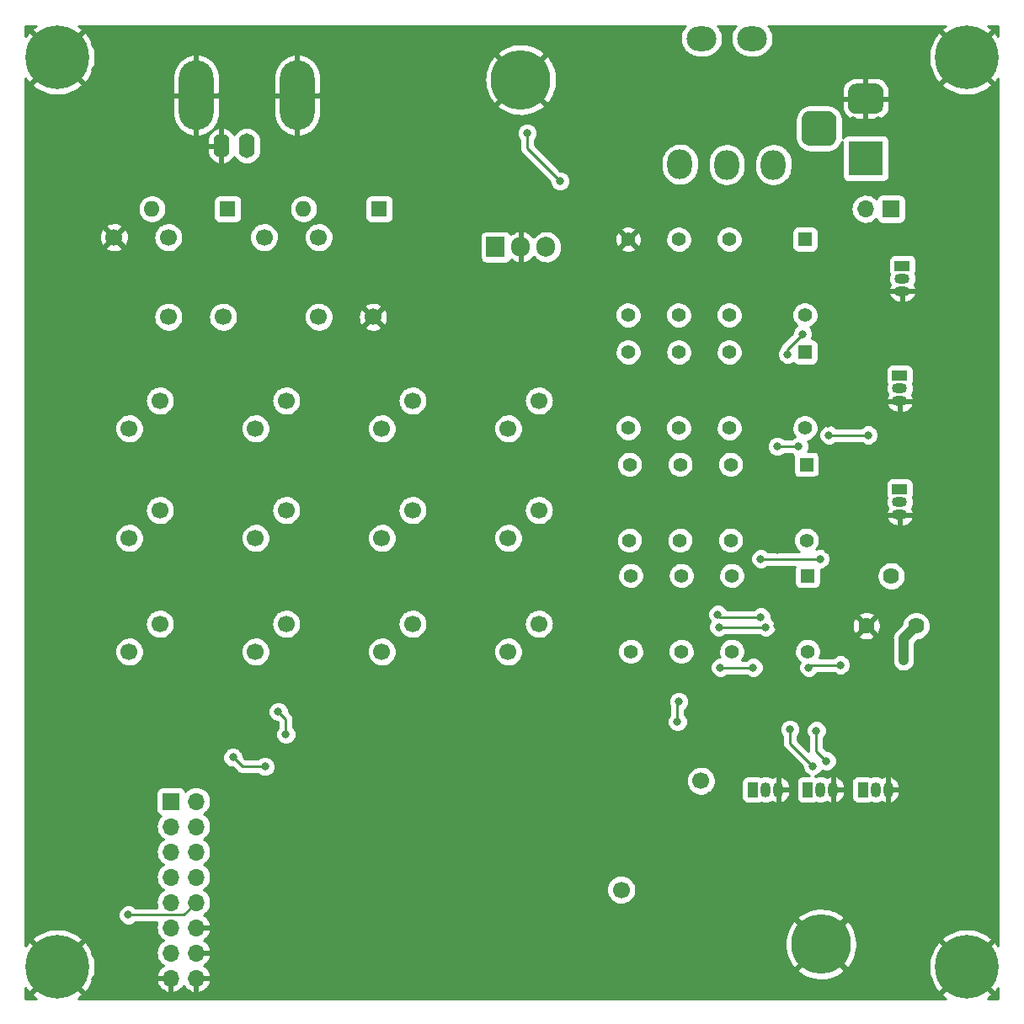
<source format=gbl>
G04 #@! TF.GenerationSoftware,KiCad,Pcbnew,5.99.0-unknown-43514a1~86~ubuntu18.04.1*
G04 #@! TF.CreationDate,2020-06-17T19:02:55+01:00*
G04 #@! TF.ProjectId,TX_BOARD,54585f42-4f41-4524-942e-6b696361645f,rev?*
G04 #@! TF.SameCoordinates,Original*
G04 #@! TF.FileFunction,Copper,L2,Bot*
G04 #@! TF.FilePolarity,Positive*
%FSLAX46Y46*%
G04 Gerber Fmt 4.6, Leading zero omitted, Abs format (unit mm)*
G04 Created by KiCad (PCBNEW 5.99.0-unknown-43514a1~86~ubuntu18.04.1) date 2020-06-17 19:02:55*
%MOMM*%
%LPD*%
G01*
G04 APERTURE LIST*
%ADD10O,3.000000X2.500000*%
%ADD11O,2.500000X3.000000*%
%ADD12O,1.700000X1.700000*%
%ADD13R,1.700000X1.700000*%
%ADD14C,1.400000*%
%ADD15R,1.400000X1.400000*%
%ADD16C,1.700000*%
%ADD17R,1.500000X1.050000*%
%ADD18O,1.500000X1.050000*%
%ADD19C,6.400000*%
%ADD20O,1.600000X1.600000*%
%ADD21R,1.600000X1.600000*%
%ADD22R,1.050000X1.500000*%
%ADD23O,1.050000X1.500000*%
%ADD24C,1.620000*%
%ADD25O,1.600000X2.500000*%
%ADD26O,3.500000X7.000000*%
%ADD27R,3.500000X3.500000*%
%ADD28O,1.905000X2.000000*%
%ADD29R,1.905000X2.000000*%
%ADD30C,6.000000*%
%ADD31C,0.800000*%
%ADD32C,0.250000*%
%ADD33C,1.000000*%
%ADD34C,0.254000*%
G04 APERTURE END LIST*
D10*
X157480000Y-55245000D03*
X162560000Y-55245000D03*
D11*
X164720000Y-67955000D03*
X160020000Y-67945000D03*
X155320000Y-67905000D03*
D12*
X173990000Y-72390000D03*
D13*
X176530000Y-72390000D03*
D14*
X160274001Y-83058000D03*
X150104001Y-83068000D03*
X155184001Y-83068000D03*
X160274001Y-75438000D03*
X150114001Y-75438000D03*
X155204001Y-75438000D03*
X167894001Y-83058000D03*
D15*
X167894001Y-75438000D03*
D16*
X128440001Y-114110000D03*
X125340001Y-116910000D03*
D14*
X160405000Y-105704002D03*
X150235000Y-105714002D03*
X155315000Y-105714002D03*
X160405000Y-98084002D03*
X150245000Y-98084002D03*
X155335000Y-98084002D03*
X168025000Y-105704002D03*
D15*
X168025000Y-98084002D03*
D16*
X157416001Y-129883000D03*
X149416001Y-140843000D03*
D14*
X160278000Y-94401002D03*
X150108000Y-94411002D03*
X155188000Y-94411002D03*
X160278000Y-86781002D03*
X150118000Y-86781002D03*
X155208000Y-86781002D03*
X167898000Y-94401002D03*
D15*
X167898000Y-86781002D03*
D14*
X160532000Y-116880002D03*
X150362000Y-116890002D03*
X155442000Y-116890002D03*
X160532000Y-109260002D03*
X150372000Y-109260002D03*
X155462000Y-109260002D03*
X168152000Y-116880002D03*
D15*
X168152000Y-109260002D03*
D16*
X103040001Y-91671002D03*
X99940001Y-94471002D03*
X115740001Y-91671002D03*
X112640001Y-94471002D03*
X128440001Y-91671002D03*
X125340001Y-94471002D03*
X141140001Y-91671002D03*
X138040001Y-94471002D03*
X103040001Y-102680000D03*
X99940001Y-105480000D03*
X115740001Y-102680000D03*
X112640001Y-105480000D03*
X128440001Y-102680000D03*
X125340001Y-105480000D03*
X141140001Y-102680000D03*
X138040001Y-105480000D03*
X141140001Y-114110000D03*
X138040001Y-116910000D03*
D17*
X177419001Y-100584000D03*
D18*
X177419001Y-103124000D03*
X177419001Y-101854000D03*
D17*
X177419001Y-89154000D03*
D18*
X177419001Y-91694000D03*
X177419001Y-90424000D03*
D17*
X177673001Y-78105000D03*
D18*
X177673001Y-80645000D03*
X177673001Y-79375000D03*
D16*
X119000001Y-75248000D03*
X119000001Y-83248000D03*
X113500001Y-75248000D03*
X124460001Y-83248000D03*
X103885001Y-83248000D03*
X103885001Y-75248000D03*
X109385001Y-83248000D03*
X98425001Y-75248000D03*
D19*
X184150001Y-57150000D03*
X92710001Y-148590000D03*
X184150001Y-148590000D03*
X92710001Y-57150000D03*
D20*
X117475001Y-72390000D03*
D21*
X125095001Y-72390000D03*
D20*
X102235001Y-72390000D03*
D21*
X109855001Y-72390000D03*
D16*
X115740001Y-114110000D03*
X112640001Y-116910000D03*
X103040001Y-114110000D03*
X99940001Y-116910000D03*
D22*
X162654201Y-130773500D03*
D23*
X165194201Y-130773500D03*
X163924201Y-130773500D03*
D22*
X168178701Y-130773500D03*
D23*
X170718701Y-130773500D03*
X169448701Y-130773500D03*
D22*
X173703201Y-130773500D03*
D23*
X176243201Y-130773500D03*
X174973201Y-130773500D03*
D24*
X179070001Y-114300000D03*
X176570001Y-109300000D03*
X174070001Y-114300000D03*
D25*
X109220001Y-66040000D03*
X111760001Y-66040000D03*
D26*
X116840001Y-60960000D03*
X106680001Y-60960000D03*
G04 #@! TA.AperFunction,ComponentPad*
G36*
X170353099Y-62580457D02*
G01*
X170532403Y-62640872D01*
X170694527Y-62738419D01*
X170831892Y-62868537D01*
X170938073Y-63025143D01*
X171008106Y-63200913D01*
X171040000Y-63435000D01*
X171040000Y-65185000D01*
X171019543Y-65373099D01*
X170959128Y-65552403D01*
X170861581Y-65714527D01*
X170731463Y-65851892D01*
X170574857Y-65958073D01*
X170399087Y-66028106D01*
X170165000Y-66060000D01*
X168415000Y-66060000D01*
X168226901Y-66039543D01*
X168047597Y-65979128D01*
X167885473Y-65881581D01*
X167748108Y-65751463D01*
X167641927Y-65594857D01*
X167571894Y-65419087D01*
X167540000Y-65185000D01*
X167540000Y-63435000D01*
X167560457Y-63246901D01*
X167620872Y-63067597D01*
X167718419Y-62905473D01*
X167848537Y-62768108D01*
X168005143Y-62661927D01*
X168180913Y-62591894D01*
X168415000Y-62560000D01*
X170165000Y-62560000D01*
X170353099Y-62580457D01*
G37*
G04 #@! TD.AperFunction*
G04 #@! TA.AperFunction,ComponentPad*
G36*
X175162962Y-59830216D02*
G01*
X175326599Y-59889776D01*
X175472091Y-59985467D01*
X175591592Y-60112131D01*
X175678662Y-60262940D01*
X175728606Y-60429764D01*
X175740000Y-60560000D01*
X175740000Y-62060000D01*
X175719784Y-62232962D01*
X175660224Y-62396599D01*
X175564533Y-62542091D01*
X175437869Y-62661592D01*
X175287060Y-62748662D01*
X175120236Y-62798606D01*
X174990000Y-62810000D01*
X172990000Y-62810000D01*
X172817038Y-62789784D01*
X172653401Y-62730224D01*
X172507909Y-62634533D01*
X172388408Y-62507869D01*
X172301338Y-62357060D01*
X172251394Y-62190236D01*
X172240000Y-62060000D01*
X172240000Y-60560000D01*
X172260216Y-60387038D01*
X172319776Y-60223401D01*
X172415467Y-60077909D01*
X172542131Y-59958408D01*
X172692940Y-59871338D01*
X172859764Y-59821394D01*
X172990000Y-59810000D01*
X174990000Y-59810000D01*
X175162962Y-59830216D01*
G37*
G04 #@! TD.AperFunction*
D27*
X173990000Y-67310000D03*
D28*
X141859001Y-76214500D03*
X139319001Y-76214500D03*
D29*
X136779001Y-76214500D03*
D30*
X139319001Y-59404500D03*
X169486701Y-146313500D03*
D12*
X106680000Y-149733000D03*
X104140000Y-149733000D03*
X106680000Y-147193000D03*
X104140000Y-147193000D03*
X106680000Y-144653000D03*
X104140000Y-144653000D03*
X106680000Y-142113000D03*
X104140000Y-142113000D03*
X106680000Y-139573000D03*
X104140000Y-139573000D03*
X106680000Y-137033000D03*
X104140000Y-137033000D03*
X106680000Y-134493000D03*
X104140000Y-134493000D03*
X106680000Y-131953000D03*
D13*
X104140000Y-131953000D03*
D31*
X147320000Y-58420000D03*
X149860000Y-58420000D03*
X114300000Y-73660000D03*
X111760000Y-73660000D03*
X111760000Y-71120000D03*
X114300000Y-71120000D03*
X119380000Y-68580000D03*
X116840000Y-68580000D03*
X114300000Y-68580000D03*
X111760000Y-68580000D03*
X127000001Y-68580000D03*
X165100000Y-149860000D03*
X176149000Y-116840000D03*
X127000000Y-127000000D03*
X127000000Y-129540000D03*
X127000000Y-142240000D03*
X127000000Y-144780000D03*
X99060000Y-121920000D03*
X96520000Y-124460000D03*
X96520000Y-127000000D03*
X96520000Y-132080000D03*
X96520000Y-134620000D03*
X96520000Y-137160000D03*
X96520000Y-139700000D03*
X96520000Y-144780000D03*
X96520000Y-147320000D03*
X96520000Y-149860000D03*
X99060000Y-149860000D03*
X99060000Y-147320000D03*
X99060000Y-144780000D03*
X99060000Y-142240000D03*
X106680000Y-129540000D03*
X104140000Y-129540000D03*
X109220000Y-127000000D03*
X106680000Y-127000000D03*
X109220000Y-139700000D03*
X113614200Y-128447800D03*
X110380314Y-127524367D03*
X99860000Y-143380000D03*
X96520001Y-55880000D03*
X99060001Y-55880000D03*
X101600001Y-55880000D03*
X104140001Y-55880000D03*
X106680001Y-55880000D03*
X109220001Y-55880000D03*
X111760001Y-55880000D03*
X114300001Y-55880000D03*
X116840001Y-55880000D03*
X119380001Y-55880000D03*
X121920001Y-55880000D03*
X127000001Y-55880000D03*
X124460001Y-55880000D03*
X129540001Y-55880000D03*
X132080001Y-55880000D03*
X134620001Y-55880000D03*
X137160001Y-55880000D03*
X142240001Y-55880000D03*
X144780001Y-55880000D03*
X147320001Y-55880000D03*
X149860001Y-55880000D03*
X152400001Y-55880000D03*
X154940001Y-55880000D03*
X160020001Y-55880000D03*
X165100001Y-55880000D03*
X170180001Y-55880000D03*
X167640001Y-55880000D03*
X172720001Y-55880000D03*
X175260001Y-55880000D03*
X177800001Y-55880000D03*
X180340001Y-55880000D03*
X180340001Y-58420000D03*
X177800001Y-58420000D03*
X175260001Y-58420000D03*
X170180001Y-58420000D03*
X167640001Y-58420000D03*
X165100001Y-58420000D03*
X162560001Y-58420000D03*
X160020001Y-58420000D03*
X157480001Y-58420000D03*
X154940001Y-58420000D03*
X152400001Y-58420000D03*
X144780001Y-58420000D03*
X134620001Y-58420000D03*
X132080001Y-58420000D03*
X129540001Y-58420000D03*
X127000001Y-58420000D03*
X124460001Y-58420000D03*
X121920001Y-58420000D03*
X114300001Y-58420000D03*
X111760001Y-58420000D03*
X109220001Y-58420000D03*
X104140001Y-58420000D03*
X101600001Y-58420000D03*
X99060001Y-58420000D03*
X96520001Y-58420000D03*
X96520001Y-60960000D03*
X99060001Y-60960000D03*
X101600001Y-60960000D03*
X104140001Y-60960000D03*
X96520001Y-63500000D03*
X99060001Y-63500000D03*
X101600001Y-63500000D03*
X104140001Y-63500000D03*
X109220001Y-63500000D03*
X111760001Y-63500000D03*
X114300001Y-63500000D03*
X114300001Y-60960000D03*
X111760001Y-60960000D03*
X109220001Y-60960000D03*
X119380001Y-60960000D03*
X121920001Y-60960000D03*
X124460001Y-60960000D03*
X127000001Y-60960000D03*
X129540001Y-60960000D03*
X132080001Y-60960000D03*
X134620001Y-60960000D03*
X119380001Y-58420000D03*
X119380001Y-63500000D03*
X121920001Y-63500000D03*
X124460001Y-63500000D03*
X127000001Y-63500000D03*
X129540001Y-63500000D03*
X132080001Y-63500000D03*
X134620001Y-63500000D03*
X137160001Y-63500000D03*
X139700001Y-63500000D03*
X137160001Y-66040000D03*
X134620001Y-66040000D03*
X129540001Y-66040000D03*
X132080001Y-66040000D03*
X129540001Y-68580000D03*
X132080001Y-68580000D03*
X134620001Y-68580000D03*
X132080001Y-71120000D03*
X129540001Y-71120000D03*
X96520001Y-66040000D03*
X99060001Y-66040000D03*
X101600001Y-66040000D03*
X104140001Y-66040000D03*
X106680001Y-66040000D03*
X96520001Y-68580000D03*
X109220001Y-68580000D03*
X119380001Y-71120000D03*
X121920001Y-71120000D03*
X104140001Y-71120000D03*
X106680001Y-71120000D03*
X142240001Y-71120000D03*
X144780001Y-71120000D03*
X149860001Y-71120000D03*
X147320001Y-71120000D03*
X144780001Y-66040000D03*
X147320001Y-66040000D03*
X147320001Y-63500000D03*
X149860001Y-63500000D03*
X149860001Y-66040000D03*
X152400001Y-71120000D03*
X152400001Y-68580000D03*
X149860001Y-68580000D03*
X147320001Y-68580000D03*
X144780001Y-68580000D03*
X152400001Y-66040000D03*
X152400001Y-63500000D03*
X152400001Y-60960000D03*
X154940001Y-60960000D03*
X149860001Y-60960000D03*
X154940001Y-63500000D03*
X157480001Y-63500000D03*
X157480001Y-60960000D03*
X160020001Y-60960000D03*
X162560001Y-60960000D03*
X154940001Y-71120000D03*
X154940001Y-73660000D03*
X152400001Y-73660000D03*
X149860001Y-73660000D03*
X147320001Y-73660000D03*
X144780001Y-73660000D03*
X142240001Y-73660000D03*
X139700001Y-73660000D03*
X132080001Y-73660000D03*
X132080001Y-76200000D03*
X132080001Y-78740000D03*
X132080001Y-81280000D03*
X157480001Y-71120000D03*
X162560001Y-71120000D03*
X160020001Y-71120000D03*
X157480001Y-73660000D03*
X160020001Y-73660000D03*
X162560001Y-73660000D03*
X165100001Y-73660000D03*
X165100001Y-71120000D03*
X162560001Y-76200000D03*
X157480001Y-76200000D03*
X152400001Y-76200000D03*
X170180001Y-71120000D03*
X172720001Y-71120000D03*
X177800001Y-68580000D03*
X167640001Y-60960000D03*
X170180001Y-60960000D03*
X172720001Y-60960000D03*
X175260001Y-63500000D03*
X177800001Y-60960000D03*
X180340001Y-63500000D03*
X180340001Y-60960000D03*
X170180001Y-73660000D03*
X175260001Y-76200000D03*
X177800001Y-76200000D03*
X170180001Y-78740000D03*
X175260001Y-81280000D03*
X170180001Y-81280000D03*
X170180001Y-83820000D03*
X175260001Y-83820000D03*
X177800001Y-83820000D03*
X177800001Y-86360000D03*
X175260001Y-86360000D03*
X170180001Y-86360000D03*
X170180001Y-88900000D03*
X175260001Y-88900000D03*
X175260001Y-91440000D03*
X170180001Y-91440000D03*
X170180001Y-93980000D03*
X175260001Y-93980000D03*
X177800001Y-93980000D03*
X177800001Y-96520000D03*
X175260001Y-96520000D03*
X170180001Y-96520000D03*
X96520001Y-71120000D03*
X96520001Y-73660000D03*
X96520001Y-76200000D03*
X96520001Y-78740000D03*
X99060001Y-78740000D03*
X101600001Y-78740000D03*
X101600001Y-76200000D03*
X104140001Y-78740000D03*
X106680001Y-78740000D03*
X109220001Y-78740000D03*
X96520001Y-81280000D03*
X99060001Y-81280000D03*
X101600001Y-81280000D03*
X104140001Y-81280000D03*
X96520001Y-86360000D03*
X99060001Y-86360000D03*
X101600001Y-86360000D03*
X104140001Y-86360000D03*
X106680001Y-86360000D03*
X104140001Y-88900000D03*
X106680001Y-91440000D03*
X109220001Y-91440000D03*
X109220001Y-88900000D03*
X101600001Y-93980000D03*
X104140001Y-93980000D03*
X106680001Y-93980000D03*
X109220001Y-93980000D03*
X104140001Y-96520000D03*
X106680001Y-96520000D03*
X109220001Y-96520000D03*
X111760001Y-96520000D03*
X106680001Y-99060000D03*
X106680001Y-101600000D03*
X106680001Y-104140000D03*
X109220001Y-104140000D03*
X111760001Y-104140000D03*
X114300001Y-104140000D03*
X116840001Y-104140000D03*
X119380001Y-104140000D03*
X119380001Y-99060000D03*
X116840001Y-96520000D03*
X116840001Y-93980000D03*
X114300001Y-93980000D03*
X119380001Y-93980000D03*
X119380001Y-96520000D03*
X121920001Y-96520000D03*
X124460001Y-96520000D03*
X129540001Y-96520000D03*
X132080001Y-96520000D03*
X134620001Y-96520000D03*
X137160001Y-96520000D03*
X132080001Y-99060000D03*
X132080001Y-101600000D03*
X132080001Y-104140000D03*
X129540001Y-104140000D03*
X127000001Y-104140000D03*
X132080001Y-91440000D03*
X134620001Y-99060000D03*
X134620001Y-104140000D03*
X132080001Y-106680000D03*
X129540001Y-106680000D03*
X121920001Y-106680000D03*
X119380001Y-106680000D03*
X116840001Y-106680000D03*
X121920001Y-104140000D03*
X124460001Y-104140000D03*
X144780001Y-104140000D03*
X144780001Y-101600000D03*
X144780001Y-99060000D03*
X144780001Y-96520000D03*
X142240001Y-96520000D03*
X147320001Y-96520000D03*
X147320001Y-99060000D03*
X147320001Y-101600000D03*
X147320001Y-104140000D03*
X147320001Y-106680000D03*
X144780001Y-106680000D03*
X149860001Y-104140000D03*
X149860001Y-101600000D03*
X152400001Y-101600000D03*
X152400001Y-99060000D03*
X152400001Y-104140000D03*
X154940001Y-104140000D03*
X154940001Y-101600000D03*
X157480001Y-101600000D03*
X157480001Y-104140000D03*
X160020001Y-104140000D03*
X160020001Y-101600000D03*
X162560001Y-104140000D03*
X162560001Y-101600000D03*
X162560001Y-99060000D03*
X165100001Y-99060000D03*
X154940001Y-91440000D03*
X152400001Y-88900000D03*
X154940001Y-88900000D03*
X160020001Y-91440000D03*
X160020001Y-88900000D03*
X162560001Y-88900000D03*
X162560001Y-91440000D03*
X162560001Y-93980000D03*
X157480001Y-86360000D03*
X127000001Y-76200000D03*
X124460001Y-76200000D03*
X121920001Y-76200000D03*
X116840001Y-78740000D03*
X119380001Y-78740000D03*
X119380001Y-81280000D03*
X114300001Y-81280000D03*
X124460001Y-81280000D03*
X165100001Y-81280000D03*
X165100001Y-78740000D03*
X167640001Y-78740000D03*
X167640001Y-81280000D03*
X167640001Y-91440000D03*
X96520001Y-96520000D03*
X96520001Y-93980000D03*
X99060001Y-96520000D03*
X96520001Y-106680000D03*
X96520001Y-104140000D03*
X101600001Y-104140000D03*
X104140001Y-106680000D03*
X104140001Y-104140000D03*
X106680001Y-106680000D03*
X109220001Y-106680000D03*
X106680001Y-109220000D03*
X104140001Y-109220000D03*
X109220001Y-109220000D03*
X104140001Y-111760000D03*
X106680001Y-111760000D03*
X111760001Y-109220000D03*
X119380001Y-109220000D03*
X119380001Y-111760000D03*
X121920001Y-109220000D03*
X124460001Y-109220000D03*
X119380001Y-114300000D03*
X119380001Y-116840000D03*
X116840001Y-116840000D03*
X116840001Y-119380000D03*
X119380001Y-119380000D03*
X121920001Y-119380000D03*
X124460001Y-119380000D03*
X127000001Y-119380000D03*
X129540001Y-119380000D03*
X132080001Y-119380000D03*
X134620001Y-119380000D03*
X137160001Y-119380000D03*
X142240001Y-119380000D03*
X139700001Y-119380000D03*
X132080001Y-116840000D03*
X134620001Y-109220000D03*
X137160001Y-109220000D03*
X139700001Y-109220000D03*
X144780001Y-111760000D03*
X142240001Y-111760000D03*
X147320001Y-111760000D03*
X144780001Y-114300000D03*
X111760001Y-119380000D03*
X109220001Y-119380000D03*
X106680001Y-119380000D03*
X99060001Y-119380000D03*
X96520001Y-119380000D03*
X104140001Y-124460000D03*
X109220001Y-124460000D03*
X106680001Y-124460000D03*
X111760001Y-124460000D03*
X116840001Y-124460000D03*
X116840001Y-127000000D03*
X104140001Y-127000000D03*
X109220001Y-149860000D03*
X111760001Y-149860000D03*
X111760001Y-147320000D03*
X109220001Y-147320000D03*
X111760001Y-139700000D03*
X111760001Y-137160000D03*
X111760001Y-134620000D03*
X111760001Y-132080000D03*
X116840001Y-129540000D03*
X116840001Y-132080000D03*
X114300001Y-132080000D03*
X114300001Y-134620000D03*
X114300001Y-137160000D03*
X114300001Y-142240000D03*
X114300001Y-139700000D03*
X114300001Y-144780000D03*
X114300001Y-147320000D03*
X114300001Y-149860000D03*
X116840001Y-149860000D03*
X116840001Y-147320000D03*
X119380001Y-149860000D03*
X121920001Y-149860000D03*
X124460001Y-149860000D03*
X124460001Y-147320000D03*
X127000001Y-147320000D03*
X127000001Y-149860000D03*
X129540001Y-149860000D03*
X129540001Y-139700000D03*
X127000001Y-137160000D03*
X127000001Y-134620000D03*
X129540001Y-134620000D03*
X129540001Y-132080000D03*
X127000001Y-132080000D03*
X129540001Y-129540000D03*
X129540001Y-127000000D03*
X137160001Y-127000000D03*
X139700001Y-127000000D03*
X139700001Y-129540000D03*
X137160001Y-129540000D03*
X137160001Y-132080000D03*
X139700001Y-132080000D03*
X134620001Y-134620000D03*
X137160001Y-134620000D03*
X139700001Y-134620000D03*
X142240001Y-134620000D03*
X144780001Y-134620000D03*
X147320001Y-134620000D03*
X147320001Y-132080000D03*
X147320001Y-137160000D03*
X144780001Y-137160000D03*
X139700001Y-137160000D03*
X142240001Y-137160000D03*
X137160001Y-137160000D03*
X134620001Y-137160000D03*
X134620001Y-139700000D03*
X137160001Y-139700000D03*
X139700001Y-139700000D03*
X142240001Y-139700000D03*
X144780001Y-139700000D03*
X147320001Y-139700000D03*
X137160001Y-142240000D03*
X139700001Y-142240000D03*
X137160001Y-144780000D03*
X139700001Y-144780000D03*
X134620001Y-147320000D03*
X137160001Y-147320000D03*
X139700001Y-147320000D03*
X142240001Y-147320000D03*
X144780001Y-147320000D03*
X147320001Y-147320000D03*
X147320001Y-144780000D03*
X149860001Y-144780000D03*
X149860001Y-147320000D03*
X149860001Y-137160000D03*
X149860001Y-134620000D03*
X149860001Y-132080000D03*
X149860001Y-129540000D03*
X152400001Y-129540000D03*
X154940001Y-129540000D03*
X154940001Y-132080000D03*
X152400001Y-132080000D03*
X152400001Y-134620000D03*
X154940001Y-134620000D03*
X154940001Y-137160000D03*
X152400001Y-137160000D03*
X152400001Y-139700000D03*
X154940001Y-139700000D03*
X154940001Y-142240000D03*
X157480001Y-147320000D03*
X157480001Y-144780000D03*
X154940001Y-144780000D03*
X154940001Y-147320000D03*
X157480001Y-142240000D03*
X157480001Y-139700000D03*
X157480001Y-137160000D03*
X157480001Y-134620000D03*
X157480001Y-132080000D03*
X160020001Y-132080000D03*
X160020001Y-134620000D03*
X160020001Y-137160000D03*
X160020001Y-139700000D03*
X160020001Y-142240000D03*
X160020001Y-144780000D03*
X162560001Y-142240000D03*
X162560001Y-139700000D03*
X162560001Y-137160000D03*
X162560001Y-134620000D03*
X165100001Y-134620000D03*
X165100001Y-137160000D03*
X165100001Y-139700000D03*
X167640001Y-139700000D03*
X167640001Y-137160000D03*
X167640001Y-134620000D03*
X170180001Y-134620000D03*
X170180001Y-137160000D03*
X170180001Y-139700000D03*
X172720001Y-139700000D03*
X172720001Y-137160000D03*
X172720001Y-134620000D03*
X175260001Y-139700000D03*
X175260001Y-137160000D03*
X175260001Y-134620000D03*
X177800001Y-134620000D03*
X177800001Y-137160000D03*
X177800001Y-139700000D03*
X175260001Y-144780000D03*
X167640001Y-149860000D03*
X165100001Y-147320000D03*
X177800001Y-149860000D03*
X180340001Y-149860000D03*
X180340001Y-147320000D03*
X166370001Y-124714000D03*
X168656001Y-128397000D03*
X169037001Y-124841000D03*
X170053001Y-127889000D03*
X177800001Y-117765990D03*
X171450001Y-118237000D03*
X168275001Y-118491000D03*
X162687001Y-118491000D03*
X159385001Y-118491000D03*
X106680001Y-114300000D03*
X149860001Y-119380000D03*
X149860001Y-121920000D03*
X152400001Y-119380000D03*
X152400001Y-121920000D03*
X154940001Y-119380000D03*
X157480001Y-116840000D03*
X154940001Y-114300000D03*
X152400001Y-114300000D03*
X152400001Y-111760000D03*
X154940001Y-111760000D03*
X157480001Y-111760000D03*
X165100001Y-111760000D03*
X167640001Y-111760000D03*
X165100001Y-114300000D03*
X167640001Y-114300000D03*
X165100001Y-116840000D03*
X165100001Y-109220000D03*
X170180001Y-106680000D03*
X175260001Y-106680000D03*
X177800001Y-106680000D03*
X172720001Y-109220000D03*
X170180001Y-109220000D03*
X175260001Y-111760000D03*
X172720001Y-111760000D03*
X167640001Y-101600000D03*
X170180001Y-101600000D03*
X170180001Y-104140000D03*
X167640001Y-104140000D03*
X175260001Y-104140000D03*
X175260001Y-101600000D03*
X170180001Y-99060000D03*
X175260001Y-99060000D03*
X177800001Y-99060000D03*
X120650001Y-133350000D03*
X120650001Y-138430000D03*
X118110001Y-139700000D03*
X118110001Y-143510000D03*
X130810001Y-138430000D03*
X172720001Y-73660000D03*
X172720001Y-76200000D03*
X170180001Y-76200000D03*
X162560001Y-81280000D03*
X160020001Y-81280000D03*
X157480001Y-81280000D03*
X165100001Y-88900000D03*
X165100001Y-86360000D03*
X165100001Y-91440000D03*
X165100001Y-93980000D03*
X165100001Y-101600000D03*
X165100001Y-104140000D03*
X165100001Y-106680000D03*
X157480001Y-83820000D03*
X154940001Y-78740000D03*
X152400001Y-81280000D03*
X149860001Y-81280000D03*
X147320001Y-83820000D03*
X147320001Y-78740000D03*
X147320001Y-76200000D03*
X144780001Y-76200000D03*
X144780001Y-78740000D03*
X144780001Y-81280000D03*
X175260001Y-78830010D03*
X166116001Y-86995000D03*
X167640001Y-84963000D03*
X155067001Y-123952000D03*
X155194001Y-121920000D03*
X163957001Y-114427000D03*
X165100001Y-96266000D03*
X167259001Y-96266000D03*
X170307001Y-95123000D03*
X174244001Y-95123000D03*
X169418001Y-107569000D03*
X163449001Y-107569000D03*
X163449001Y-113411000D03*
X159131001Y-113157000D03*
X157389991Y-114323402D03*
X159221011Y-114431660D03*
X114935001Y-122936000D03*
X121920001Y-124630043D03*
X119380001Y-124630043D03*
X124460001Y-124630043D03*
X115697001Y-125222000D03*
X114240267Y-129939525D03*
X139954001Y-64770000D03*
X143256001Y-69596000D03*
X121920001Y-93980000D03*
X119380001Y-91440000D03*
X160020000Y-63500000D03*
X162560000Y-63500000D03*
X165100000Y-63500000D03*
X165100000Y-60960000D03*
X172720000Y-58420000D03*
X177800000Y-63500000D03*
X172720000Y-63500000D03*
X109220000Y-142240000D03*
X109220000Y-144780000D03*
X162576699Y-149874951D03*
X159219140Y-146519139D03*
X177800000Y-144780000D03*
X180340000Y-144780000D03*
X177800000Y-147320000D03*
X175260000Y-147320000D03*
X175260000Y-149860000D03*
X172720000Y-149860000D03*
X116840000Y-81280000D03*
X121920000Y-81280000D03*
X119380000Y-101600000D03*
D32*
X113614200Y-128447800D02*
X111303747Y-128447800D01*
X111303747Y-128447800D02*
X110380314Y-127524367D01*
X105413000Y-143380000D02*
X99860000Y-143380000D01*
X106680000Y-142113000D02*
X105413000Y-143380000D01*
X166370001Y-124714000D02*
X166370001Y-126111000D01*
X166370001Y-126111000D02*
X168656001Y-128397000D01*
X169037001Y-124841000D02*
X169037001Y-126873000D01*
X169037001Y-126873000D02*
X170053001Y-127889000D01*
D33*
X177800001Y-115570000D02*
X179070001Y-114300000D01*
X177800001Y-117765990D02*
X177800001Y-115570000D01*
D32*
X168529001Y-118237000D02*
X168275001Y-118491000D01*
X171450001Y-118237000D02*
X168529001Y-118237000D01*
X162687001Y-118491000D02*
X159385001Y-118491000D01*
X166116001Y-86995000D02*
X166116001Y-86487000D01*
X166116001Y-86487000D02*
X167640001Y-84963000D01*
X155067001Y-122047000D02*
X155194001Y-121920000D01*
X155067001Y-123952000D02*
X155067001Y-122047000D01*
X165100001Y-96266000D02*
X167259001Y-96266000D01*
X170307001Y-95123000D02*
X174244001Y-95123000D01*
X169418001Y-107569000D02*
X163449001Y-107569000D01*
X163449001Y-113411000D02*
X159385001Y-113411000D01*
X159385001Y-113411000D02*
X159131001Y-113157000D01*
X163957001Y-114427000D02*
X159225671Y-114427000D01*
X159225671Y-114427000D02*
X159221011Y-114431660D01*
X114935001Y-122936000D02*
X115697001Y-123698000D01*
X115697001Y-123698000D02*
X115697001Y-125222000D01*
X139954001Y-64770000D02*
X139954001Y-66294000D01*
X139954001Y-66294000D02*
X143256001Y-69596000D01*
G36*
X90296549Y-54164392D02*
G01*
X90291421Y-54168545D01*
X90148929Y-54296844D01*
X90146095Y-54405075D01*
X92657810Y-56916790D01*
X92762192Y-56916790D01*
X95273907Y-54405075D01*
X95271073Y-54296844D01*
X95128581Y-54168545D01*
X95123453Y-54164392D01*
X94861402Y-53974000D01*
X155838932Y-53974000D01*
X155764969Y-54052625D01*
X155759084Y-54059892D01*
X155604817Y-54282268D01*
X155600071Y-54290325D01*
X155480367Y-54533060D01*
X155476864Y-54541729D01*
X155394354Y-54799492D01*
X155392171Y-54808584D01*
X155348666Y-55075712D01*
X155347851Y-55085027D01*
X155344309Y-55355650D01*
X155344879Y-55364983D01*
X155381376Y-55633158D01*
X155383320Y-55642304D01*
X155459055Y-55902138D01*
X155462330Y-55910897D01*
X155575639Y-56156682D01*
X155580172Y-56164860D01*
X155728565Y-56391198D01*
X155734258Y-56398616D01*
X155914477Y-56600534D01*
X155921203Y-56607029D01*
X156129287Y-56780092D01*
X156136900Y-56785522D01*
X156368279Y-56925925D01*
X156376610Y-56930170D01*
X156626200Y-57034832D01*
X156635067Y-57037799D01*
X156897787Y-57104522D01*
X156907820Y-57106223D01*
X157165419Y-57128760D01*
X157170913Y-57129000D01*
X157798665Y-57129000D01*
X157803335Y-57128827D01*
X158004577Y-57113872D01*
X158013825Y-57112490D01*
X158277799Y-57052758D01*
X158286741Y-57050024D01*
X158538985Y-56951933D01*
X158547424Y-56947907D01*
X158782399Y-56813607D01*
X158790151Y-56808379D01*
X159002695Y-56640824D01*
X159009589Y-56634506D01*
X159195031Y-56437375D01*
X159200916Y-56430108D01*
X159355183Y-56207732D01*
X159359929Y-56199675D01*
X159479633Y-55956940D01*
X159483136Y-55948271D01*
X159565646Y-55690508D01*
X159567829Y-55681416D01*
X159611334Y-55414288D01*
X159612149Y-55404973D01*
X159615691Y-55134350D01*
X159615121Y-55125017D01*
X159578624Y-54856842D01*
X159576680Y-54847696D01*
X159500945Y-54587862D01*
X159497670Y-54579103D01*
X159384361Y-54333318D01*
X159379828Y-54325140D01*
X159231435Y-54098802D01*
X159225742Y-54091384D01*
X159120973Y-53974000D01*
X160918932Y-53974000D01*
X160844969Y-54052625D01*
X160839084Y-54059892D01*
X160684817Y-54282268D01*
X160680071Y-54290325D01*
X160560367Y-54533060D01*
X160556864Y-54541729D01*
X160474354Y-54799492D01*
X160472171Y-54808584D01*
X160428666Y-55075712D01*
X160427851Y-55085027D01*
X160424309Y-55355650D01*
X160424879Y-55364983D01*
X160461376Y-55633158D01*
X160463320Y-55642304D01*
X160539055Y-55902138D01*
X160542330Y-55910897D01*
X160655639Y-56156682D01*
X160660172Y-56164860D01*
X160808565Y-56391198D01*
X160814258Y-56398616D01*
X160994477Y-56600534D01*
X161001203Y-56607029D01*
X161209287Y-56780092D01*
X161216900Y-56785522D01*
X161448279Y-56925925D01*
X161456610Y-56930170D01*
X161706200Y-57034832D01*
X161715067Y-57037799D01*
X161977787Y-57104522D01*
X161987820Y-57106223D01*
X162245419Y-57128760D01*
X162250913Y-57129000D01*
X162878665Y-57129000D01*
X162883335Y-57128827D01*
X163084577Y-57113872D01*
X163093825Y-57112490D01*
X163357799Y-57052758D01*
X163366741Y-57050024D01*
X163617853Y-56952373D01*
X180316002Y-56952373D01*
X180316002Y-57347627D01*
X180316347Y-57354217D01*
X180357662Y-57747307D01*
X180358694Y-57753824D01*
X180440872Y-58140442D01*
X180442580Y-58146816D01*
X180564721Y-58522726D01*
X180567086Y-58528887D01*
X180727850Y-58889970D01*
X180730846Y-58895850D01*
X180928474Y-59238150D01*
X180932068Y-59243685D01*
X181164393Y-59563452D01*
X181168546Y-59568580D01*
X181296845Y-59711072D01*
X181405076Y-59713906D01*
X183916791Y-57202191D01*
X183916791Y-57097809D01*
X181405076Y-54586094D01*
X181296845Y-54588928D01*
X181168546Y-54731420D01*
X181164393Y-54736548D01*
X180932068Y-55056315D01*
X180928474Y-55061850D01*
X180730846Y-55404150D01*
X180727850Y-55410030D01*
X180567086Y-55771113D01*
X180564721Y-55777274D01*
X180442580Y-56153184D01*
X180440872Y-56159558D01*
X180358694Y-56546176D01*
X180357662Y-56552693D01*
X180316347Y-56945783D01*
X180316002Y-56952373D01*
X163617853Y-56952373D01*
X163618985Y-56951933D01*
X163627424Y-56947907D01*
X163862399Y-56813607D01*
X163870151Y-56808379D01*
X164082695Y-56640824D01*
X164089589Y-56634506D01*
X164275031Y-56437375D01*
X164280916Y-56430108D01*
X164435183Y-56207732D01*
X164439929Y-56199675D01*
X164559633Y-55956940D01*
X164563136Y-55948271D01*
X164645646Y-55690508D01*
X164647829Y-55681416D01*
X164691334Y-55414288D01*
X164692149Y-55404973D01*
X164695691Y-55134350D01*
X164695121Y-55125017D01*
X164658624Y-54856842D01*
X164656680Y-54847696D01*
X164580945Y-54587862D01*
X164577670Y-54579103D01*
X164464361Y-54333318D01*
X164459828Y-54325140D01*
X164311435Y-54098802D01*
X164305742Y-54091384D01*
X164200973Y-53974000D01*
X181998600Y-53974000D01*
X181736549Y-54164392D01*
X181731421Y-54168545D01*
X181588929Y-54296844D01*
X181586095Y-54405075D01*
X184097810Y-56916790D01*
X184202192Y-56916790D01*
X186713907Y-54405075D01*
X186711073Y-54296844D01*
X186568581Y-54168545D01*
X186563453Y-54164392D01*
X186301402Y-53974000D01*
X187326001Y-53974000D01*
X187326001Y-54998599D01*
X187135609Y-54736548D01*
X187131456Y-54731420D01*
X187003157Y-54588928D01*
X186894926Y-54586094D01*
X184383211Y-57097809D01*
X184383211Y-57202191D01*
X186894926Y-59713906D01*
X187003157Y-59711072D01*
X187131456Y-59568580D01*
X187135609Y-59563452D01*
X187326001Y-59301401D01*
X187326002Y-146438601D01*
X187135609Y-146176548D01*
X187131456Y-146171420D01*
X187003157Y-146028928D01*
X186894926Y-146026094D01*
X184383211Y-148537809D01*
X184383211Y-148642191D01*
X186894926Y-151153906D01*
X187003157Y-151151072D01*
X187131456Y-151008580D01*
X187135609Y-151003452D01*
X187326002Y-150741399D01*
X187326002Y-151766000D01*
X186301402Y-151766000D01*
X186563453Y-151575608D01*
X186568581Y-151571455D01*
X186711073Y-151443156D01*
X186713907Y-151334925D01*
X184202192Y-148823210D01*
X184097810Y-148823210D01*
X181586095Y-151334925D01*
X181588929Y-151443156D01*
X181731421Y-151571455D01*
X181736549Y-151575608D01*
X181998600Y-151766000D01*
X94861402Y-151766000D01*
X95123453Y-151575608D01*
X95128581Y-151571455D01*
X95271073Y-151443156D01*
X95273907Y-151334925D01*
X92762192Y-148823210D01*
X92657810Y-148823210D01*
X90146095Y-151334925D01*
X90148929Y-151443156D01*
X90291421Y-151571455D01*
X90296549Y-151575608D01*
X90558600Y-151766000D01*
X89534001Y-151766000D01*
X89534001Y-150741401D01*
X89724393Y-151003452D01*
X89728546Y-151008580D01*
X89856845Y-151151072D01*
X89965076Y-151153906D01*
X92476791Y-148642191D01*
X92476791Y-148537809D01*
X92943211Y-148537809D01*
X92943211Y-148642191D01*
X95454926Y-151153906D01*
X95563157Y-151151072D01*
X95691456Y-151008580D01*
X95695609Y-151003452D01*
X95927934Y-150683685D01*
X95931528Y-150678150D01*
X96129156Y-150335850D01*
X96132152Y-150329970D01*
X96292916Y-149968887D01*
X96295281Y-149962726D01*
X96296864Y-149957853D01*
X102666602Y-149957853D01*
X102729221Y-150209005D01*
X102732669Y-150219104D01*
X102829591Y-150439900D01*
X102834692Y-150449275D01*
X102967430Y-150650584D01*
X102974038Y-150658965D01*
X103138798Y-150835032D01*
X103146722Y-150842180D01*
X103338792Y-150987968D01*
X103347808Y-150993679D01*
X103561696Y-151105021D01*
X103571545Y-151109131D01*
X103801134Y-151182845D01*
X103811535Y-151185236D01*
X103925162Y-151201407D01*
X104012000Y-151126052D01*
X104012000Y-149934809D01*
X103938191Y-149861000D01*
X102742272Y-149861000D01*
X102666602Y-149957853D01*
X96296864Y-149957853D01*
X96417422Y-149586816D01*
X96419130Y-149580442D01*
X96501308Y-149193824D01*
X96502340Y-149187307D01*
X96543655Y-148794217D01*
X96544000Y-148787627D01*
X96544000Y-148392373D01*
X96543655Y-148385783D01*
X96502340Y-147992693D01*
X96501308Y-147986176D01*
X96419130Y-147599558D01*
X96417422Y-147593184D01*
X96295281Y-147217274D01*
X96292916Y-147211113D01*
X96132152Y-146850030D01*
X96129156Y-146844150D01*
X95931528Y-146501850D01*
X95927934Y-146496315D01*
X95695609Y-146176548D01*
X95691456Y-146171420D01*
X95563157Y-146028928D01*
X95454926Y-146026094D01*
X92943211Y-148537809D01*
X92476791Y-148537809D01*
X89965076Y-146026094D01*
X89856845Y-146028928D01*
X89728546Y-146171420D01*
X89724393Y-146176548D01*
X89534001Y-146438599D01*
X89534001Y-145845075D01*
X90146095Y-145845075D01*
X92657810Y-148356790D01*
X92762192Y-148356790D01*
X95273907Y-145845075D01*
X95271073Y-145736844D01*
X95128581Y-145608545D01*
X95123453Y-145604392D01*
X94803686Y-145372067D01*
X94798151Y-145368473D01*
X94455851Y-145170845D01*
X94449971Y-145167849D01*
X94088888Y-145007085D01*
X94082727Y-145004720D01*
X93706817Y-144882579D01*
X93700443Y-144880871D01*
X93313825Y-144798693D01*
X93307308Y-144797661D01*
X92914218Y-144756346D01*
X92907628Y-144756001D01*
X92512374Y-144756001D01*
X92505784Y-144756346D01*
X92112694Y-144797661D01*
X92106177Y-144798693D01*
X91719559Y-144880871D01*
X91713185Y-144882579D01*
X91337275Y-145004720D01*
X91331114Y-145007085D01*
X90970031Y-145167849D01*
X90964151Y-145170845D01*
X90621851Y-145368473D01*
X90616316Y-145372067D01*
X90296549Y-145604392D01*
X90291421Y-145608545D01*
X90148929Y-145736844D01*
X90146095Y-145845075D01*
X89534001Y-145845075D01*
X89534001Y-143251938D01*
X98824000Y-143251938D01*
X98824000Y-143508062D01*
X98826156Y-143524438D01*
X98892446Y-143771835D01*
X98898767Y-143787095D01*
X99026829Y-144008905D01*
X99036884Y-144022009D01*
X99217991Y-144203116D01*
X99231095Y-144213171D01*
X99452905Y-144341233D01*
X99468165Y-144347554D01*
X99715562Y-144413844D01*
X99731938Y-144416000D01*
X99988062Y-144416000D01*
X100004438Y-144413844D01*
X100251835Y-144347554D01*
X100267095Y-144341233D01*
X100488905Y-144213171D01*
X100502009Y-144203116D01*
X100564124Y-144141000D01*
X102741885Y-144141000D01*
X102738619Y-144150000D01*
X102675802Y-144382807D01*
X102673903Y-144393309D01*
X102651211Y-144633372D01*
X102651109Y-144644043D01*
X102669188Y-144884497D01*
X102670885Y-144895034D01*
X102729221Y-145129005D01*
X102732669Y-145139104D01*
X102829591Y-145359900D01*
X102834692Y-145369275D01*
X102967430Y-145570584D01*
X102974038Y-145578965D01*
X103138798Y-145755032D01*
X103146722Y-145762180D01*
X103338792Y-145907968D01*
X103347808Y-145913679D01*
X103364166Y-145922194D01*
X103363032Y-145922882D01*
X103168199Y-146064957D01*
X103160138Y-146071952D01*
X102992029Y-146244822D01*
X102985263Y-146253074D01*
X102848683Y-146451798D01*
X102843403Y-146461073D01*
X102742260Y-146679968D01*
X102738618Y-146690000D01*
X102675802Y-146922807D01*
X102673903Y-146933309D01*
X102651211Y-147173372D01*
X102651109Y-147184043D01*
X102669188Y-147424497D01*
X102670885Y-147435034D01*
X102729221Y-147669005D01*
X102732669Y-147679104D01*
X102829591Y-147899900D01*
X102834692Y-147909275D01*
X102967430Y-148110584D01*
X102974038Y-148118965D01*
X103138798Y-148295032D01*
X103146722Y-148302180D01*
X103338792Y-148447968D01*
X103347808Y-148453679D01*
X103364166Y-148462194D01*
X103363032Y-148462882D01*
X103168199Y-148604957D01*
X103160138Y-148611952D01*
X102992029Y-148784822D01*
X102985263Y-148793074D01*
X102848683Y-148991798D01*
X102843403Y-149001073D01*
X102742260Y-149219968D01*
X102738619Y-149230000D01*
X102664085Y-149506233D01*
X102739734Y-149605000D01*
X104268000Y-149605000D01*
X104268000Y-151126748D01*
X104360218Y-151202362D01*
X104549019Y-151164636D01*
X104559270Y-151161667D01*
X104784387Y-151075253D01*
X104793991Y-151070600D01*
X105001330Y-150947491D01*
X105010012Y-150941286D01*
X105193645Y-150785004D01*
X105201158Y-150777424D01*
X105355833Y-150592435D01*
X105361962Y-150583698D01*
X105409486Y-150502043D01*
X105507430Y-150650584D01*
X105514038Y-150658965D01*
X105678798Y-150835032D01*
X105686722Y-150842180D01*
X105878792Y-150987968D01*
X105887808Y-150993679D01*
X106101696Y-151105021D01*
X106111545Y-151109131D01*
X106341134Y-151182845D01*
X106351535Y-151185236D01*
X106465162Y-151201407D01*
X106552000Y-151126052D01*
X106552000Y-149934809D01*
X106808000Y-149934809D01*
X106808000Y-151126748D01*
X106900218Y-151202362D01*
X107089019Y-151164636D01*
X107099270Y-151161667D01*
X107324387Y-151075253D01*
X107333991Y-151070600D01*
X107541330Y-150947491D01*
X107550012Y-150941286D01*
X107733645Y-150785004D01*
X107741158Y-150777424D01*
X107895833Y-150592435D01*
X107901962Y-150583698D01*
X108023256Y-150375294D01*
X108027825Y-150365650D01*
X108112272Y-150139787D01*
X108115151Y-150129511D01*
X108148943Y-149952369D01*
X108073356Y-149861000D01*
X106881809Y-149861000D01*
X106808000Y-149934809D01*
X106552000Y-149934809D01*
X106552000Y-149605000D01*
X108072863Y-149605000D01*
X108148373Y-149515487D01*
X108122499Y-149364114D01*
X108119817Y-149353784D01*
X108039723Y-149126343D01*
X108035339Y-149116612D01*
X107926318Y-148920739D01*
X167060481Y-148920739D01*
X167067198Y-149033793D01*
X167388930Y-149286970D01*
X167394415Y-149290833D01*
X167716780Y-149493052D01*
X167722645Y-149496310D01*
X168064674Y-149663129D01*
X168070852Y-149665744D01*
X168428670Y-149795273D01*
X168435091Y-149797218D01*
X168804648Y-149887990D01*
X168811240Y-149889241D01*
X169188350Y-149940228D01*
X169195037Y-149940772D01*
X169575430Y-149951398D01*
X169582137Y-149951228D01*
X169961506Y-149921371D01*
X169968157Y-149920490D01*
X170342204Y-149850488D01*
X170348723Y-149848905D01*
X170713215Y-149739553D01*
X170719530Y-149737286D01*
X171070337Y-149589820D01*
X171076375Y-149586895D01*
X171409525Y-149402985D01*
X171415218Y-149399435D01*
X171726939Y-149181165D01*
X171732223Y-149177030D01*
X171905206Y-149026127D01*
X171908930Y-148916748D01*
X169538892Y-146546710D01*
X169434510Y-146546710D01*
X167060481Y-148920739D01*
X107926318Y-148920739D01*
X107918067Y-148905916D01*
X107912107Y-148897064D01*
X107761013Y-148709140D01*
X107753647Y-148701417D01*
X107573049Y-148541638D01*
X107564486Y-148535267D01*
X107447888Y-148462973D01*
X107541330Y-148407491D01*
X107550012Y-148401286D01*
X107733645Y-148245004D01*
X107741158Y-148237424D01*
X107895833Y-148052435D01*
X107901962Y-148043698D01*
X108023256Y-147835294D01*
X108027825Y-147825650D01*
X108112272Y-147599787D01*
X108115151Y-147589511D01*
X108148943Y-147412369D01*
X108073356Y-147321000D01*
X106552000Y-147321000D01*
X106552000Y-147065000D01*
X108072863Y-147065000D01*
X108148373Y-146975487D01*
X108122499Y-146824114D01*
X108119817Y-146813784D01*
X108039723Y-146586343D01*
X108035339Y-146576612D01*
X107918067Y-146365916D01*
X107912107Y-146357064D01*
X107877224Y-146313678D01*
X165847721Y-146313678D01*
X165867637Y-146693699D01*
X165868344Y-146700371D01*
X165928530Y-147076123D01*
X165929942Y-147082682D01*
X166029716Y-147449911D01*
X166031817Y-147456282D01*
X166170049Y-147810829D01*
X166172816Y-147816941D01*
X166347941Y-148154792D01*
X166351341Y-148160576D01*
X166561376Y-148477904D01*
X166565371Y-148483294D01*
X166770906Y-148731743D01*
X166882191Y-148736991D01*
X169253491Y-146365691D01*
X169253491Y-146261309D01*
X169719911Y-146261309D01*
X169719911Y-146365691D01*
X172090583Y-148736363D01*
X172197792Y-148734304D01*
X172282355Y-148642983D01*
X172286644Y-148637825D01*
X172469598Y-148392373D01*
X180316002Y-148392373D01*
X180316002Y-148787627D01*
X180316347Y-148794217D01*
X180357662Y-149187307D01*
X180358694Y-149193824D01*
X180440872Y-149580442D01*
X180442580Y-149586816D01*
X180564721Y-149962726D01*
X180567086Y-149968887D01*
X180727850Y-150329970D01*
X180730846Y-150335850D01*
X180928474Y-150678150D01*
X180932068Y-150683685D01*
X181164393Y-151003452D01*
X181168546Y-151008580D01*
X181296845Y-151151072D01*
X181405076Y-151153906D01*
X183916791Y-148642191D01*
X183916791Y-148537809D01*
X181405076Y-146026094D01*
X181296845Y-146028928D01*
X181168546Y-146171420D01*
X181164393Y-146176548D01*
X180932068Y-146496315D01*
X180928474Y-146501850D01*
X180730846Y-146844150D01*
X180727850Y-146850030D01*
X180567086Y-147211113D01*
X180564721Y-147217274D01*
X180442580Y-147593184D01*
X180440872Y-147599558D01*
X180358694Y-147986176D01*
X180357662Y-147992693D01*
X180316347Y-148385783D01*
X180316002Y-148392373D01*
X172469598Y-148392373D01*
X172514065Y-148332716D01*
X172517783Y-148327132D01*
X172711495Y-147999583D01*
X172714598Y-147993635D01*
X172872406Y-147647357D01*
X172874860Y-147641113D01*
X172994977Y-147280026D01*
X172996753Y-147273556D01*
X173077820Y-146901749D01*
X173078899Y-146895128D01*
X173119999Y-146516785D01*
X173120368Y-146510031D01*
X173120706Y-146123312D01*
X173120349Y-146116558D01*
X173091336Y-145845075D01*
X181586095Y-145845075D01*
X184097810Y-148356790D01*
X184202192Y-148356790D01*
X186713907Y-145845075D01*
X186711073Y-145736844D01*
X186568581Y-145608545D01*
X186563453Y-145604392D01*
X186243686Y-145372067D01*
X186238151Y-145368473D01*
X185895851Y-145170845D01*
X185889971Y-145167849D01*
X185528888Y-145007085D01*
X185522727Y-145004720D01*
X185146817Y-144882579D01*
X185140443Y-144880871D01*
X184753825Y-144798693D01*
X184747308Y-144797661D01*
X184354218Y-144756346D01*
X184347628Y-144756001D01*
X183952374Y-144756001D01*
X183945784Y-144756346D01*
X183552694Y-144797661D01*
X183546177Y-144798693D01*
X183159559Y-144880871D01*
X183153185Y-144882579D01*
X182777275Y-145004720D01*
X182771114Y-145007085D01*
X182410031Y-145167849D01*
X182404151Y-145170845D01*
X182061851Y-145368473D01*
X182056316Y-145372067D01*
X181736549Y-145604392D01*
X181731421Y-145608545D01*
X181588929Y-145736844D01*
X181586095Y-145845075D01*
X173091336Y-145845075D01*
X173079908Y-145738142D01*
X173078841Y-145731519D01*
X172998424Y-145359571D01*
X172996659Y-145353099D01*
X172877171Y-144991803D01*
X172874729Y-144985555D01*
X172717525Y-144639001D01*
X172714433Y-144633047D01*
X172521293Y-144305162D01*
X172517585Y-144299571D01*
X172290697Y-143994065D01*
X172286416Y-143988899D01*
X172197820Y-143892890D01*
X172090485Y-143890735D01*
X169719911Y-146261309D01*
X169253491Y-146261309D01*
X166882328Y-143890146D01*
X166771170Y-143895291D01*
X166569163Y-144138611D01*
X166565158Y-144143994D01*
X166354570Y-144460955D01*
X166351160Y-144466732D01*
X166175445Y-144804277D01*
X166172668Y-144810384D01*
X166033817Y-145164690D01*
X166031705Y-145171058D01*
X165931291Y-145538113D01*
X165929867Y-145544669D01*
X165869026Y-145920315D01*
X165868307Y-145926985D01*
X165847727Y-146306969D01*
X165847721Y-146313678D01*
X107877224Y-146313678D01*
X107761013Y-146169140D01*
X107753647Y-146161417D01*
X107573049Y-146001638D01*
X107564486Y-145995267D01*
X107447888Y-145922973D01*
X107541330Y-145867491D01*
X107550012Y-145861286D01*
X107733645Y-145705004D01*
X107741158Y-145697424D01*
X107895833Y-145512435D01*
X107901962Y-145503698D01*
X108023256Y-145295294D01*
X108027825Y-145285650D01*
X108112272Y-145059787D01*
X108115151Y-145049511D01*
X108148943Y-144872369D01*
X108073356Y-144781000D01*
X106552000Y-144781000D01*
X106552000Y-144525000D01*
X108072863Y-144525000D01*
X108148373Y-144435487D01*
X108122499Y-144284114D01*
X108119817Y-144273784D01*
X108039723Y-144046343D01*
X108035339Y-144036612D01*
X107918067Y-143825916D01*
X107912107Y-143817064D01*
X107822817Y-143706009D01*
X167060229Y-143706009D01*
X169434510Y-146080290D01*
X169538892Y-146080290D01*
X171908907Y-143710275D01*
X171905283Y-143601024D01*
X171737217Y-143453893D01*
X171731941Y-143449749D01*
X171420601Y-143230935D01*
X171414915Y-143227375D01*
X171082085Y-143042886D01*
X171076053Y-143039950D01*
X170725504Y-142891871D01*
X170719193Y-142889593D01*
X170354893Y-142779605D01*
X170348376Y-142778011D01*
X169974451Y-142707356D01*
X169967802Y-142706463D01*
X169588486Y-142675944D01*
X169581780Y-142675762D01*
X169201368Y-142685724D01*
X169194681Y-142686256D01*
X168817482Y-142736585D01*
X168810888Y-142737825D01*
X168441173Y-142827952D01*
X168434749Y-142829886D01*
X168076705Y-142958789D01*
X168070523Y-142961394D01*
X167728203Y-143127616D01*
X167722332Y-143130863D01*
X167399614Y-143332520D01*
X167394122Y-143336372D01*
X167067052Y-143592829D01*
X167060229Y-143706009D01*
X107822817Y-143706009D01*
X107761013Y-143629140D01*
X107753647Y-143621417D01*
X107573049Y-143461638D01*
X107564486Y-143455267D01*
X107447888Y-143382973D01*
X107541330Y-143327491D01*
X107550012Y-143321286D01*
X107733645Y-143165004D01*
X107741158Y-143157424D01*
X107895833Y-142972435D01*
X107901962Y-142963698D01*
X108023256Y-142755294D01*
X108027825Y-142745650D01*
X108112272Y-142519787D01*
X108115151Y-142509511D01*
X108160392Y-142272351D01*
X108161507Y-142261128D01*
X108164077Y-141993341D01*
X108163178Y-141982099D01*
X108122499Y-141744114D01*
X108119817Y-141733784D01*
X108039723Y-141506343D01*
X108035339Y-141496612D01*
X107918067Y-141285916D01*
X107912107Y-141277064D01*
X107761013Y-141089140D01*
X107753647Y-141081417D01*
X107573049Y-140921638D01*
X107564486Y-140915267D01*
X107447888Y-140842973D01*
X107462927Y-140834043D01*
X147927110Y-140834043D01*
X147945189Y-141074497D01*
X147946886Y-141085034D01*
X148005222Y-141319005D01*
X148008670Y-141329104D01*
X148105592Y-141549900D01*
X148110693Y-141559275D01*
X148243431Y-141760584D01*
X148250039Y-141768965D01*
X148414799Y-141945032D01*
X148422723Y-141952180D01*
X148614793Y-142097968D01*
X148623809Y-142103679D01*
X148837697Y-142215021D01*
X148847546Y-142219131D01*
X149077135Y-142292844D01*
X149087536Y-142295236D01*
X149326263Y-142329212D01*
X149336918Y-142329817D01*
X149577957Y-142323084D01*
X149588562Y-142321885D01*
X149825020Y-142274636D01*
X149835271Y-142271667D01*
X150060388Y-142185253D01*
X150069992Y-142180600D01*
X150277331Y-142057491D01*
X150286013Y-142051286D01*
X150469646Y-141895004D01*
X150477159Y-141887424D01*
X150631834Y-141702435D01*
X150637963Y-141693698D01*
X150759257Y-141485294D01*
X150763826Y-141475650D01*
X150848273Y-141249787D01*
X150851152Y-141239511D01*
X150896393Y-141002351D01*
X150897508Y-140991128D01*
X150900078Y-140723341D01*
X150899179Y-140712099D01*
X150858500Y-140474114D01*
X150855818Y-140463784D01*
X150775724Y-140236343D01*
X150771340Y-140226612D01*
X150654068Y-140015916D01*
X150648108Y-140007064D01*
X150497014Y-139819140D01*
X150489648Y-139811417D01*
X150309050Y-139651638D01*
X150300487Y-139645267D01*
X150095550Y-139518202D01*
X150086037Y-139513365D01*
X149862620Y-139422645D01*
X149852428Y-139419480D01*
X149616920Y-139367700D01*
X149606341Y-139366298D01*
X149365476Y-139354939D01*
X149354810Y-139355339D01*
X149115475Y-139384727D01*
X149105031Y-139386918D01*
X148874069Y-139456210D01*
X148864143Y-139460130D01*
X148648156Y-139567346D01*
X148639033Y-139572882D01*
X148444200Y-139714957D01*
X148436139Y-139721952D01*
X148268030Y-139894822D01*
X148261264Y-139903074D01*
X148124684Y-140101798D01*
X148119404Y-140111073D01*
X148018261Y-140329968D01*
X148014619Y-140340000D01*
X147951803Y-140572807D01*
X147949904Y-140583309D01*
X147927212Y-140823372D01*
X147927110Y-140834043D01*
X107462927Y-140834043D01*
X107541330Y-140787491D01*
X107550012Y-140781286D01*
X107733645Y-140625004D01*
X107741158Y-140617424D01*
X107895833Y-140432435D01*
X107901962Y-140423698D01*
X108023256Y-140215294D01*
X108027825Y-140205650D01*
X108112272Y-139979787D01*
X108115151Y-139969511D01*
X108160392Y-139732351D01*
X108161507Y-139721128D01*
X108164077Y-139453341D01*
X108163178Y-139442099D01*
X108122499Y-139204114D01*
X108119817Y-139193784D01*
X108039723Y-138966343D01*
X108035339Y-138956612D01*
X107918067Y-138745916D01*
X107912107Y-138737064D01*
X107761013Y-138549140D01*
X107753647Y-138541417D01*
X107573049Y-138381638D01*
X107564486Y-138375267D01*
X107447888Y-138302973D01*
X107541330Y-138247491D01*
X107550012Y-138241286D01*
X107733645Y-138085004D01*
X107741158Y-138077424D01*
X107895833Y-137892435D01*
X107901962Y-137883698D01*
X108023256Y-137675294D01*
X108027825Y-137665650D01*
X108112272Y-137439787D01*
X108115151Y-137429511D01*
X108160392Y-137192351D01*
X108161507Y-137181128D01*
X108164077Y-136913341D01*
X108163178Y-136902099D01*
X108122499Y-136664114D01*
X108119817Y-136653784D01*
X108039723Y-136426343D01*
X108035339Y-136416612D01*
X107918067Y-136205916D01*
X107912107Y-136197064D01*
X107761013Y-136009140D01*
X107753647Y-136001417D01*
X107573049Y-135841638D01*
X107564486Y-135835267D01*
X107447888Y-135762973D01*
X107541330Y-135707491D01*
X107550012Y-135701286D01*
X107733645Y-135545004D01*
X107741158Y-135537424D01*
X107895833Y-135352435D01*
X107901962Y-135343698D01*
X108023256Y-135135294D01*
X108027825Y-135125650D01*
X108112272Y-134899787D01*
X108115151Y-134889511D01*
X108160392Y-134652351D01*
X108161507Y-134641128D01*
X108164077Y-134373341D01*
X108163178Y-134362099D01*
X108122499Y-134124114D01*
X108119817Y-134113784D01*
X108039723Y-133886343D01*
X108035339Y-133876612D01*
X107918067Y-133665916D01*
X107912107Y-133657064D01*
X107761013Y-133469140D01*
X107753647Y-133461417D01*
X107573049Y-133301638D01*
X107564486Y-133295267D01*
X107447888Y-133222973D01*
X107541330Y-133167491D01*
X107550012Y-133161286D01*
X107733645Y-133005004D01*
X107741158Y-132997424D01*
X107895833Y-132812435D01*
X107901962Y-132803698D01*
X108023256Y-132595294D01*
X108027825Y-132585650D01*
X108112272Y-132359787D01*
X108115151Y-132349511D01*
X108160392Y-132112351D01*
X108161507Y-132101128D01*
X108164077Y-131833341D01*
X108163178Y-131822099D01*
X108122499Y-131584114D01*
X108119817Y-131573784D01*
X108039723Y-131346343D01*
X108035339Y-131336612D01*
X107918067Y-131125916D01*
X107912107Y-131117064D01*
X107761013Y-130929140D01*
X107753647Y-130921417D01*
X107573049Y-130761638D01*
X107564486Y-130755267D01*
X107359549Y-130628202D01*
X107350036Y-130623365D01*
X107126619Y-130532645D01*
X107116427Y-130529480D01*
X106880919Y-130477700D01*
X106870340Y-130476298D01*
X106629475Y-130464939D01*
X106618809Y-130465339D01*
X106379474Y-130494727D01*
X106369030Y-130496918D01*
X106138068Y-130566210D01*
X106128142Y-130570130D01*
X105912155Y-130677346D01*
X105903032Y-130682882D01*
X105708199Y-130824957D01*
X105700138Y-130831952D01*
X105593137Y-130941983D01*
X105554863Y-130799142D01*
X105542120Y-130774662D01*
X105411010Y-130618410D01*
X105394121Y-130604239D01*
X105219880Y-130503641D01*
X105199163Y-130496100D01*
X105006462Y-130462122D01*
X104995501Y-130461163D01*
X103281742Y-130461163D01*
X103265366Y-130463319D01*
X102986142Y-130538137D01*
X102961662Y-130550880D01*
X102805410Y-130681990D01*
X102791239Y-130698879D01*
X102690641Y-130873120D01*
X102683100Y-130893837D01*
X102649122Y-131086538D01*
X102648163Y-131097499D01*
X102648163Y-132811258D01*
X102650319Y-132827634D01*
X102725137Y-133106859D01*
X102737880Y-133131339D01*
X102868990Y-133287590D01*
X102885879Y-133301761D01*
X103060120Y-133402359D01*
X103080837Y-133409900D01*
X103117029Y-133416282D01*
X102992029Y-133544822D01*
X102985263Y-133553074D01*
X102848683Y-133751798D01*
X102843403Y-133761073D01*
X102742260Y-133979968D01*
X102738618Y-133990000D01*
X102675802Y-134222807D01*
X102673903Y-134233309D01*
X102651211Y-134473372D01*
X102651109Y-134484043D01*
X102669188Y-134724497D01*
X102670885Y-134735034D01*
X102729221Y-134969005D01*
X102732669Y-134979104D01*
X102829591Y-135199900D01*
X102834692Y-135209275D01*
X102967430Y-135410584D01*
X102974038Y-135418965D01*
X103138798Y-135595032D01*
X103146722Y-135602180D01*
X103338792Y-135747968D01*
X103347808Y-135753679D01*
X103364166Y-135762194D01*
X103363032Y-135762882D01*
X103168199Y-135904957D01*
X103160138Y-135911952D01*
X102992029Y-136084822D01*
X102985263Y-136093074D01*
X102848683Y-136291798D01*
X102843403Y-136301073D01*
X102742260Y-136519968D01*
X102738618Y-136530000D01*
X102675802Y-136762807D01*
X102673903Y-136773309D01*
X102651211Y-137013372D01*
X102651109Y-137024043D01*
X102669188Y-137264497D01*
X102670885Y-137275034D01*
X102729221Y-137509005D01*
X102732669Y-137519104D01*
X102829591Y-137739900D01*
X102834692Y-137749275D01*
X102967430Y-137950584D01*
X102974038Y-137958965D01*
X103138798Y-138135032D01*
X103146722Y-138142180D01*
X103338792Y-138287968D01*
X103347808Y-138293679D01*
X103364166Y-138302194D01*
X103363032Y-138302882D01*
X103168199Y-138444957D01*
X103160138Y-138451952D01*
X102992029Y-138624822D01*
X102985263Y-138633074D01*
X102848683Y-138831798D01*
X102843403Y-138841073D01*
X102742260Y-139059968D01*
X102738618Y-139070000D01*
X102675802Y-139302807D01*
X102673903Y-139313309D01*
X102651211Y-139553372D01*
X102651109Y-139564043D01*
X102669188Y-139804497D01*
X102670885Y-139815034D01*
X102729221Y-140049005D01*
X102732669Y-140059104D01*
X102829591Y-140279900D01*
X102834692Y-140289275D01*
X102967430Y-140490584D01*
X102974038Y-140498965D01*
X103138798Y-140675032D01*
X103146722Y-140682180D01*
X103338792Y-140827968D01*
X103347808Y-140833679D01*
X103364166Y-140842194D01*
X103363032Y-140842882D01*
X103168199Y-140984957D01*
X103160138Y-140991952D01*
X102992029Y-141164822D01*
X102985263Y-141173074D01*
X102848683Y-141371798D01*
X102843403Y-141381073D01*
X102742260Y-141599968D01*
X102738618Y-141610000D01*
X102675802Y-141842807D01*
X102673903Y-141853309D01*
X102651211Y-142093372D01*
X102651109Y-142104043D01*
X102669188Y-142344497D01*
X102670885Y-142355034D01*
X102729221Y-142589005D01*
X102732669Y-142599105D01*
X102741402Y-142619000D01*
X100564124Y-142619000D01*
X100502009Y-142556884D01*
X100488905Y-142546829D01*
X100267095Y-142418767D01*
X100251835Y-142412446D01*
X100004438Y-142346156D01*
X99988062Y-142344000D01*
X99731938Y-142344000D01*
X99715562Y-142346156D01*
X99468165Y-142412446D01*
X99452905Y-142418767D01*
X99231095Y-142546829D01*
X99217991Y-142556884D01*
X99036884Y-142737991D01*
X99026829Y-142751095D01*
X98898767Y-142972905D01*
X98892446Y-142988165D01*
X98826156Y-143235562D01*
X98824000Y-143251938D01*
X89534001Y-143251938D01*
X89534001Y-129874043D01*
X155927110Y-129874043D01*
X155945189Y-130114497D01*
X155946886Y-130125034D01*
X156005222Y-130359005D01*
X156008670Y-130369104D01*
X156105592Y-130589900D01*
X156110693Y-130599275D01*
X156243431Y-130800584D01*
X156250039Y-130808965D01*
X156414799Y-130985032D01*
X156422723Y-130992180D01*
X156614793Y-131137968D01*
X156623809Y-131143679D01*
X156837697Y-131255021D01*
X156847546Y-131259131D01*
X157077135Y-131332844D01*
X157087536Y-131335236D01*
X157326263Y-131369212D01*
X157336918Y-131369817D01*
X157577957Y-131363084D01*
X157588562Y-131361885D01*
X157825020Y-131314636D01*
X157835271Y-131311667D01*
X158060388Y-131225253D01*
X158069992Y-131220600D01*
X158277331Y-131097491D01*
X158286013Y-131091286D01*
X158469646Y-130935004D01*
X158477159Y-130927424D01*
X158631834Y-130742435D01*
X158637963Y-130733698D01*
X158759257Y-130525294D01*
X158763826Y-130515650D01*
X158848273Y-130289787D01*
X158851152Y-130279511D01*
X158896393Y-130042351D01*
X158897508Y-130031128D01*
X158897634Y-130017999D01*
X161487364Y-130017999D01*
X161487364Y-131531758D01*
X161489520Y-131548134D01*
X161564338Y-131827359D01*
X161577081Y-131851839D01*
X161708191Y-132008090D01*
X161725080Y-132022261D01*
X161899321Y-132122859D01*
X161920038Y-132130400D01*
X162112739Y-132164378D01*
X162123700Y-132165337D01*
X163187459Y-132165337D01*
X163203835Y-132163181D01*
X163483060Y-132088363D01*
X163498858Y-132080139D01*
X163684112Y-132137484D01*
X163696185Y-132139963D01*
X163909913Y-132162427D01*
X163922238Y-132162513D01*
X164136259Y-132143035D01*
X164148365Y-132140725D01*
X164354529Y-132080049D01*
X164365956Y-132075432D01*
X164556408Y-131975867D01*
X164560256Y-131973348D01*
X164737454Y-132069159D01*
X164748816Y-132073935D01*
X164963742Y-132140466D01*
X165066201Y-132064927D01*
X165066201Y-131214400D01*
X165082856Y-131055940D01*
X165083201Y-131049350D01*
X165083201Y-130975309D01*
X165322201Y-130975309D01*
X165322201Y-132063697D01*
X165423247Y-132139289D01*
X165624529Y-132080049D01*
X165635956Y-132075432D01*
X165826407Y-131975867D01*
X165836721Y-131969118D01*
X166004205Y-131834456D01*
X166013010Y-131825833D01*
X166151150Y-131661206D01*
X166158113Y-131651036D01*
X166261645Y-131462711D01*
X166266501Y-131451382D01*
X166331548Y-131246325D01*
X166334159Y-131233830D01*
X166352856Y-131055940D01*
X166353201Y-131049350D01*
X166353201Y-130975309D01*
X166279392Y-130901500D01*
X165396010Y-130901500D01*
X165322201Y-130975309D01*
X165083201Y-130975309D01*
X165083201Y-130494449D01*
X165082900Y-130488297D01*
X165067227Y-130328457D01*
X165066201Y-130323273D01*
X165066201Y-129483303D01*
X165064557Y-129482073D01*
X165322201Y-129482073D01*
X165322201Y-130571691D01*
X165396010Y-130645500D01*
X166279392Y-130645500D01*
X166353201Y-130571691D01*
X166353201Y-130494449D01*
X166352900Y-130488297D01*
X166337227Y-130328456D01*
X166334833Y-130316367D01*
X166272719Y-130110633D01*
X166268023Y-130099238D01*
X166167130Y-129909487D01*
X166160310Y-129899221D01*
X166024482Y-129732680D01*
X166015798Y-129723934D01*
X165850209Y-129586948D01*
X165839991Y-129580056D01*
X165650948Y-129477841D01*
X165639586Y-129473065D01*
X165424660Y-129406534D01*
X165322201Y-129482073D01*
X165064557Y-129482073D01*
X164965155Y-129407711D01*
X164763873Y-129466951D01*
X164752446Y-129471568D01*
X164561995Y-129571133D01*
X164558146Y-129573652D01*
X164380948Y-129477841D01*
X164369586Y-129473065D01*
X164164290Y-129409516D01*
X164152217Y-129407037D01*
X163938489Y-129384573D01*
X163926164Y-129384487D01*
X163712143Y-129403965D01*
X163700037Y-129406275D01*
X163493873Y-129466951D01*
X163487612Y-129469481D01*
X163409082Y-129424141D01*
X163388364Y-129416600D01*
X163195663Y-129382622D01*
X163184702Y-129381663D01*
X162120943Y-129381663D01*
X162104567Y-129383819D01*
X161825343Y-129458637D01*
X161800863Y-129471380D01*
X161644611Y-129602490D01*
X161630440Y-129619379D01*
X161529842Y-129793620D01*
X161522301Y-129814337D01*
X161488323Y-130007038D01*
X161487364Y-130017999D01*
X158897634Y-130017999D01*
X158900078Y-129763341D01*
X158899179Y-129752099D01*
X158858500Y-129514114D01*
X158855818Y-129503784D01*
X158775724Y-129276343D01*
X158771340Y-129266612D01*
X158654068Y-129055916D01*
X158648108Y-129047064D01*
X158497014Y-128859140D01*
X158489648Y-128851417D01*
X158309050Y-128691638D01*
X158300487Y-128685267D01*
X158095550Y-128558202D01*
X158086037Y-128553365D01*
X157862620Y-128462645D01*
X157852428Y-128459480D01*
X157616920Y-128407700D01*
X157606341Y-128406298D01*
X157365476Y-128394939D01*
X157354810Y-128395339D01*
X157115475Y-128424727D01*
X157105031Y-128426918D01*
X156874069Y-128496210D01*
X156864143Y-128500130D01*
X156648156Y-128607346D01*
X156639033Y-128612882D01*
X156444200Y-128754957D01*
X156436139Y-128761952D01*
X156268030Y-128934822D01*
X156261264Y-128943074D01*
X156124684Y-129141798D01*
X156119404Y-129151073D01*
X156018261Y-129369968D01*
X156014619Y-129380000D01*
X155951803Y-129612807D01*
X155949904Y-129623309D01*
X155927212Y-129863372D01*
X155927110Y-129874043D01*
X89534001Y-129874043D01*
X89534001Y-127396305D01*
X109344314Y-127396305D01*
X109344314Y-127652429D01*
X109346470Y-127668805D01*
X109412760Y-127916202D01*
X109419081Y-127931462D01*
X109547143Y-128153272D01*
X109557198Y-128166376D01*
X109738305Y-128347483D01*
X109751409Y-128357538D01*
X109973219Y-128485600D01*
X109988479Y-128491921D01*
X110235876Y-128558211D01*
X110252252Y-128560367D01*
X110340098Y-128560367D01*
X110804136Y-129024406D01*
X110804151Y-129024419D01*
X110843767Y-129064036D01*
X110859813Y-129075694D01*
X110904897Y-129098666D01*
X110945831Y-129128406D01*
X110963501Y-129137410D01*
X111011620Y-129153045D01*
X111056708Y-129176018D01*
X111075570Y-129182146D01*
X111125552Y-129190063D01*
X111173667Y-129205697D01*
X111193256Y-129208799D01*
X111248556Y-129208799D01*
X111248568Y-129208800D01*
X112910076Y-129208800D01*
X112972191Y-129270916D01*
X112985295Y-129280971D01*
X113207105Y-129409033D01*
X113222365Y-129415354D01*
X113469762Y-129481644D01*
X113486138Y-129483800D01*
X113742262Y-129483800D01*
X113758638Y-129481644D01*
X114006035Y-129415354D01*
X114021295Y-129409033D01*
X114243105Y-129280971D01*
X114256209Y-129270916D01*
X114437316Y-129089809D01*
X114447371Y-129076705D01*
X114575433Y-128854895D01*
X114581754Y-128839635D01*
X114648044Y-128592238D01*
X114650200Y-128575862D01*
X114650200Y-128319738D01*
X114648044Y-128303362D01*
X114581754Y-128055965D01*
X114575433Y-128040705D01*
X114447371Y-127818895D01*
X114437316Y-127805791D01*
X114256209Y-127624684D01*
X114243105Y-127614629D01*
X114021295Y-127486567D01*
X114006035Y-127480246D01*
X113758638Y-127413956D01*
X113742262Y-127411800D01*
X113486138Y-127411800D01*
X113469762Y-127413956D01*
X113222365Y-127480246D01*
X113207105Y-127486567D01*
X112985295Y-127614629D01*
X112972191Y-127624684D01*
X112910076Y-127686800D01*
X111618964Y-127686800D01*
X111416314Y-127484151D01*
X111416314Y-127396305D01*
X111414158Y-127379929D01*
X111347868Y-127132532D01*
X111341547Y-127117272D01*
X111213485Y-126895462D01*
X111203430Y-126882358D01*
X111022323Y-126701251D01*
X111009219Y-126691196D01*
X110787409Y-126563134D01*
X110772149Y-126556813D01*
X110524752Y-126490523D01*
X110508376Y-126488367D01*
X110252252Y-126488367D01*
X110235876Y-126490523D01*
X109988479Y-126556813D01*
X109973219Y-126563134D01*
X109751409Y-126691196D01*
X109738305Y-126701251D01*
X109557198Y-126882358D01*
X109547143Y-126895462D01*
X109419081Y-127117272D01*
X109412760Y-127132532D01*
X109346470Y-127379929D01*
X109344314Y-127396305D01*
X89534001Y-127396305D01*
X89534001Y-122807938D01*
X113899001Y-122807938D01*
X113899001Y-123064062D01*
X113901157Y-123080438D01*
X113967447Y-123327835D01*
X113973768Y-123343095D01*
X114101830Y-123564905D01*
X114111885Y-123578009D01*
X114292992Y-123759116D01*
X114306096Y-123769171D01*
X114527906Y-123897233D01*
X114543166Y-123903554D01*
X114790563Y-123969844D01*
X114806939Y-123972000D01*
X114894786Y-123972000D01*
X114936001Y-124013215D01*
X114936002Y-124517875D01*
X114873885Y-124579991D01*
X114863830Y-124593095D01*
X114735768Y-124814905D01*
X114729447Y-124830165D01*
X114663157Y-125077562D01*
X114661001Y-125093938D01*
X114661001Y-125350062D01*
X114663157Y-125366438D01*
X114729447Y-125613835D01*
X114735768Y-125629095D01*
X114863830Y-125850905D01*
X114873885Y-125864009D01*
X115054992Y-126045116D01*
X115068096Y-126055171D01*
X115289906Y-126183233D01*
X115305166Y-126189554D01*
X115552563Y-126255844D01*
X115568939Y-126258000D01*
X115825063Y-126258000D01*
X115841439Y-126255844D01*
X116088836Y-126189554D01*
X116104096Y-126183233D01*
X116325906Y-126055171D01*
X116339010Y-126045116D01*
X116520117Y-125864009D01*
X116530172Y-125850905D01*
X116658234Y-125629095D01*
X116664555Y-125613835D01*
X116730845Y-125366438D01*
X116733001Y-125350062D01*
X116733001Y-125093938D01*
X116730845Y-125077562D01*
X116664555Y-124830165D01*
X116658234Y-124814905D01*
X116530172Y-124593095D01*
X116520117Y-124579991D01*
X116458001Y-124517876D01*
X116458001Y-123823938D01*
X154031001Y-123823938D01*
X154031001Y-124080062D01*
X154033157Y-124096438D01*
X154099447Y-124343835D01*
X154105768Y-124359095D01*
X154233830Y-124580905D01*
X154243885Y-124594009D01*
X154424992Y-124775116D01*
X154438096Y-124785171D01*
X154659906Y-124913233D01*
X154675166Y-124919554D01*
X154922563Y-124985844D01*
X154938939Y-124988000D01*
X155195063Y-124988000D01*
X155211439Y-124985844D01*
X155458836Y-124919554D01*
X155474096Y-124913233D01*
X155695906Y-124785171D01*
X155709010Y-124775116D01*
X155890117Y-124594009D01*
X155896310Y-124585938D01*
X165334001Y-124585938D01*
X165334001Y-124842062D01*
X165336157Y-124858438D01*
X165402447Y-125105835D01*
X165408768Y-125121095D01*
X165536830Y-125342905D01*
X165546885Y-125356009D01*
X165609001Y-125418124D01*
X165609002Y-126010427D01*
X165609002Y-126221489D01*
X165612105Y-126241078D01*
X165627740Y-126289198D01*
X165635655Y-126339177D01*
X165641784Y-126358040D01*
X165664754Y-126403118D01*
X165680390Y-126451243D01*
X165689394Y-126468915D01*
X165719139Y-126509856D01*
X165742109Y-126554935D01*
X165753766Y-126570980D01*
X165796557Y-126613770D01*
X167620001Y-128437215D01*
X167620001Y-128525062D01*
X167622157Y-128541438D01*
X167688447Y-128788835D01*
X167694768Y-128804095D01*
X167822830Y-129025905D01*
X167832885Y-129039009D01*
X168013992Y-129220116D01*
X168027096Y-129230171D01*
X168248906Y-129358233D01*
X168264166Y-129364554D01*
X168328017Y-129381663D01*
X167645443Y-129381663D01*
X167629067Y-129383819D01*
X167349843Y-129458637D01*
X167325363Y-129471380D01*
X167169111Y-129602490D01*
X167154940Y-129619379D01*
X167054342Y-129793620D01*
X167046801Y-129814337D01*
X167012823Y-130007038D01*
X167011864Y-130017999D01*
X167011864Y-131531758D01*
X167014020Y-131548134D01*
X167088838Y-131827359D01*
X167101581Y-131851839D01*
X167232691Y-132008090D01*
X167249580Y-132022261D01*
X167423821Y-132122859D01*
X167444538Y-132130400D01*
X167637239Y-132164378D01*
X167648200Y-132165337D01*
X168711959Y-132165337D01*
X168728335Y-132163181D01*
X169007560Y-132088363D01*
X169023358Y-132080139D01*
X169208612Y-132137484D01*
X169220685Y-132139963D01*
X169434413Y-132162427D01*
X169446738Y-132162513D01*
X169660759Y-132143035D01*
X169672865Y-132140725D01*
X169879029Y-132080049D01*
X169890456Y-132075432D01*
X170080908Y-131975867D01*
X170084756Y-131973348D01*
X170261954Y-132069159D01*
X170273316Y-132073935D01*
X170488242Y-132140466D01*
X170590701Y-132064927D01*
X170590701Y-131214400D01*
X170607356Y-131055940D01*
X170607701Y-131049350D01*
X170607701Y-130975309D01*
X170846701Y-130975309D01*
X170846701Y-132063697D01*
X170947747Y-132139289D01*
X171149029Y-132080049D01*
X171160456Y-132075432D01*
X171350907Y-131975867D01*
X171361221Y-131969118D01*
X171528705Y-131834456D01*
X171537510Y-131825833D01*
X171675650Y-131661206D01*
X171682613Y-131651036D01*
X171786145Y-131462711D01*
X171791001Y-131451382D01*
X171856048Y-131246325D01*
X171858659Y-131233830D01*
X171877356Y-131055940D01*
X171877701Y-131049350D01*
X171877701Y-130975309D01*
X171803892Y-130901500D01*
X170920510Y-130901500D01*
X170846701Y-130975309D01*
X170607701Y-130975309D01*
X170607701Y-130494449D01*
X170607400Y-130488297D01*
X170591727Y-130328457D01*
X170590701Y-130323273D01*
X170590701Y-129483303D01*
X170589057Y-129482073D01*
X170846701Y-129482073D01*
X170846701Y-130571691D01*
X170920510Y-130645500D01*
X171803892Y-130645500D01*
X171877701Y-130571691D01*
X171877701Y-130494449D01*
X171877400Y-130488297D01*
X171861727Y-130328456D01*
X171859333Y-130316367D01*
X171797219Y-130110633D01*
X171792523Y-130099238D01*
X171749328Y-130017999D01*
X172536364Y-130017999D01*
X172536364Y-131531758D01*
X172538520Y-131548134D01*
X172613338Y-131827359D01*
X172626081Y-131851839D01*
X172757191Y-132008090D01*
X172774080Y-132022261D01*
X172948321Y-132122859D01*
X172969038Y-132130400D01*
X173161739Y-132164378D01*
X173172700Y-132165337D01*
X174236459Y-132165337D01*
X174252835Y-132163181D01*
X174532060Y-132088363D01*
X174547858Y-132080139D01*
X174733112Y-132137484D01*
X174745185Y-132139963D01*
X174958913Y-132162427D01*
X174971238Y-132162513D01*
X175185259Y-132143035D01*
X175197365Y-132140725D01*
X175403529Y-132080049D01*
X175414956Y-132075432D01*
X175605408Y-131975867D01*
X175609256Y-131973348D01*
X175786454Y-132069159D01*
X175797816Y-132073935D01*
X176012742Y-132140466D01*
X176115201Y-132064927D01*
X176115201Y-131214400D01*
X176131856Y-131055940D01*
X176132201Y-131049350D01*
X176132201Y-130975309D01*
X176371201Y-130975309D01*
X176371201Y-132063697D01*
X176472247Y-132139289D01*
X176673529Y-132080049D01*
X176684956Y-132075432D01*
X176875407Y-131975867D01*
X176885721Y-131969118D01*
X177053205Y-131834456D01*
X177062010Y-131825833D01*
X177200150Y-131661206D01*
X177207113Y-131651036D01*
X177310645Y-131462711D01*
X177315501Y-131451382D01*
X177380548Y-131246325D01*
X177383159Y-131233830D01*
X177401856Y-131055940D01*
X177402201Y-131049350D01*
X177402201Y-130975309D01*
X177328392Y-130901500D01*
X176445010Y-130901500D01*
X176371201Y-130975309D01*
X176132201Y-130975309D01*
X176132201Y-130494449D01*
X176131900Y-130488297D01*
X176116227Y-130328457D01*
X176115201Y-130323273D01*
X176115201Y-129483303D01*
X176113557Y-129482073D01*
X176371201Y-129482073D01*
X176371201Y-130571691D01*
X176445010Y-130645500D01*
X177328392Y-130645500D01*
X177402201Y-130571691D01*
X177402201Y-130494449D01*
X177401900Y-130488297D01*
X177386227Y-130328456D01*
X177383833Y-130316367D01*
X177321719Y-130110633D01*
X177317023Y-130099238D01*
X177216130Y-129909487D01*
X177209310Y-129899221D01*
X177073482Y-129732680D01*
X177064798Y-129723934D01*
X176899209Y-129586948D01*
X176888991Y-129580056D01*
X176699948Y-129477841D01*
X176688586Y-129473065D01*
X176473660Y-129406534D01*
X176371201Y-129482073D01*
X176113557Y-129482073D01*
X176014155Y-129407711D01*
X175812873Y-129466951D01*
X175801446Y-129471568D01*
X175610995Y-129571133D01*
X175607146Y-129573652D01*
X175429948Y-129477841D01*
X175418586Y-129473065D01*
X175213290Y-129409516D01*
X175201217Y-129407037D01*
X174987489Y-129384573D01*
X174975164Y-129384487D01*
X174761143Y-129403965D01*
X174749037Y-129406275D01*
X174542873Y-129466951D01*
X174536612Y-129469481D01*
X174458082Y-129424141D01*
X174437364Y-129416600D01*
X174244663Y-129382622D01*
X174233702Y-129381663D01*
X173169943Y-129381663D01*
X173153567Y-129383819D01*
X172874343Y-129458637D01*
X172849863Y-129471380D01*
X172693611Y-129602490D01*
X172679440Y-129619379D01*
X172578842Y-129793620D01*
X172571301Y-129814337D01*
X172537323Y-130007038D01*
X172536364Y-130017999D01*
X171749328Y-130017999D01*
X171691630Y-129909487D01*
X171684810Y-129899221D01*
X171548982Y-129732680D01*
X171540298Y-129723934D01*
X171374709Y-129586948D01*
X171364491Y-129580056D01*
X171175448Y-129477841D01*
X171164086Y-129473065D01*
X170949160Y-129406534D01*
X170846701Y-129482073D01*
X170589057Y-129482073D01*
X170489655Y-129407711D01*
X170288373Y-129466951D01*
X170276946Y-129471568D01*
X170086495Y-129571133D01*
X170082646Y-129573652D01*
X169905448Y-129477841D01*
X169894086Y-129473065D01*
X169688790Y-129409516D01*
X169676717Y-129407037D01*
X169462989Y-129384573D01*
X169450664Y-129384487D01*
X169236643Y-129403965D01*
X169224537Y-129406275D01*
X169018373Y-129466951D01*
X169012112Y-129469481D01*
X168933582Y-129424141D01*
X168912864Y-129416600D01*
X168877120Y-129410297D01*
X169047836Y-129364554D01*
X169063096Y-129358233D01*
X169284906Y-129230171D01*
X169298010Y-129220116D01*
X169479117Y-129039009D01*
X169489172Y-129025905D01*
X169604424Y-128826283D01*
X169645906Y-128850233D01*
X169661166Y-128856554D01*
X169908563Y-128922844D01*
X169924939Y-128925000D01*
X170181063Y-128925000D01*
X170197439Y-128922844D01*
X170444836Y-128856554D01*
X170460096Y-128850233D01*
X170681906Y-128722171D01*
X170695010Y-128712116D01*
X170876117Y-128531009D01*
X170886172Y-128517905D01*
X171014234Y-128296095D01*
X171020555Y-128280835D01*
X171086845Y-128033438D01*
X171089001Y-128017062D01*
X171089001Y-127760938D01*
X171086845Y-127744562D01*
X171020555Y-127497165D01*
X171014234Y-127481905D01*
X170886172Y-127260095D01*
X170876117Y-127246991D01*
X170695010Y-127065884D01*
X170681906Y-127055829D01*
X170460096Y-126927767D01*
X170444836Y-126921446D01*
X170197439Y-126855156D01*
X170181063Y-126853000D01*
X170093217Y-126853000D01*
X169798001Y-126557785D01*
X169798001Y-125545124D01*
X169860117Y-125483009D01*
X169870172Y-125469905D01*
X169998234Y-125248095D01*
X170004555Y-125232835D01*
X170070845Y-124985438D01*
X170073001Y-124969062D01*
X170073001Y-124712938D01*
X170070845Y-124696562D01*
X170004555Y-124449165D01*
X169998234Y-124433905D01*
X169870172Y-124212095D01*
X169860117Y-124198991D01*
X169679010Y-124017884D01*
X169665906Y-124007829D01*
X169444096Y-123879767D01*
X169428836Y-123873446D01*
X169181439Y-123807156D01*
X169165063Y-123805000D01*
X168908939Y-123805000D01*
X168892563Y-123807156D01*
X168645166Y-123873446D01*
X168629906Y-123879767D01*
X168408096Y-124007829D01*
X168394992Y-124017884D01*
X168213885Y-124198991D01*
X168203830Y-124212095D01*
X168075768Y-124433905D01*
X168069447Y-124449165D01*
X168003157Y-124696562D01*
X168001001Y-124712938D01*
X168001001Y-124969062D01*
X168003157Y-124985438D01*
X168069447Y-125232835D01*
X168075768Y-125248095D01*
X168203830Y-125469905D01*
X168213885Y-125483009D01*
X168276001Y-125545124D01*
X168276002Y-126772427D01*
X168276002Y-126940786D01*
X167131001Y-125795786D01*
X167131001Y-125418124D01*
X167193117Y-125356009D01*
X167203172Y-125342905D01*
X167331234Y-125121095D01*
X167337555Y-125105835D01*
X167403845Y-124858438D01*
X167406001Y-124842062D01*
X167406001Y-124585938D01*
X167403845Y-124569562D01*
X167337555Y-124322165D01*
X167331234Y-124306905D01*
X167203172Y-124085095D01*
X167193117Y-124071991D01*
X167012010Y-123890884D01*
X166998906Y-123880829D01*
X166777096Y-123752767D01*
X166761836Y-123746446D01*
X166514439Y-123680156D01*
X166498063Y-123678000D01*
X166241939Y-123678000D01*
X166225563Y-123680156D01*
X165978166Y-123746446D01*
X165962906Y-123752767D01*
X165741096Y-123880829D01*
X165727992Y-123890884D01*
X165546885Y-124071991D01*
X165536830Y-124085095D01*
X165408768Y-124306905D01*
X165402447Y-124322165D01*
X165336157Y-124569562D01*
X165334001Y-124585938D01*
X155896310Y-124585938D01*
X155900172Y-124580905D01*
X156028234Y-124359095D01*
X156034555Y-124343835D01*
X156100845Y-124096438D01*
X156103001Y-124080062D01*
X156103001Y-123823938D01*
X156100845Y-123807562D01*
X156034555Y-123560165D01*
X156028234Y-123544905D01*
X155900172Y-123323095D01*
X155890117Y-123309991D01*
X155828001Y-123247876D01*
X155828001Y-122749261D01*
X155836010Y-122743116D01*
X156017117Y-122562009D01*
X156027172Y-122548905D01*
X156155234Y-122327095D01*
X156161555Y-122311835D01*
X156227845Y-122064438D01*
X156230001Y-122048062D01*
X156230001Y-121791938D01*
X156227845Y-121775562D01*
X156161555Y-121528165D01*
X156155234Y-121512905D01*
X156027172Y-121291095D01*
X156017117Y-121277991D01*
X155836010Y-121096884D01*
X155822906Y-121086829D01*
X155601096Y-120958767D01*
X155585836Y-120952446D01*
X155338439Y-120886156D01*
X155322063Y-120884000D01*
X155065939Y-120884000D01*
X155049563Y-120886156D01*
X154802166Y-120952446D01*
X154786906Y-120958767D01*
X154565096Y-121086829D01*
X154551992Y-121096884D01*
X154370885Y-121277991D01*
X154360830Y-121291095D01*
X154232768Y-121512905D01*
X154226447Y-121528165D01*
X154160157Y-121775562D01*
X154158001Y-121791938D01*
X154158001Y-122048062D01*
X154160157Y-122064438D01*
X154226447Y-122311835D01*
X154232768Y-122327095D01*
X154306002Y-122453939D01*
X154306001Y-123247876D01*
X154243885Y-123309991D01*
X154233830Y-123323095D01*
X154105768Y-123544905D01*
X154099447Y-123560165D01*
X154033157Y-123807562D01*
X154031001Y-123823938D01*
X116458001Y-123823938D01*
X116458001Y-123642821D01*
X116458000Y-123642809D01*
X116458000Y-123587510D01*
X116454898Y-123567922D01*
X116439265Y-123519808D01*
X116431348Y-123469823D01*
X116425219Y-123450962D01*
X116402248Y-123405879D01*
X116386611Y-123357754D01*
X116377607Y-123340082D01*
X116347863Y-123299144D01*
X116324895Y-123254066D01*
X116313238Y-123238021D01*
X115971001Y-122895785D01*
X115971001Y-122807938D01*
X115968845Y-122791562D01*
X115902555Y-122544165D01*
X115896234Y-122528905D01*
X115768172Y-122307095D01*
X115758117Y-122293991D01*
X115577010Y-122112884D01*
X115563906Y-122102829D01*
X115342096Y-121974767D01*
X115326836Y-121968446D01*
X115079439Y-121902156D01*
X115063063Y-121900000D01*
X114806939Y-121900000D01*
X114790563Y-121902156D01*
X114543166Y-121968446D01*
X114527906Y-121974767D01*
X114306096Y-122102829D01*
X114292992Y-122112884D01*
X114111885Y-122293991D01*
X114101830Y-122307095D01*
X113973768Y-122528905D01*
X113967447Y-122544165D01*
X113901157Y-122791562D01*
X113899001Y-122807938D01*
X89534001Y-122807938D01*
X89534001Y-116901043D01*
X98451110Y-116901043D01*
X98469189Y-117141497D01*
X98470886Y-117152034D01*
X98529222Y-117386005D01*
X98532670Y-117396104D01*
X98629592Y-117616900D01*
X98634693Y-117626275D01*
X98767431Y-117827584D01*
X98774039Y-117835965D01*
X98938799Y-118012032D01*
X98946723Y-118019180D01*
X99138793Y-118164968D01*
X99147809Y-118170679D01*
X99361697Y-118282021D01*
X99371546Y-118286131D01*
X99601135Y-118359844D01*
X99611536Y-118362236D01*
X99850263Y-118396212D01*
X99860918Y-118396817D01*
X100101957Y-118390084D01*
X100112562Y-118388885D01*
X100349020Y-118341636D01*
X100359271Y-118338667D01*
X100584388Y-118252253D01*
X100593992Y-118247600D01*
X100801331Y-118124491D01*
X100810013Y-118118286D01*
X100993646Y-117962004D01*
X101001159Y-117954424D01*
X101155834Y-117769435D01*
X101161963Y-117760698D01*
X101283257Y-117552294D01*
X101287826Y-117542650D01*
X101372273Y-117316787D01*
X101375152Y-117306511D01*
X101420393Y-117069351D01*
X101421508Y-117058128D01*
X101423015Y-116901043D01*
X111151110Y-116901043D01*
X111169189Y-117141497D01*
X111170886Y-117152034D01*
X111229222Y-117386005D01*
X111232670Y-117396104D01*
X111329592Y-117616900D01*
X111334693Y-117626275D01*
X111467431Y-117827584D01*
X111474039Y-117835965D01*
X111638799Y-118012032D01*
X111646723Y-118019180D01*
X111838793Y-118164968D01*
X111847809Y-118170679D01*
X112061697Y-118282021D01*
X112071546Y-118286131D01*
X112301135Y-118359844D01*
X112311536Y-118362236D01*
X112550263Y-118396212D01*
X112560918Y-118396817D01*
X112801957Y-118390084D01*
X112812562Y-118388885D01*
X113049020Y-118341636D01*
X113059271Y-118338667D01*
X113284388Y-118252253D01*
X113293992Y-118247600D01*
X113501331Y-118124491D01*
X113510013Y-118118286D01*
X113693646Y-117962004D01*
X113701159Y-117954424D01*
X113855834Y-117769435D01*
X113861963Y-117760698D01*
X113983257Y-117552294D01*
X113987826Y-117542650D01*
X114072273Y-117316787D01*
X114075152Y-117306511D01*
X114120393Y-117069351D01*
X114121508Y-117058128D01*
X114123015Y-116901043D01*
X123851110Y-116901043D01*
X123869189Y-117141497D01*
X123870886Y-117152034D01*
X123929222Y-117386005D01*
X123932670Y-117396104D01*
X124029592Y-117616900D01*
X124034693Y-117626275D01*
X124167431Y-117827584D01*
X124174039Y-117835965D01*
X124338799Y-118012032D01*
X124346723Y-118019180D01*
X124538793Y-118164968D01*
X124547809Y-118170679D01*
X124761697Y-118282021D01*
X124771546Y-118286131D01*
X125001135Y-118359844D01*
X125011536Y-118362236D01*
X125250263Y-118396212D01*
X125260918Y-118396817D01*
X125501957Y-118390084D01*
X125512562Y-118388885D01*
X125749020Y-118341636D01*
X125759271Y-118338667D01*
X125984388Y-118252253D01*
X125993992Y-118247600D01*
X126201331Y-118124491D01*
X126210013Y-118118286D01*
X126393646Y-117962004D01*
X126401159Y-117954424D01*
X126555834Y-117769435D01*
X126561963Y-117760698D01*
X126683257Y-117552294D01*
X126687826Y-117542650D01*
X126772273Y-117316787D01*
X126775152Y-117306511D01*
X126820393Y-117069351D01*
X126821508Y-117058128D01*
X126823015Y-116901043D01*
X136551110Y-116901043D01*
X136569189Y-117141497D01*
X136570886Y-117152034D01*
X136629222Y-117386005D01*
X136632670Y-117396104D01*
X136729592Y-117616900D01*
X136734693Y-117626275D01*
X136867431Y-117827584D01*
X136874039Y-117835965D01*
X137038799Y-118012032D01*
X137046723Y-118019180D01*
X137238793Y-118164968D01*
X137247809Y-118170679D01*
X137461697Y-118282021D01*
X137471546Y-118286131D01*
X137701135Y-118359844D01*
X137711536Y-118362236D01*
X137950263Y-118396212D01*
X137960918Y-118396817D01*
X138201957Y-118390084D01*
X138212562Y-118388885D01*
X138342413Y-118362938D01*
X158349001Y-118362938D01*
X158349001Y-118619062D01*
X158351157Y-118635438D01*
X158417447Y-118882835D01*
X158423768Y-118898095D01*
X158551830Y-119119905D01*
X158561885Y-119133009D01*
X158742992Y-119314116D01*
X158756096Y-119324171D01*
X158977906Y-119452233D01*
X158993166Y-119458554D01*
X159240563Y-119524844D01*
X159256939Y-119527000D01*
X159513063Y-119527000D01*
X159529439Y-119524844D01*
X159776836Y-119458554D01*
X159792096Y-119452233D01*
X160013906Y-119324171D01*
X160027010Y-119314116D01*
X160089125Y-119252000D01*
X161982877Y-119252000D01*
X162044992Y-119314116D01*
X162058096Y-119324171D01*
X162279906Y-119452233D01*
X162295166Y-119458554D01*
X162542563Y-119524844D01*
X162558939Y-119527000D01*
X162815063Y-119527000D01*
X162831439Y-119524844D01*
X163078836Y-119458554D01*
X163094096Y-119452233D01*
X163315906Y-119324171D01*
X163329010Y-119314116D01*
X163510117Y-119133009D01*
X163520172Y-119119905D01*
X163648234Y-118898095D01*
X163654555Y-118882835D01*
X163720845Y-118635438D01*
X163723001Y-118619062D01*
X163723001Y-118362938D01*
X163720845Y-118346562D01*
X163654555Y-118099165D01*
X163648234Y-118083905D01*
X163520172Y-117862095D01*
X163510117Y-117848991D01*
X163329010Y-117667884D01*
X163315906Y-117657829D01*
X163094096Y-117529767D01*
X163078836Y-117523446D01*
X162831439Y-117457156D01*
X162815063Y-117455000D01*
X162558939Y-117455000D01*
X162542563Y-117457156D01*
X162295166Y-117523446D01*
X162279906Y-117529767D01*
X162058096Y-117657829D01*
X162044992Y-117667884D01*
X161982877Y-117730000D01*
X161565252Y-117730000D01*
X161573396Y-117721508D01*
X161580413Y-117712749D01*
X161705955Y-117523792D01*
X161711309Y-117513930D01*
X161801407Y-117305729D01*
X161804931Y-117295074D01*
X161856923Y-117073403D01*
X161858570Y-117060633D01*
X161864070Y-116850563D01*
X166813430Y-116850563D01*
X166827675Y-117076976D01*
X166829373Y-117088070D01*
X166883486Y-117308380D01*
X166887121Y-117318998D01*
X166979393Y-117526244D01*
X166984851Y-117536050D01*
X167112365Y-117723682D01*
X167119473Y-117732366D01*
X167278198Y-117894452D01*
X167286733Y-117901741D01*
X167380477Y-117968361D01*
X167313768Y-118083905D01*
X167307447Y-118099165D01*
X167241157Y-118346562D01*
X167239001Y-118362938D01*
X167239001Y-118619062D01*
X167241157Y-118635438D01*
X167307447Y-118882835D01*
X167313768Y-118898095D01*
X167441830Y-119119905D01*
X167451885Y-119133009D01*
X167632992Y-119314116D01*
X167646096Y-119324171D01*
X167867906Y-119452233D01*
X167883166Y-119458554D01*
X168130563Y-119524844D01*
X168146939Y-119527000D01*
X168403063Y-119527000D01*
X168419439Y-119524844D01*
X168666836Y-119458554D01*
X168682096Y-119452233D01*
X168903906Y-119324171D01*
X168917010Y-119314116D01*
X169098117Y-119133009D01*
X169108172Y-119119905D01*
X169178554Y-118998000D01*
X170745877Y-118998000D01*
X170807992Y-119060116D01*
X170821096Y-119070171D01*
X171042906Y-119198233D01*
X171058166Y-119204554D01*
X171305563Y-119270844D01*
X171321939Y-119273000D01*
X171578063Y-119273000D01*
X171594439Y-119270844D01*
X171841836Y-119204554D01*
X171857096Y-119198233D01*
X172078906Y-119070171D01*
X172092010Y-119060116D01*
X172273117Y-118879009D01*
X172283172Y-118865905D01*
X172411234Y-118644095D01*
X172417555Y-118628835D01*
X172483845Y-118381438D01*
X172486001Y-118365062D01*
X172486001Y-118108938D01*
X172483845Y-118092562D01*
X172417555Y-117845165D01*
X172411234Y-117829905D01*
X172283172Y-117608095D01*
X172273117Y-117594991D01*
X172092010Y-117413884D01*
X172078906Y-117403829D01*
X171857096Y-117275767D01*
X171841836Y-117269446D01*
X171594439Y-117203156D01*
X171578063Y-117201000D01*
X171321939Y-117201000D01*
X171305563Y-117203156D01*
X171058166Y-117269446D01*
X171042906Y-117275767D01*
X170821096Y-117403829D01*
X170807992Y-117413884D01*
X170745877Y-117476000D01*
X169347723Y-117476000D01*
X169421407Y-117305729D01*
X169424931Y-117295074D01*
X169476923Y-117073403D01*
X169478570Y-117060633D01*
X169486205Y-116769046D01*
X169485229Y-116756208D01*
X169444909Y-116532120D01*
X169441947Y-116521294D01*
X169362871Y-116308663D01*
X169358039Y-116298534D01*
X169242558Y-116103266D01*
X169236009Y-116094152D01*
X169087775Y-115922421D01*
X169079715Y-115914611D01*
X168903413Y-115771843D01*
X168894097Y-115765584D01*
X168695299Y-115656293D01*
X168685022Y-115651782D01*
X168470012Y-115579423D01*
X168459100Y-115576803D01*
X168234673Y-115543663D01*
X168223469Y-115543017D01*
X167996722Y-115550142D01*
X167985580Y-115551491D01*
X167763678Y-115598658D01*
X167752952Y-115601958D01*
X167542909Y-115687674D01*
X167532936Y-115692822D01*
X167341392Y-115814379D01*
X167332488Y-115821212D01*
X167165498Y-115974767D01*
X167157945Y-115983068D01*
X167020786Y-116163768D01*
X167014822Y-116173275D01*
X166911830Y-116375409D01*
X166907644Y-116385822D01*
X166842074Y-116602999D01*
X166839798Y-116613989D01*
X166813724Y-116839344D01*
X166813430Y-116850563D01*
X161864070Y-116850563D01*
X161866205Y-116769046D01*
X161865229Y-116756208D01*
X161824909Y-116532120D01*
X161821947Y-116521294D01*
X161742871Y-116308663D01*
X161738039Y-116298534D01*
X161622558Y-116103266D01*
X161616009Y-116094152D01*
X161467775Y-115922421D01*
X161459715Y-115914611D01*
X161283413Y-115771843D01*
X161274097Y-115765584D01*
X161075299Y-115656293D01*
X161065022Y-115651782D01*
X160850012Y-115579423D01*
X160839100Y-115576803D01*
X160614673Y-115543663D01*
X160603469Y-115543017D01*
X160376722Y-115550142D01*
X160365580Y-115551491D01*
X160143678Y-115598658D01*
X160132952Y-115601958D01*
X159922909Y-115687674D01*
X159912936Y-115692822D01*
X159721392Y-115814379D01*
X159712488Y-115821212D01*
X159545498Y-115974767D01*
X159537945Y-115983068D01*
X159400786Y-116163768D01*
X159394822Y-116173275D01*
X159291830Y-116375409D01*
X159287644Y-116385822D01*
X159222074Y-116602999D01*
X159219798Y-116613989D01*
X159193724Y-116839344D01*
X159193430Y-116850563D01*
X159207675Y-117076976D01*
X159209373Y-117088070D01*
X159263486Y-117308380D01*
X159267121Y-117318998D01*
X159327673Y-117455000D01*
X159256939Y-117455000D01*
X159240563Y-117457156D01*
X158993166Y-117523446D01*
X158977906Y-117529767D01*
X158756096Y-117657829D01*
X158742992Y-117667884D01*
X158561885Y-117848991D01*
X158551830Y-117862095D01*
X158423768Y-118083905D01*
X158417447Y-118099165D01*
X158351157Y-118346562D01*
X158349001Y-118362938D01*
X138342413Y-118362938D01*
X138449020Y-118341636D01*
X138459271Y-118338667D01*
X138684388Y-118252253D01*
X138693992Y-118247600D01*
X138901331Y-118124491D01*
X138910013Y-118118286D01*
X139093646Y-117962004D01*
X139101159Y-117954424D01*
X139255834Y-117769435D01*
X139261963Y-117760698D01*
X139383257Y-117552294D01*
X139387826Y-117542650D01*
X139472273Y-117316787D01*
X139475152Y-117306511D01*
X139520393Y-117069351D01*
X139521508Y-117058128D01*
X139523404Y-116860563D01*
X149023430Y-116860563D01*
X149037675Y-117086976D01*
X149039373Y-117098070D01*
X149093486Y-117318380D01*
X149097121Y-117328998D01*
X149189393Y-117536244D01*
X149194851Y-117546050D01*
X149322365Y-117733682D01*
X149329473Y-117742366D01*
X149488198Y-117904452D01*
X149496733Y-117911741D01*
X149681653Y-118043156D01*
X149691342Y-118048818D01*
X149896610Y-118145410D01*
X149907150Y-118149267D01*
X150126279Y-118207982D01*
X150137335Y-118209912D01*
X150363399Y-118228895D01*
X150374622Y-118228836D01*
X150600474Y-118207487D01*
X150611509Y-118205442D01*
X150830012Y-118144434D01*
X150840510Y-118140467D01*
X151044756Y-118041731D01*
X151054386Y-118035968D01*
X151237920Y-117902623D01*
X151246377Y-117895245D01*
X151403396Y-117731508D01*
X151410413Y-117722749D01*
X151535955Y-117533792D01*
X151541309Y-117523930D01*
X151631407Y-117315729D01*
X151634931Y-117305074D01*
X151686923Y-117083403D01*
X151688570Y-117070633D01*
X151694070Y-116860563D01*
X154103430Y-116860563D01*
X154117675Y-117086976D01*
X154119373Y-117098070D01*
X154173486Y-117318380D01*
X154177121Y-117328998D01*
X154269393Y-117536244D01*
X154274851Y-117546050D01*
X154402365Y-117733682D01*
X154409473Y-117742366D01*
X154568198Y-117904452D01*
X154576733Y-117911741D01*
X154761653Y-118043156D01*
X154771342Y-118048818D01*
X154976610Y-118145410D01*
X154987150Y-118149267D01*
X155206279Y-118207982D01*
X155217335Y-118209912D01*
X155443399Y-118228895D01*
X155454622Y-118228836D01*
X155680474Y-118207487D01*
X155691509Y-118205442D01*
X155910012Y-118144434D01*
X155920510Y-118140467D01*
X156124756Y-118041731D01*
X156134386Y-118035968D01*
X156317920Y-117902623D01*
X156326377Y-117895245D01*
X156483396Y-117731508D01*
X156490413Y-117722749D01*
X156615955Y-117533792D01*
X156621309Y-117523930D01*
X156711407Y-117315729D01*
X156714931Y-117305074D01*
X156766923Y-117083403D01*
X156768570Y-117070633D01*
X156776205Y-116779046D01*
X156775229Y-116766208D01*
X156734909Y-116542120D01*
X156731947Y-116531294D01*
X156652871Y-116318663D01*
X156648039Y-116308534D01*
X156532558Y-116113266D01*
X156526009Y-116104152D01*
X156377775Y-115932421D01*
X156369715Y-115924611D01*
X156193413Y-115781843D01*
X156184097Y-115775584D01*
X155985299Y-115666293D01*
X155975022Y-115661782D01*
X155760012Y-115589423D01*
X155749100Y-115586803D01*
X155524673Y-115553663D01*
X155513469Y-115553017D01*
X155286722Y-115560142D01*
X155275580Y-115561491D01*
X155053678Y-115608658D01*
X155042952Y-115611958D01*
X154832909Y-115697674D01*
X154822936Y-115702822D01*
X154631392Y-115824379D01*
X154622488Y-115831212D01*
X154455498Y-115984767D01*
X154447945Y-115993068D01*
X154310786Y-116173768D01*
X154304822Y-116183275D01*
X154201830Y-116385409D01*
X154197644Y-116395822D01*
X154132074Y-116612999D01*
X154129798Y-116623989D01*
X154103724Y-116849344D01*
X154103430Y-116860563D01*
X151694070Y-116860563D01*
X151696205Y-116779046D01*
X151695229Y-116766208D01*
X151654909Y-116542120D01*
X151651947Y-116531294D01*
X151572871Y-116318663D01*
X151568039Y-116308534D01*
X151452558Y-116113266D01*
X151446009Y-116104152D01*
X151297775Y-115932421D01*
X151289715Y-115924611D01*
X151113413Y-115781843D01*
X151104097Y-115775584D01*
X150905299Y-115666293D01*
X150895022Y-115661782D01*
X150680012Y-115589423D01*
X150669100Y-115586803D01*
X150444673Y-115553663D01*
X150433469Y-115553017D01*
X150206722Y-115560142D01*
X150195580Y-115561491D01*
X149973678Y-115608658D01*
X149962952Y-115611958D01*
X149752909Y-115697674D01*
X149742936Y-115702822D01*
X149551392Y-115824379D01*
X149542488Y-115831212D01*
X149375498Y-115984767D01*
X149367945Y-115993068D01*
X149230786Y-116173768D01*
X149224822Y-116183275D01*
X149121830Y-116385409D01*
X149117644Y-116395822D01*
X149052074Y-116612999D01*
X149049798Y-116623989D01*
X149023724Y-116849344D01*
X149023430Y-116860563D01*
X139523404Y-116860563D01*
X139524078Y-116790341D01*
X139523179Y-116779099D01*
X139482500Y-116541114D01*
X139479818Y-116530784D01*
X139399724Y-116303343D01*
X139395340Y-116293612D01*
X139278068Y-116082916D01*
X139272108Y-116074064D01*
X139121014Y-115886140D01*
X139113648Y-115878417D01*
X138933050Y-115718638D01*
X138924487Y-115712267D01*
X138719550Y-115585202D01*
X138710037Y-115580365D01*
X138486620Y-115489645D01*
X138476428Y-115486480D01*
X138240920Y-115434700D01*
X138230341Y-115433298D01*
X137989476Y-115421939D01*
X137978810Y-115422339D01*
X137739475Y-115451727D01*
X137729031Y-115453918D01*
X137498069Y-115523210D01*
X137488143Y-115527130D01*
X137272156Y-115634346D01*
X137263033Y-115639882D01*
X137068200Y-115781957D01*
X137060139Y-115788952D01*
X136892030Y-115961822D01*
X136885264Y-115970074D01*
X136748684Y-116168798D01*
X136743404Y-116178073D01*
X136642261Y-116396968D01*
X136638619Y-116407000D01*
X136575803Y-116639807D01*
X136573904Y-116650309D01*
X136551212Y-116890372D01*
X136551110Y-116901043D01*
X126823015Y-116901043D01*
X126824078Y-116790341D01*
X126823179Y-116779099D01*
X126782500Y-116541114D01*
X126779818Y-116530784D01*
X126699724Y-116303343D01*
X126695340Y-116293612D01*
X126578068Y-116082916D01*
X126572108Y-116074064D01*
X126421014Y-115886140D01*
X126413648Y-115878417D01*
X126233050Y-115718638D01*
X126224487Y-115712267D01*
X126019550Y-115585202D01*
X126010037Y-115580365D01*
X125786620Y-115489645D01*
X125776428Y-115486480D01*
X125540920Y-115434700D01*
X125530341Y-115433298D01*
X125289476Y-115421939D01*
X125278810Y-115422339D01*
X125039475Y-115451727D01*
X125029031Y-115453918D01*
X124798069Y-115523210D01*
X124788143Y-115527130D01*
X124572156Y-115634346D01*
X124563033Y-115639882D01*
X124368200Y-115781957D01*
X124360139Y-115788952D01*
X124192030Y-115961822D01*
X124185264Y-115970074D01*
X124048684Y-116168798D01*
X124043404Y-116178073D01*
X123942261Y-116396968D01*
X123938619Y-116407000D01*
X123875803Y-116639807D01*
X123873904Y-116650309D01*
X123851212Y-116890372D01*
X123851110Y-116901043D01*
X114123015Y-116901043D01*
X114124078Y-116790341D01*
X114123179Y-116779099D01*
X114082500Y-116541114D01*
X114079818Y-116530784D01*
X113999724Y-116303343D01*
X113995340Y-116293612D01*
X113878068Y-116082916D01*
X113872108Y-116074064D01*
X113721014Y-115886140D01*
X113713648Y-115878417D01*
X113533050Y-115718638D01*
X113524487Y-115712267D01*
X113319550Y-115585202D01*
X113310037Y-115580365D01*
X113086620Y-115489645D01*
X113076428Y-115486480D01*
X112840920Y-115434700D01*
X112830341Y-115433298D01*
X112589476Y-115421939D01*
X112578810Y-115422339D01*
X112339475Y-115451727D01*
X112329031Y-115453918D01*
X112098069Y-115523210D01*
X112088143Y-115527130D01*
X111872156Y-115634346D01*
X111863033Y-115639882D01*
X111668200Y-115781957D01*
X111660139Y-115788952D01*
X111492030Y-115961822D01*
X111485264Y-115970074D01*
X111348684Y-116168798D01*
X111343404Y-116178073D01*
X111242261Y-116396968D01*
X111238619Y-116407000D01*
X111175803Y-116639807D01*
X111173904Y-116650309D01*
X111151212Y-116890372D01*
X111151110Y-116901043D01*
X101423015Y-116901043D01*
X101424078Y-116790341D01*
X101423179Y-116779099D01*
X101382500Y-116541114D01*
X101379818Y-116530784D01*
X101299724Y-116303343D01*
X101295340Y-116293612D01*
X101178068Y-116082916D01*
X101172108Y-116074064D01*
X101021014Y-115886140D01*
X101013648Y-115878417D01*
X100833050Y-115718638D01*
X100824487Y-115712267D01*
X100619550Y-115585202D01*
X100610037Y-115580365D01*
X100386620Y-115489645D01*
X100376428Y-115486480D01*
X100140920Y-115434700D01*
X100130341Y-115433298D01*
X99889476Y-115421939D01*
X99878810Y-115422339D01*
X99639475Y-115451727D01*
X99629031Y-115453918D01*
X99398069Y-115523210D01*
X99388143Y-115527130D01*
X99172156Y-115634346D01*
X99163033Y-115639882D01*
X98968200Y-115781957D01*
X98960139Y-115788952D01*
X98792030Y-115961822D01*
X98785264Y-115970074D01*
X98648684Y-116168798D01*
X98643404Y-116178073D01*
X98542261Y-116396968D01*
X98538619Y-116407000D01*
X98475803Y-116639807D01*
X98473904Y-116650309D01*
X98451212Y-116890372D01*
X98451110Y-116901043D01*
X89534001Y-116901043D01*
X89534001Y-114101043D01*
X101551110Y-114101043D01*
X101569189Y-114341497D01*
X101570886Y-114352034D01*
X101629222Y-114586005D01*
X101632670Y-114596104D01*
X101729592Y-114816900D01*
X101734693Y-114826275D01*
X101867431Y-115027584D01*
X101874039Y-115035965D01*
X102038799Y-115212032D01*
X102046723Y-115219180D01*
X102238793Y-115364968D01*
X102247809Y-115370679D01*
X102461697Y-115482021D01*
X102471546Y-115486131D01*
X102701135Y-115559844D01*
X102711536Y-115562236D01*
X102950263Y-115596212D01*
X102960918Y-115596817D01*
X103201957Y-115590084D01*
X103212562Y-115588885D01*
X103449020Y-115541636D01*
X103459271Y-115538667D01*
X103684388Y-115452253D01*
X103693992Y-115447600D01*
X103901331Y-115324491D01*
X103910013Y-115318286D01*
X104093646Y-115162004D01*
X104101159Y-115154424D01*
X104255834Y-114969435D01*
X104261963Y-114960698D01*
X104383257Y-114752294D01*
X104387826Y-114742650D01*
X104472273Y-114516787D01*
X104475152Y-114506511D01*
X104520393Y-114269351D01*
X104521508Y-114258128D01*
X104523015Y-114101043D01*
X114251110Y-114101043D01*
X114269189Y-114341497D01*
X114270886Y-114352034D01*
X114329222Y-114586005D01*
X114332670Y-114596104D01*
X114429592Y-114816900D01*
X114434693Y-114826275D01*
X114567431Y-115027584D01*
X114574039Y-115035965D01*
X114738799Y-115212032D01*
X114746723Y-115219180D01*
X114938793Y-115364968D01*
X114947809Y-115370679D01*
X115161697Y-115482021D01*
X115171546Y-115486131D01*
X115401135Y-115559844D01*
X115411536Y-115562236D01*
X115650263Y-115596212D01*
X115660918Y-115596817D01*
X115901957Y-115590084D01*
X115912562Y-115588885D01*
X116149020Y-115541636D01*
X116159271Y-115538667D01*
X116384388Y-115452253D01*
X116393992Y-115447600D01*
X116601331Y-115324491D01*
X116610013Y-115318286D01*
X116793646Y-115162004D01*
X116801159Y-115154424D01*
X116955834Y-114969435D01*
X116961963Y-114960698D01*
X117083257Y-114752294D01*
X117087826Y-114742650D01*
X117172273Y-114516787D01*
X117175152Y-114506511D01*
X117220393Y-114269351D01*
X117221508Y-114258128D01*
X117223015Y-114101043D01*
X126951110Y-114101043D01*
X126969189Y-114341497D01*
X126970886Y-114352034D01*
X127029222Y-114586005D01*
X127032670Y-114596104D01*
X127129592Y-114816900D01*
X127134693Y-114826275D01*
X127267431Y-115027584D01*
X127274039Y-115035965D01*
X127438799Y-115212032D01*
X127446723Y-115219180D01*
X127638793Y-115364968D01*
X127647809Y-115370679D01*
X127861697Y-115482021D01*
X127871546Y-115486131D01*
X128101135Y-115559844D01*
X128111536Y-115562236D01*
X128350263Y-115596212D01*
X128360918Y-115596817D01*
X128601957Y-115590084D01*
X128612562Y-115588885D01*
X128849020Y-115541636D01*
X128859271Y-115538667D01*
X129084388Y-115452253D01*
X129093992Y-115447600D01*
X129301331Y-115324491D01*
X129310013Y-115318286D01*
X129493646Y-115162004D01*
X129501159Y-115154424D01*
X129655834Y-114969435D01*
X129661963Y-114960698D01*
X129783257Y-114752294D01*
X129787826Y-114742650D01*
X129872273Y-114516787D01*
X129875152Y-114506511D01*
X129920393Y-114269351D01*
X129921508Y-114258128D01*
X129923015Y-114101043D01*
X139651110Y-114101043D01*
X139669189Y-114341497D01*
X139670886Y-114352034D01*
X139729222Y-114586005D01*
X139732670Y-114596104D01*
X139829592Y-114816900D01*
X139834693Y-114826275D01*
X139967431Y-115027584D01*
X139974039Y-115035965D01*
X140138799Y-115212032D01*
X140146723Y-115219180D01*
X140338793Y-115364968D01*
X140347809Y-115370679D01*
X140561697Y-115482021D01*
X140571546Y-115486131D01*
X140801135Y-115559844D01*
X140811536Y-115562236D01*
X141050263Y-115596212D01*
X141060918Y-115596817D01*
X141301957Y-115590084D01*
X141312562Y-115588885D01*
X141549020Y-115541636D01*
X141559271Y-115538667D01*
X141784388Y-115452253D01*
X141793992Y-115447600D01*
X142001331Y-115324491D01*
X142010013Y-115318286D01*
X142193646Y-115162004D01*
X142201159Y-115154424D01*
X142355834Y-114969435D01*
X142361963Y-114960698D01*
X142483257Y-114752294D01*
X142487826Y-114742650D01*
X142572273Y-114516787D01*
X142575152Y-114506511D01*
X142620393Y-114269351D01*
X142621508Y-114258128D01*
X142624078Y-113990341D01*
X142623179Y-113979099D01*
X142582500Y-113741114D01*
X142579818Y-113730784D01*
X142499724Y-113503343D01*
X142495340Y-113493612D01*
X142378068Y-113282916D01*
X142372108Y-113274064D01*
X142221014Y-113086140D01*
X142213648Y-113078417D01*
X142157722Y-113028938D01*
X158095001Y-113028938D01*
X158095001Y-113285062D01*
X158097157Y-113301438D01*
X158163447Y-113548835D01*
X158169768Y-113564095D01*
X158297830Y-113785905D01*
X158307885Y-113799009D01*
X158359946Y-113851069D01*
X158259778Y-114024565D01*
X158253457Y-114039825D01*
X158187167Y-114287222D01*
X158185011Y-114303598D01*
X158185011Y-114559722D01*
X158187167Y-114576098D01*
X158253457Y-114823495D01*
X158259778Y-114838755D01*
X158387840Y-115060565D01*
X158397895Y-115073669D01*
X158579002Y-115254776D01*
X158592106Y-115264831D01*
X158813916Y-115392893D01*
X158829176Y-115399214D01*
X159076573Y-115465504D01*
X159092949Y-115467660D01*
X159349073Y-115467660D01*
X159365449Y-115465504D01*
X159612846Y-115399214D01*
X159628106Y-115392893D01*
X159849916Y-115264831D01*
X159863020Y-115254776D01*
X159929795Y-115188000D01*
X163252877Y-115188000D01*
X163314992Y-115250116D01*
X163328096Y-115260171D01*
X163549906Y-115388233D01*
X163565166Y-115394554D01*
X163812563Y-115460844D01*
X163828939Y-115463000D01*
X164085063Y-115463000D01*
X164101439Y-115460844D01*
X164348836Y-115394554D01*
X164364096Y-115388233D01*
X164428299Y-115351165D01*
X173199856Y-115351165D01*
X173216077Y-115474374D01*
X173452627Y-115610946D01*
X173462599Y-115615596D01*
X173689650Y-115698236D01*
X173700278Y-115701084D01*
X173938229Y-115743040D01*
X173949190Y-115743999D01*
X174190812Y-115743999D01*
X174201773Y-115743040D01*
X174439724Y-115701084D01*
X174450352Y-115698236D01*
X174677403Y-115615596D01*
X174687375Y-115610946D01*
X174869519Y-115505785D01*
X176658363Y-115505785D01*
X176664002Y-115603587D01*
X176664001Y-117831082D01*
X176664458Y-117838657D01*
X176687777Y-118031356D01*
X176691401Y-118046109D01*
X176783181Y-118288998D01*
X176790219Y-118302462D01*
X176937286Y-118516448D01*
X176947333Y-118527844D01*
X177141200Y-118700572D01*
X177153675Y-118709242D01*
X177383145Y-118830741D01*
X177397328Y-118836185D01*
X177649157Y-118899439D01*
X177664229Y-118901343D01*
X177923875Y-118902703D01*
X177938967Y-118900957D01*
X178191443Y-118840343D01*
X178205682Y-118835048D01*
X178436415Y-118715959D01*
X178448980Y-118707420D01*
X178644643Y-118536731D01*
X178654809Y-118525441D01*
X178804110Y-118313008D01*
X178811289Y-118299619D01*
X178905668Y-118057550D01*
X178909489Y-118042504D01*
X178935504Y-117836573D01*
X178936001Y-117828670D01*
X178936001Y-116040545D01*
X179240299Y-115736247D01*
X179439724Y-115701084D01*
X179450352Y-115698236D01*
X179677403Y-115615596D01*
X179687375Y-115610946D01*
X179896626Y-115490135D01*
X179905639Y-115483824D01*
X180090733Y-115328511D01*
X180098512Y-115320732D01*
X180253825Y-115135638D01*
X180260136Y-115126625D01*
X180380947Y-114917374D01*
X180385597Y-114907402D01*
X180468237Y-114680351D01*
X180471085Y-114669723D01*
X180513041Y-114431772D01*
X180514000Y-114420811D01*
X180514000Y-114179189D01*
X180513041Y-114168228D01*
X180471085Y-113930277D01*
X180468237Y-113919649D01*
X180385597Y-113692598D01*
X180380947Y-113682626D01*
X180260136Y-113473375D01*
X180253825Y-113464362D01*
X180098512Y-113279268D01*
X180090733Y-113271489D01*
X179905639Y-113116176D01*
X179896626Y-113109865D01*
X179687375Y-112989054D01*
X179677403Y-112984404D01*
X179450352Y-112901764D01*
X179439724Y-112898916D01*
X179201773Y-112856960D01*
X179190812Y-112856001D01*
X178949190Y-112856001D01*
X178938229Y-112856960D01*
X178700278Y-112898916D01*
X178689650Y-112901764D01*
X178462599Y-112984404D01*
X178452627Y-112989054D01*
X178243376Y-113109865D01*
X178234363Y-113116176D01*
X178049269Y-113271489D01*
X178041490Y-113279268D01*
X177886177Y-113464362D01*
X177879866Y-113473375D01*
X177759055Y-113682626D01*
X177754405Y-113692598D01*
X177671765Y-113919649D01*
X177668917Y-113930277D01*
X177633754Y-114129700D01*
X177024588Y-114738866D01*
X176955359Y-114799259D01*
X176945194Y-114810549D01*
X176887646Y-114892433D01*
X176825898Y-114971182D01*
X176818028Y-114984177D01*
X176808797Y-115004622D01*
X176795894Y-115022982D01*
X176788715Y-115036370D01*
X176752357Y-115129620D01*
X176711177Y-115220825D01*
X176706634Y-115235321D01*
X176702545Y-115257383D01*
X176694335Y-115278440D01*
X176690514Y-115293486D01*
X176679082Y-115383981D01*
X176659317Y-115490623D01*
X176658363Y-115505785D01*
X174869519Y-115505785D01*
X174923925Y-115474374D01*
X174940146Y-115351165D01*
X174122192Y-114533210D01*
X174017810Y-114533210D01*
X173199856Y-115351165D01*
X164428299Y-115351165D01*
X164585906Y-115260171D01*
X164599010Y-115250116D01*
X164780117Y-115069009D01*
X164790172Y-115055905D01*
X164918234Y-114834095D01*
X164924555Y-114818835D01*
X164990845Y-114571438D01*
X164993001Y-114555062D01*
X164993001Y-114298938D01*
X164990845Y-114282562D01*
X164963147Y-114179189D01*
X172626002Y-114179189D01*
X172626002Y-114420811D01*
X172626961Y-114431772D01*
X172668917Y-114669723D01*
X172671765Y-114680351D01*
X172754405Y-114907402D01*
X172759055Y-114917374D01*
X172895627Y-115153924D01*
X173018836Y-115170145D01*
X173836791Y-114352191D01*
X173836791Y-114247809D01*
X174303211Y-114247809D01*
X174303211Y-114352191D01*
X175121166Y-115170145D01*
X175244375Y-115153924D01*
X175380947Y-114917374D01*
X175385597Y-114907402D01*
X175468237Y-114680351D01*
X175471085Y-114669723D01*
X175513041Y-114431772D01*
X175514000Y-114420811D01*
X175514000Y-114179189D01*
X175513041Y-114168228D01*
X175471085Y-113930277D01*
X175468237Y-113919649D01*
X175385597Y-113692598D01*
X175380947Y-113682626D01*
X175244375Y-113446076D01*
X175121166Y-113429855D01*
X174303211Y-114247809D01*
X173836791Y-114247809D01*
X173018836Y-113429855D01*
X172895627Y-113446076D01*
X172759055Y-113682626D01*
X172754405Y-113692598D01*
X172671765Y-113919649D01*
X172668917Y-113930277D01*
X172626961Y-114168228D01*
X172626002Y-114179189D01*
X164963147Y-114179189D01*
X164924555Y-114035165D01*
X164918234Y-114019905D01*
X164790172Y-113798095D01*
X164780117Y-113784991D01*
X164599010Y-113603884D01*
X164585906Y-113593829D01*
X164485001Y-113535571D01*
X164485001Y-113282938D01*
X164482845Y-113266562D01*
X164478096Y-113248835D01*
X173199856Y-113248835D01*
X174017810Y-114066790D01*
X174122192Y-114066790D01*
X174940146Y-113248835D01*
X174923925Y-113125626D01*
X174687375Y-112989054D01*
X174677403Y-112984404D01*
X174450352Y-112901764D01*
X174439724Y-112898916D01*
X174201773Y-112856960D01*
X174190812Y-112856001D01*
X173949190Y-112856001D01*
X173938229Y-112856960D01*
X173700278Y-112898916D01*
X173689650Y-112901764D01*
X173462599Y-112984404D01*
X173452627Y-112989054D01*
X173216077Y-113125626D01*
X173199856Y-113248835D01*
X164478096Y-113248835D01*
X164416555Y-113019165D01*
X164410234Y-113003905D01*
X164282172Y-112782095D01*
X164272117Y-112768991D01*
X164091010Y-112587884D01*
X164077906Y-112577829D01*
X163856096Y-112449767D01*
X163840836Y-112443446D01*
X163593439Y-112377156D01*
X163577063Y-112375000D01*
X163320939Y-112375000D01*
X163304563Y-112377156D01*
X163057166Y-112443446D01*
X163041906Y-112449767D01*
X162820096Y-112577829D01*
X162806992Y-112587884D01*
X162744877Y-112650000D01*
X160034554Y-112650000D01*
X159964172Y-112528095D01*
X159954117Y-112514991D01*
X159773010Y-112333884D01*
X159759906Y-112323829D01*
X159538096Y-112195767D01*
X159522836Y-112189446D01*
X159275439Y-112123156D01*
X159259063Y-112121000D01*
X159002939Y-112121000D01*
X158986563Y-112123156D01*
X158739166Y-112189446D01*
X158723906Y-112195767D01*
X158502096Y-112323829D01*
X158488992Y-112333884D01*
X158307885Y-112514991D01*
X158297830Y-112528095D01*
X158169768Y-112749905D01*
X158163447Y-112765165D01*
X158097157Y-113012562D01*
X158095001Y-113028938D01*
X142157722Y-113028938D01*
X142033050Y-112918638D01*
X142024487Y-112912267D01*
X141819550Y-112785202D01*
X141810037Y-112780365D01*
X141586620Y-112689645D01*
X141576428Y-112686480D01*
X141340920Y-112634700D01*
X141330341Y-112633298D01*
X141089476Y-112621939D01*
X141078810Y-112622339D01*
X140839475Y-112651727D01*
X140829031Y-112653918D01*
X140598069Y-112723210D01*
X140588143Y-112727130D01*
X140372156Y-112834346D01*
X140363033Y-112839882D01*
X140168200Y-112981957D01*
X140160139Y-112988952D01*
X139992030Y-113161822D01*
X139985264Y-113170074D01*
X139848684Y-113368798D01*
X139843404Y-113378073D01*
X139742261Y-113596968D01*
X139738619Y-113607000D01*
X139675803Y-113839807D01*
X139673904Y-113850309D01*
X139651212Y-114090372D01*
X139651110Y-114101043D01*
X129923015Y-114101043D01*
X129924078Y-113990341D01*
X129923179Y-113979099D01*
X129882500Y-113741114D01*
X129879818Y-113730784D01*
X129799724Y-113503343D01*
X129795340Y-113493612D01*
X129678068Y-113282916D01*
X129672108Y-113274064D01*
X129521014Y-113086140D01*
X129513648Y-113078417D01*
X129333050Y-112918638D01*
X129324487Y-112912267D01*
X129119550Y-112785202D01*
X129110037Y-112780365D01*
X128886620Y-112689645D01*
X128876428Y-112686480D01*
X128640920Y-112634700D01*
X128630341Y-112633298D01*
X128389476Y-112621939D01*
X128378810Y-112622339D01*
X128139475Y-112651727D01*
X128129031Y-112653918D01*
X127898069Y-112723210D01*
X127888143Y-112727130D01*
X127672156Y-112834346D01*
X127663033Y-112839882D01*
X127468200Y-112981957D01*
X127460139Y-112988952D01*
X127292030Y-113161822D01*
X127285264Y-113170074D01*
X127148684Y-113368798D01*
X127143404Y-113378073D01*
X127042261Y-113596968D01*
X127038619Y-113607000D01*
X126975803Y-113839807D01*
X126973904Y-113850309D01*
X126951212Y-114090372D01*
X126951110Y-114101043D01*
X117223015Y-114101043D01*
X117224078Y-113990341D01*
X117223179Y-113979099D01*
X117182500Y-113741114D01*
X117179818Y-113730784D01*
X117099724Y-113503343D01*
X117095340Y-113493612D01*
X116978068Y-113282916D01*
X116972108Y-113274064D01*
X116821014Y-113086140D01*
X116813648Y-113078417D01*
X116633050Y-112918638D01*
X116624487Y-112912267D01*
X116419550Y-112785202D01*
X116410037Y-112780365D01*
X116186620Y-112689645D01*
X116176428Y-112686480D01*
X115940920Y-112634700D01*
X115930341Y-112633298D01*
X115689476Y-112621939D01*
X115678810Y-112622339D01*
X115439475Y-112651727D01*
X115429031Y-112653918D01*
X115198069Y-112723210D01*
X115188143Y-112727130D01*
X114972156Y-112834346D01*
X114963033Y-112839882D01*
X114768200Y-112981957D01*
X114760139Y-112988952D01*
X114592030Y-113161822D01*
X114585264Y-113170074D01*
X114448684Y-113368798D01*
X114443404Y-113378073D01*
X114342261Y-113596968D01*
X114338619Y-113607000D01*
X114275803Y-113839807D01*
X114273904Y-113850309D01*
X114251212Y-114090372D01*
X114251110Y-114101043D01*
X104523015Y-114101043D01*
X104524078Y-113990341D01*
X104523179Y-113979099D01*
X104482500Y-113741114D01*
X104479818Y-113730784D01*
X104399724Y-113503343D01*
X104395340Y-113493612D01*
X104278068Y-113282916D01*
X104272108Y-113274064D01*
X104121014Y-113086140D01*
X104113648Y-113078417D01*
X103933050Y-112918638D01*
X103924487Y-112912267D01*
X103719550Y-112785202D01*
X103710037Y-112780365D01*
X103486620Y-112689645D01*
X103476428Y-112686480D01*
X103240920Y-112634700D01*
X103230341Y-112633298D01*
X102989476Y-112621939D01*
X102978810Y-112622339D01*
X102739475Y-112651727D01*
X102729031Y-112653918D01*
X102498069Y-112723210D01*
X102488143Y-112727130D01*
X102272156Y-112834346D01*
X102263033Y-112839882D01*
X102068200Y-112981957D01*
X102060139Y-112988952D01*
X101892030Y-113161822D01*
X101885264Y-113170074D01*
X101748684Y-113368798D01*
X101743404Y-113378073D01*
X101642261Y-113596968D01*
X101638619Y-113607000D01*
X101575803Y-113839807D01*
X101573904Y-113850309D01*
X101551212Y-114090372D01*
X101551110Y-114101043D01*
X89534001Y-114101043D01*
X89534001Y-109230563D01*
X149033430Y-109230563D01*
X149047675Y-109456976D01*
X149049373Y-109468070D01*
X149103486Y-109688380D01*
X149107121Y-109698998D01*
X149199393Y-109906244D01*
X149204851Y-109916050D01*
X149332365Y-110103682D01*
X149339473Y-110112366D01*
X149498198Y-110274452D01*
X149506733Y-110281741D01*
X149691653Y-110413156D01*
X149701342Y-110418818D01*
X149906610Y-110515410D01*
X149917150Y-110519267D01*
X150136279Y-110577982D01*
X150147335Y-110579912D01*
X150373399Y-110598895D01*
X150384622Y-110598836D01*
X150610474Y-110577487D01*
X150621509Y-110575442D01*
X150840012Y-110514434D01*
X150850510Y-110510467D01*
X151054756Y-110411731D01*
X151064386Y-110405968D01*
X151247920Y-110272623D01*
X151256377Y-110265245D01*
X151413396Y-110101508D01*
X151420413Y-110092749D01*
X151545955Y-109903792D01*
X151551309Y-109893930D01*
X151641407Y-109685729D01*
X151644931Y-109675074D01*
X151696923Y-109453403D01*
X151698570Y-109440633D01*
X151704070Y-109230563D01*
X154123430Y-109230563D01*
X154137675Y-109456976D01*
X154139373Y-109468070D01*
X154193486Y-109688380D01*
X154197121Y-109698998D01*
X154289393Y-109906244D01*
X154294851Y-109916050D01*
X154422365Y-110103682D01*
X154429473Y-110112366D01*
X154588198Y-110274452D01*
X154596733Y-110281741D01*
X154781653Y-110413156D01*
X154791342Y-110418818D01*
X154996610Y-110515410D01*
X155007150Y-110519267D01*
X155226279Y-110577982D01*
X155237335Y-110579912D01*
X155463399Y-110598895D01*
X155474622Y-110598836D01*
X155700474Y-110577487D01*
X155711509Y-110575442D01*
X155930012Y-110514434D01*
X155940510Y-110510467D01*
X156144756Y-110411731D01*
X156154386Y-110405968D01*
X156337920Y-110272623D01*
X156346377Y-110265245D01*
X156503396Y-110101508D01*
X156510413Y-110092749D01*
X156635955Y-109903792D01*
X156641309Y-109893930D01*
X156731407Y-109685729D01*
X156734931Y-109675074D01*
X156786923Y-109453403D01*
X156788570Y-109440633D01*
X156794070Y-109230563D01*
X159193430Y-109230563D01*
X159207675Y-109456976D01*
X159209373Y-109468070D01*
X159263486Y-109688380D01*
X159267121Y-109698998D01*
X159359393Y-109906244D01*
X159364851Y-109916050D01*
X159492365Y-110103682D01*
X159499473Y-110112366D01*
X159658198Y-110274452D01*
X159666733Y-110281741D01*
X159851653Y-110413156D01*
X159861342Y-110418818D01*
X160066610Y-110515410D01*
X160077150Y-110519267D01*
X160296279Y-110577982D01*
X160307335Y-110579912D01*
X160533399Y-110598895D01*
X160544622Y-110598836D01*
X160770474Y-110577487D01*
X160781509Y-110575442D01*
X161000012Y-110514434D01*
X161010510Y-110510467D01*
X161214756Y-110411731D01*
X161224386Y-110405968D01*
X161407920Y-110272623D01*
X161416377Y-110265245D01*
X161573396Y-110101508D01*
X161580413Y-110092749D01*
X161705955Y-109903792D01*
X161711309Y-109893930D01*
X161801407Y-109685729D01*
X161804931Y-109675074D01*
X161856923Y-109453403D01*
X161858570Y-109440633D01*
X161866205Y-109149046D01*
X161865229Y-109136208D01*
X161824909Y-108912120D01*
X161821947Y-108901294D01*
X161742871Y-108688663D01*
X161738039Y-108678534D01*
X161622558Y-108483266D01*
X161616009Y-108474152D01*
X161467775Y-108302421D01*
X161459715Y-108294611D01*
X161283413Y-108151843D01*
X161274097Y-108145584D01*
X161075299Y-108036293D01*
X161065022Y-108031782D01*
X160850012Y-107959423D01*
X160839100Y-107956803D01*
X160614673Y-107923663D01*
X160603469Y-107923017D01*
X160376722Y-107930142D01*
X160365580Y-107931491D01*
X160143678Y-107978658D01*
X160132952Y-107981958D01*
X159922909Y-108067674D01*
X159912936Y-108072822D01*
X159721392Y-108194379D01*
X159712488Y-108201212D01*
X159545498Y-108354767D01*
X159537945Y-108363068D01*
X159400786Y-108543768D01*
X159394822Y-108553275D01*
X159291830Y-108755409D01*
X159287644Y-108765822D01*
X159222074Y-108982999D01*
X159219798Y-108993989D01*
X159193724Y-109219344D01*
X159193430Y-109230563D01*
X156794070Y-109230563D01*
X156796205Y-109149046D01*
X156795229Y-109136208D01*
X156754909Y-108912120D01*
X156751947Y-108901294D01*
X156672871Y-108688663D01*
X156668039Y-108678534D01*
X156552558Y-108483266D01*
X156546009Y-108474152D01*
X156397775Y-108302421D01*
X156389715Y-108294611D01*
X156213413Y-108151843D01*
X156204097Y-108145584D01*
X156005299Y-108036293D01*
X155995022Y-108031782D01*
X155780012Y-107959423D01*
X155769100Y-107956803D01*
X155544673Y-107923663D01*
X155533469Y-107923017D01*
X155306722Y-107930142D01*
X155295580Y-107931491D01*
X155073678Y-107978658D01*
X155062952Y-107981958D01*
X154852909Y-108067674D01*
X154842936Y-108072822D01*
X154651392Y-108194379D01*
X154642488Y-108201212D01*
X154475498Y-108354767D01*
X154467945Y-108363068D01*
X154330786Y-108543768D01*
X154324822Y-108553275D01*
X154221830Y-108755409D01*
X154217644Y-108765822D01*
X154152074Y-108982999D01*
X154149798Y-108993989D01*
X154123724Y-109219344D01*
X154123430Y-109230563D01*
X151704070Y-109230563D01*
X151706205Y-109149046D01*
X151705229Y-109136208D01*
X151664909Y-108912120D01*
X151661947Y-108901294D01*
X151582871Y-108688663D01*
X151578039Y-108678534D01*
X151462558Y-108483266D01*
X151456009Y-108474152D01*
X151307775Y-108302421D01*
X151299715Y-108294611D01*
X151123413Y-108151843D01*
X151114097Y-108145584D01*
X150915299Y-108036293D01*
X150905022Y-108031782D01*
X150690012Y-107959423D01*
X150679100Y-107956803D01*
X150454673Y-107923663D01*
X150443469Y-107923017D01*
X150216722Y-107930142D01*
X150205580Y-107931491D01*
X149983678Y-107978658D01*
X149972952Y-107981958D01*
X149762909Y-108067674D01*
X149752936Y-108072822D01*
X149561392Y-108194379D01*
X149552488Y-108201212D01*
X149385498Y-108354767D01*
X149377945Y-108363068D01*
X149240786Y-108543768D01*
X149234822Y-108553275D01*
X149131830Y-108755409D01*
X149127644Y-108765822D01*
X149062074Y-108982999D01*
X149059798Y-108993989D01*
X149033724Y-109219344D01*
X149033430Y-109230563D01*
X89534001Y-109230563D01*
X89534001Y-107440938D01*
X162413001Y-107440938D01*
X162413001Y-107697062D01*
X162415157Y-107713438D01*
X162481447Y-107960835D01*
X162487768Y-107976095D01*
X162615830Y-108197905D01*
X162625885Y-108211009D01*
X162806992Y-108392116D01*
X162820096Y-108402171D01*
X163041906Y-108530233D01*
X163057166Y-108536554D01*
X163304563Y-108602844D01*
X163320939Y-108605000D01*
X163577063Y-108605000D01*
X163593439Y-108602844D01*
X163840836Y-108536554D01*
X163856096Y-108530233D01*
X164077906Y-108402171D01*
X164091010Y-108392116D01*
X164153125Y-108330000D01*
X166852711Y-108330000D01*
X166852641Y-108330122D01*
X166845100Y-108350839D01*
X166811122Y-108543540D01*
X166810163Y-108554501D01*
X166810163Y-109968260D01*
X166812319Y-109984636D01*
X166887137Y-110263861D01*
X166899880Y-110288341D01*
X167030990Y-110444592D01*
X167047879Y-110458763D01*
X167222120Y-110559361D01*
X167242837Y-110566902D01*
X167435538Y-110600880D01*
X167446499Y-110601839D01*
X168860258Y-110601839D01*
X168876634Y-110599683D01*
X169155859Y-110524865D01*
X169180339Y-110512122D01*
X169336590Y-110381012D01*
X169350761Y-110364123D01*
X169451359Y-110189882D01*
X169458900Y-110169165D01*
X169492878Y-109976464D01*
X169493837Y-109965503D01*
X169493837Y-109179189D01*
X175126002Y-109179189D01*
X175126002Y-109420811D01*
X175126961Y-109431772D01*
X175168917Y-109669723D01*
X175171765Y-109680351D01*
X175254405Y-109907402D01*
X175259055Y-109917374D01*
X175379866Y-110126625D01*
X175386177Y-110135638D01*
X175541490Y-110320732D01*
X175549269Y-110328511D01*
X175734363Y-110483824D01*
X175743376Y-110490135D01*
X175952627Y-110610946D01*
X175962599Y-110615596D01*
X176189650Y-110698236D01*
X176200278Y-110701084D01*
X176438229Y-110743040D01*
X176449190Y-110743999D01*
X176690812Y-110743999D01*
X176701773Y-110743040D01*
X176939724Y-110701084D01*
X176950352Y-110698236D01*
X177177403Y-110615596D01*
X177187375Y-110610946D01*
X177396626Y-110490135D01*
X177405639Y-110483824D01*
X177590733Y-110328511D01*
X177598512Y-110320732D01*
X177753825Y-110135638D01*
X177760136Y-110126625D01*
X177880947Y-109917374D01*
X177885597Y-109907402D01*
X177968237Y-109680351D01*
X177971085Y-109669723D01*
X178013041Y-109431772D01*
X178014000Y-109420811D01*
X178014000Y-109179189D01*
X178013041Y-109168228D01*
X177971085Y-108930277D01*
X177968237Y-108919649D01*
X177885597Y-108692598D01*
X177880947Y-108682626D01*
X177760136Y-108473375D01*
X177753825Y-108464362D01*
X177598512Y-108279268D01*
X177590733Y-108271489D01*
X177405639Y-108116176D01*
X177396626Y-108109865D01*
X177187375Y-107989054D01*
X177177403Y-107984404D01*
X176950352Y-107901764D01*
X176939724Y-107898916D01*
X176701773Y-107856960D01*
X176690812Y-107856001D01*
X176449190Y-107856001D01*
X176438229Y-107856960D01*
X176200278Y-107898916D01*
X176189650Y-107901764D01*
X175962599Y-107984404D01*
X175952627Y-107989054D01*
X175743376Y-108109865D01*
X175734363Y-108116176D01*
X175549269Y-108271489D01*
X175541490Y-108279268D01*
X175386177Y-108464362D01*
X175379866Y-108473375D01*
X175259055Y-108682626D01*
X175254405Y-108692598D01*
X175171765Y-108919649D01*
X175168917Y-108930277D01*
X175126961Y-109168228D01*
X175126002Y-109179189D01*
X169493837Y-109179189D01*
X169493837Y-108605000D01*
X169546063Y-108605000D01*
X169562439Y-108602844D01*
X169809836Y-108536554D01*
X169825096Y-108530233D01*
X170046906Y-108402171D01*
X170060010Y-108392116D01*
X170241117Y-108211009D01*
X170251172Y-108197905D01*
X170379234Y-107976095D01*
X170385555Y-107960835D01*
X170451845Y-107713438D01*
X170454001Y-107697062D01*
X170454001Y-107440938D01*
X170451845Y-107424562D01*
X170385555Y-107177165D01*
X170379234Y-107161905D01*
X170251172Y-106940095D01*
X170241117Y-106926991D01*
X170060010Y-106745884D01*
X170046906Y-106735829D01*
X169825096Y-106607767D01*
X169809836Y-106601446D01*
X169562439Y-106535156D01*
X169546063Y-106533000D01*
X169289939Y-106533000D01*
X169273563Y-106535156D01*
X169026166Y-106601446D01*
X169010906Y-106607767D01*
X169001463Y-106613219D01*
X169066396Y-106545508D01*
X169073413Y-106536749D01*
X169198955Y-106347792D01*
X169204309Y-106337930D01*
X169294407Y-106129729D01*
X169297931Y-106119074D01*
X169349923Y-105897403D01*
X169351570Y-105884633D01*
X169359205Y-105593046D01*
X169358229Y-105580208D01*
X169317909Y-105356120D01*
X169314947Y-105345294D01*
X169235871Y-105132663D01*
X169231039Y-105122534D01*
X169115558Y-104927266D01*
X169109009Y-104918152D01*
X168960775Y-104746421D01*
X168952715Y-104738611D01*
X168776413Y-104595843D01*
X168767097Y-104589584D01*
X168568299Y-104480293D01*
X168558022Y-104475782D01*
X168343012Y-104403423D01*
X168332100Y-104400803D01*
X168107673Y-104367663D01*
X168096469Y-104367017D01*
X167869722Y-104374142D01*
X167858580Y-104375491D01*
X167636678Y-104422658D01*
X167625952Y-104425958D01*
X167415909Y-104511674D01*
X167405936Y-104516822D01*
X167214392Y-104638379D01*
X167205488Y-104645212D01*
X167038498Y-104798767D01*
X167030945Y-104807068D01*
X166893786Y-104987768D01*
X166887822Y-104997275D01*
X166784830Y-105199409D01*
X166780644Y-105209822D01*
X166715074Y-105426999D01*
X166712798Y-105437989D01*
X166686724Y-105663344D01*
X166686430Y-105674563D01*
X166700675Y-105900976D01*
X166702373Y-105912070D01*
X166756486Y-106132380D01*
X166760121Y-106142998D01*
X166852393Y-106350244D01*
X166857851Y-106360050D01*
X166985365Y-106547682D01*
X166992473Y-106556366D01*
X167151198Y-106718452D01*
X167159733Y-106725741D01*
X167275483Y-106808000D01*
X164153125Y-106808000D01*
X164091010Y-106745884D01*
X164077906Y-106735829D01*
X163856096Y-106607767D01*
X163840836Y-106601446D01*
X163593439Y-106535156D01*
X163577063Y-106533000D01*
X163320939Y-106533000D01*
X163304563Y-106535156D01*
X163057166Y-106601446D01*
X163041906Y-106607767D01*
X162820096Y-106735829D01*
X162806992Y-106745884D01*
X162625885Y-106926991D01*
X162615830Y-106940095D01*
X162487768Y-107161905D01*
X162481447Y-107177165D01*
X162415157Y-107424562D01*
X162413001Y-107440938D01*
X89534001Y-107440938D01*
X89534001Y-105471043D01*
X98451110Y-105471043D01*
X98469189Y-105711497D01*
X98470886Y-105722034D01*
X98529222Y-105956005D01*
X98532670Y-105966104D01*
X98629592Y-106186900D01*
X98634693Y-106196275D01*
X98767431Y-106397584D01*
X98774039Y-106405965D01*
X98938799Y-106582032D01*
X98946723Y-106589180D01*
X99138793Y-106734968D01*
X99147809Y-106740679D01*
X99361697Y-106852021D01*
X99371546Y-106856131D01*
X99601135Y-106929844D01*
X99611536Y-106932236D01*
X99850263Y-106966212D01*
X99860918Y-106966817D01*
X100101957Y-106960084D01*
X100112562Y-106958885D01*
X100349020Y-106911636D01*
X100359271Y-106908667D01*
X100584388Y-106822253D01*
X100593992Y-106817600D01*
X100801331Y-106694491D01*
X100810013Y-106688286D01*
X100993646Y-106532004D01*
X101001159Y-106524424D01*
X101155834Y-106339435D01*
X101161963Y-106330698D01*
X101283257Y-106122294D01*
X101287826Y-106112650D01*
X101372273Y-105886787D01*
X101375152Y-105876511D01*
X101420393Y-105639351D01*
X101421508Y-105628128D01*
X101423015Y-105471043D01*
X111151110Y-105471043D01*
X111169189Y-105711497D01*
X111170886Y-105722034D01*
X111229222Y-105956005D01*
X111232670Y-105966104D01*
X111329592Y-106186900D01*
X111334693Y-106196275D01*
X111467431Y-106397584D01*
X111474039Y-106405965D01*
X111638799Y-106582032D01*
X111646723Y-106589180D01*
X111838793Y-106734968D01*
X111847809Y-106740679D01*
X112061697Y-106852021D01*
X112071546Y-106856131D01*
X112301135Y-106929844D01*
X112311536Y-106932236D01*
X112550263Y-106966212D01*
X112560918Y-106966817D01*
X112801957Y-106960084D01*
X112812562Y-106958885D01*
X113049020Y-106911636D01*
X113059271Y-106908667D01*
X113284388Y-106822253D01*
X113293992Y-106817600D01*
X113501331Y-106694491D01*
X113510013Y-106688286D01*
X113693646Y-106532004D01*
X113701159Y-106524424D01*
X113855834Y-106339435D01*
X113861963Y-106330698D01*
X113983257Y-106122294D01*
X113987826Y-106112650D01*
X114072273Y-105886787D01*
X114075152Y-105876511D01*
X114120393Y-105639351D01*
X114121508Y-105628128D01*
X114123015Y-105471043D01*
X123851110Y-105471043D01*
X123869189Y-105711497D01*
X123870886Y-105722034D01*
X123929222Y-105956005D01*
X123932670Y-105966104D01*
X124029592Y-106186900D01*
X124034693Y-106196275D01*
X124167431Y-106397584D01*
X124174039Y-106405965D01*
X124338799Y-106582032D01*
X124346723Y-106589180D01*
X124538793Y-106734968D01*
X124547809Y-106740679D01*
X124761697Y-106852021D01*
X124771546Y-106856131D01*
X125001135Y-106929844D01*
X125011536Y-106932236D01*
X125250263Y-106966212D01*
X125260918Y-106966817D01*
X125501957Y-106960084D01*
X125512562Y-106958885D01*
X125749020Y-106911636D01*
X125759271Y-106908667D01*
X125984388Y-106822253D01*
X125993992Y-106817600D01*
X126201331Y-106694491D01*
X126210013Y-106688286D01*
X126393646Y-106532004D01*
X126401159Y-106524424D01*
X126555834Y-106339435D01*
X126561963Y-106330698D01*
X126683257Y-106122294D01*
X126687826Y-106112650D01*
X126772273Y-105886787D01*
X126775152Y-105876511D01*
X126820393Y-105639351D01*
X126821508Y-105628128D01*
X126823015Y-105471043D01*
X136551110Y-105471043D01*
X136569189Y-105711497D01*
X136570886Y-105722034D01*
X136629222Y-105956005D01*
X136632670Y-105966104D01*
X136729592Y-106186900D01*
X136734693Y-106196275D01*
X136867431Y-106397584D01*
X136874039Y-106405965D01*
X137038799Y-106582032D01*
X137046723Y-106589180D01*
X137238793Y-106734968D01*
X137247809Y-106740679D01*
X137461697Y-106852021D01*
X137471546Y-106856131D01*
X137701135Y-106929844D01*
X137711536Y-106932236D01*
X137950263Y-106966212D01*
X137960918Y-106966817D01*
X138201957Y-106960084D01*
X138212562Y-106958885D01*
X138449020Y-106911636D01*
X138459271Y-106908667D01*
X138684388Y-106822253D01*
X138693992Y-106817600D01*
X138901331Y-106694491D01*
X138910013Y-106688286D01*
X139093646Y-106532004D01*
X139101159Y-106524424D01*
X139255834Y-106339435D01*
X139261963Y-106330698D01*
X139383257Y-106122294D01*
X139387826Y-106112650D01*
X139472273Y-105886787D01*
X139475152Y-105876511D01*
X139511768Y-105684563D01*
X148896430Y-105684563D01*
X148910675Y-105910976D01*
X148912373Y-105922070D01*
X148966486Y-106142380D01*
X148970121Y-106152998D01*
X149062393Y-106360244D01*
X149067851Y-106370050D01*
X149195365Y-106557682D01*
X149202473Y-106566366D01*
X149361198Y-106728452D01*
X149369733Y-106735741D01*
X149554653Y-106867156D01*
X149564342Y-106872818D01*
X149769610Y-106969410D01*
X149780150Y-106973267D01*
X149999279Y-107031982D01*
X150010335Y-107033912D01*
X150236399Y-107052895D01*
X150247622Y-107052836D01*
X150473474Y-107031487D01*
X150484509Y-107029442D01*
X150703012Y-106968434D01*
X150713510Y-106964467D01*
X150917756Y-106865731D01*
X150927386Y-106859968D01*
X151110920Y-106726623D01*
X151119377Y-106719245D01*
X151276396Y-106555508D01*
X151283413Y-106546749D01*
X151408955Y-106357792D01*
X151414309Y-106347930D01*
X151504407Y-106139729D01*
X151507931Y-106129074D01*
X151559923Y-105907403D01*
X151561570Y-105894633D01*
X151567070Y-105684563D01*
X153976430Y-105684563D01*
X153990675Y-105910976D01*
X153992373Y-105922070D01*
X154046486Y-106142380D01*
X154050121Y-106152998D01*
X154142393Y-106360244D01*
X154147851Y-106370050D01*
X154275365Y-106557682D01*
X154282473Y-106566366D01*
X154441198Y-106728452D01*
X154449733Y-106735741D01*
X154634653Y-106867156D01*
X154644342Y-106872818D01*
X154849610Y-106969410D01*
X154860150Y-106973267D01*
X155079279Y-107031982D01*
X155090335Y-107033912D01*
X155316399Y-107052895D01*
X155327622Y-107052836D01*
X155553474Y-107031487D01*
X155564509Y-107029442D01*
X155783012Y-106968434D01*
X155793510Y-106964467D01*
X155997756Y-106865731D01*
X156007386Y-106859968D01*
X156190920Y-106726623D01*
X156199377Y-106719245D01*
X156356396Y-106555508D01*
X156363413Y-106546749D01*
X156488955Y-106357792D01*
X156494309Y-106347930D01*
X156584407Y-106139729D01*
X156587931Y-106129074D01*
X156639923Y-105907403D01*
X156641570Y-105894633D01*
X156647332Y-105674563D01*
X159066430Y-105674563D01*
X159080675Y-105900976D01*
X159082373Y-105912070D01*
X159136486Y-106132380D01*
X159140121Y-106142998D01*
X159232393Y-106350244D01*
X159237851Y-106360050D01*
X159365365Y-106547682D01*
X159372473Y-106556366D01*
X159531198Y-106718452D01*
X159539733Y-106725741D01*
X159724653Y-106857156D01*
X159734342Y-106862818D01*
X159939610Y-106959410D01*
X159950150Y-106963267D01*
X160169279Y-107021982D01*
X160180335Y-107023912D01*
X160406399Y-107042895D01*
X160417622Y-107042836D01*
X160643474Y-107021487D01*
X160654509Y-107019442D01*
X160873012Y-106958434D01*
X160883510Y-106954467D01*
X161087756Y-106855731D01*
X161097386Y-106849968D01*
X161280920Y-106716623D01*
X161289377Y-106709245D01*
X161446396Y-106545508D01*
X161453413Y-106536749D01*
X161578955Y-106347792D01*
X161584309Y-106337930D01*
X161674407Y-106129729D01*
X161677931Y-106119074D01*
X161729923Y-105897403D01*
X161731570Y-105884633D01*
X161739205Y-105593046D01*
X161738229Y-105580208D01*
X161697909Y-105356120D01*
X161694947Y-105345294D01*
X161615871Y-105132663D01*
X161611039Y-105122534D01*
X161495558Y-104927266D01*
X161489009Y-104918152D01*
X161340775Y-104746421D01*
X161332715Y-104738611D01*
X161156413Y-104595843D01*
X161147097Y-104589584D01*
X160948299Y-104480293D01*
X160938022Y-104475782D01*
X160723012Y-104403423D01*
X160712100Y-104400803D01*
X160487673Y-104367663D01*
X160476469Y-104367017D01*
X160249722Y-104374142D01*
X160238580Y-104375491D01*
X160016678Y-104422658D01*
X160005952Y-104425958D01*
X159795909Y-104511674D01*
X159785936Y-104516822D01*
X159594392Y-104638379D01*
X159585488Y-104645212D01*
X159418498Y-104798767D01*
X159410945Y-104807068D01*
X159273786Y-104987768D01*
X159267822Y-104997275D01*
X159164830Y-105199409D01*
X159160644Y-105209822D01*
X159095074Y-105426999D01*
X159092798Y-105437989D01*
X159066724Y-105663344D01*
X159066430Y-105674563D01*
X156647332Y-105674563D01*
X156649205Y-105603046D01*
X156648229Y-105590208D01*
X156607909Y-105366120D01*
X156604947Y-105355294D01*
X156525871Y-105142663D01*
X156521039Y-105132534D01*
X156405558Y-104937266D01*
X156399009Y-104928152D01*
X156250775Y-104756421D01*
X156242715Y-104748611D01*
X156066413Y-104605843D01*
X156057097Y-104599584D01*
X155858299Y-104490293D01*
X155848022Y-104485782D01*
X155633012Y-104413423D01*
X155622100Y-104410803D01*
X155397673Y-104377663D01*
X155386469Y-104377017D01*
X155159722Y-104384142D01*
X155148580Y-104385491D01*
X154926678Y-104432658D01*
X154915952Y-104435958D01*
X154705909Y-104521674D01*
X154695936Y-104526822D01*
X154504392Y-104648379D01*
X154495488Y-104655212D01*
X154328498Y-104808767D01*
X154320945Y-104817068D01*
X154183786Y-104997768D01*
X154177822Y-105007275D01*
X154074830Y-105209409D01*
X154070644Y-105219822D01*
X154005074Y-105436999D01*
X154002798Y-105447989D01*
X153976724Y-105673344D01*
X153976430Y-105684563D01*
X151567070Y-105684563D01*
X151569205Y-105603046D01*
X151568229Y-105590208D01*
X151527909Y-105366120D01*
X151524947Y-105355294D01*
X151445871Y-105142663D01*
X151441039Y-105132534D01*
X151325558Y-104937266D01*
X151319009Y-104928152D01*
X151170775Y-104756421D01*
X151162715Y-104748611D01*
X150986413Y-104605843D01*
X150977097Y-104599584D01*
X150778299Y-104490293D01*
X150768022Y-104485782D01*
X150553012Y-104413423D01*
X150542100Y-104410803D01*
X150317673Y-104377663D01*
X150306469Y-104377017D01*
X150079722Y-104384142D01*
X150068580Y-104385491D01*
X149846678Y-104432658D01*
X149835952Y-104435958D01*
X149625909Y-104521674D01*
X149615936Y-104526822D01*
X149424392Y-104648379D01*
X149415488Y-104655212D01*
X149248498Y-104808767D01*
X149240945Y-104817068D01*
X149103786Y-104997768D01*
X149097822Y-105007275D01*
X148994830Y-105209409D01*
X148990644Y-105219822D01*
X148925074Y-105436999D01*
X148922798Y-105447989D01*
X148896724Y-105673344D01*
X148896430Y-105684563D01*
X139511768Y-105684563D01*
X139520393Y-105639351D01*
X139521508Y-105628128D01*
X139524078Y-105360341D01*
X139523179Y-105349099D01*
X139482500Y-105111114D01*
X139479818Y-105100784D01*
X139399724Y-104873343D01*
X139395340Y-104863612D01*
X139278068Y-104652916D01*
X139272108Y-104644064D01*
X139121014Y-104456140D01*
X139113648Y-104448417D01*
X138933050Y-104288638D01*
X138924487Y-104282267D01*
X138719550Y-104155202D01*
X138710037Y-104150365D01*
X138486620Y-104059645D01*
X138476428Y-104056480D01*
X138240920Y-104004700D01*
X138230341Y-104003298D01*
X137989476Y-103991939D01*
X137978810Y-103992339D01*
X137739475Y-104021727D01*
X137729031Y-104023918D01*
X137498069Y-104093210D01*
X137488143Y-104097130D01*
X137272156Y-104204346D01*
X137263033Y-104209882D01*
X137068200Y-104351957D01*
X137060139Y-104358952D01*
X136892030Y-104531822D01*
X136885264Y-104540074D01*
X136748684Y-104738798D01*
X136743404Y-104748073D01*
X136642261Y-104966968D01*
X136638619Y-104977000D01*
X136575803Y-105209807D01*
X136573904Y-105220309D01*
X136551212Y-105460372D01*
X136551110Y-105471043D01*
X126823015Y-105471043D01*
X126824078Y-105360341D01*
X126823179Y-105349099D01*
X126782500Y-105111114D01*
X126779818Y-105100784D01*
X126699724Y-104873343D01*
X126695340Y-104863612D01*
X126578068Y-104652916D01*
X126572108Y-104644064D01*
X126421014Y-104456140D01*
X126413648Y-104448417D01*
X126233050Y-104288638D01*
X126224487Y-104282267D01*
X126019550Y-104155202D01*
X126010037Y-104150365D01*
X125786620Y-104059645D01*
X125776428Y-104056480D01*
X125540920Y-104004700D01*
X125530341Y-104003298D01*
X125289476Y-103991939D01*
X125278810Y-103992339D01*
X125039475Y-104021727D01*
X125029031Y-104023918D01*
X124798069Y-104093210D01*
X124788143Y-104097130D01*
X124572156Y-104204346D01*
X124563033Y-104209882D01*
X124368200Y-104351957D01*
X124360139Y-104358952D01*
X124192030Y-104531822D01*
X124185264Y-104540074D01*
X124048684Y-104738798D01*
X124043404Y-104748073D01*
X123942261Y-104966968D01*
X123938619Y-104977000D01*
X123875803Y-105209807D01*
X123873904Y-105220309D01*
X123851212Y-105460372D01*
X123851110Y-105471043D01*
X114123015Y-105471043D01*
X114124078Y-105360341D01*
X114123179Y-105349099D01*
X114082500Y-105111114D01*
X114079818Y-105100784D01*
X113999724Y-104873343D01*
X113995340Y-104863612D01*
X113878068Y-104652916D01*
X113872108Y-104644064D01*
X113721014Y-104456140D01*
X113713648Y-104448417D01*
X113533050Y-104288638D01*
X113524487Y-104282267D01*
X113319550Y-104155202D01*
X113310037Y-104150365D01*
X113086620Y-104059645D01*
X113076428Y-104056480D01*
X112840920Y-104004700D01*
X112830341Y-104003298D01*
X112589476Y-103991939D01*
X112578810Y-103992339D01*
X112339475Y-104021727D01*
X112329031Y-104023918D01*
X112098069Y-104093210D01*
X112088143Y-104097130D01*
X111872156Y-104204346D01*
X111863033Y-104209882D01*
X111668200Y-104351957D01*
X111660139Y-104358952D01*
X111492030Y-104531822D01*
X111485264Y-104540074D01*
X111348684Y-104738798D01*
X111343404Y-104748073D01*
X111242261Y-104966968D01*
X111238619Y-104977000D01*
X111175803Y-105209807D01*
X111173904Y-105220309D01*
X111151212Y-105460372D01*
X111151110Y-105471043D01*
X101423015Y-105471043D01*
X101424078Y-105360341D01*
X101423179Y-105349099D01*
X101382500Y-105111114D01*
X101379818Y-105100784D01*
X101299724Y-104873343D01*
X101295340Y-104863612D01*
X101178068Y-104652916D01*
X101172108Y-104644064D01*
X101021014Y-104456140D01*
X101013648Y-104448417D01*
X100833050Y-104288638D01*
X100824487Y-104282267D01*
X100619550Y-104155202D01*
X100610037Y-104150365D01*
X100386620Y-104059645D01*
X100376428Y-104056480D01*
X100140920Y-104004700D01*
X100130341Y-104003298D01*
X99889476Y-103991939D01*
X99878810Y-103992339D01*
X99639475Y-104021727D01*
X99629031Y-104023918D01*
X99398069Y-104093210D01*
X99388143Y-104097130D01*
X99172156Y-104204346D01*
X99163033Y-104209882D01*
X98968200Y-104351957D01*
X98960139Y-104358952D01*
X98792030Y-104531822D01*
X98785264Y-104540074D01*
X98648684Y-104738798D01*
X98643404Y-104748073D01*
X98542261Y-104966968D01*
X98538619Y-104977000D01*
X98475803Y-105209807D01*
X98473904Y-105220309D01*
X98451212Y-105460372D01*
X98451110Y-105471043D01*
X89534001Y-105471043D01*
X89534001Y-102671043D01*
X101551110Y-102671043D01*
X101569189Y-102911497D01*
X101570886Y-102922034D01*
X101629222Y-103156005D01*
X101632670Y-103166104D01*
X101729592Y-103386900D01*
X101734693Y-103396275D01*
X101867431Y-103597584D01*
X101874039Y-103605965D01*
X102038799Y-103782032D01*
X102046723Y-103789180D01*
X102238793Y-103934968D01*
X102247809Y-103940679D01*
X102461697Y-104052021D01*
X102471546Y-104056131D01*
X102701135Y-104129844D01*
X102711536Y-104132236D01*
X102950263Y-104166212D01*
X102960918Y-104166817D01*
X103201957Y-104160084D01*
X103212562Y-104158885D01*
X103449020Y-104111636D01*
X103459271Y-104108667D01*
X103684388Y-104022253D01*
X103693992Y-104017600D01*
X103901331Y-103894491D01*
X103910013Y-103888286D01*
X104093646Y-103732004D01*
X104101159Y-103724424D01*
X104255834Y-103539435D01*
X104261963Y-103530698D01*
X104383257Y-103322294D01*
X104387826Y-103312650D01*
X104472273Y-103086787D01*
X104475152Y-103076511D01*
X104520393Y-102839351D01*
X104521508Y-102828128D01*
X104523015Y-102671043D01*
X114251110Y-102671043D01*
X114269189Y-102911497D01*
X114270886Y-102922034D01*
X114329222Y-103156005D01*
X114332670Y-103166104D01*
X114429592Y-103386900D01*
X114434693Y-103396275D01*
X114567431Y-103597584D01*
X114574039Y-103605965D01*
X114738799Y-103782032D01*
X114746723Y-103789180D01*
X114938793Y-103934968D01*
X114947809Y-103940679D01*
X115161697Y-104052021D01*
X115171546Y-104056131D01*
X115401135Y-104129844D01*
X115411536Y-104132236D01*
X115650263Y-104166212D01*
X115660918Y-104166817D01*
X115901957Y-104160084D01*
X115912562Y-104158885D01*
X116149020Y-104111636D01*
X116159271Y-104108667D01*
X116384388Y-104022253D01*
X116393992Y-104017600D01*
X116601331Y-103894491D01*
X116610013Y-103888286D01*
X116793646Y-103732004D01*
X116801159Y-103724424D01*
X116955834Y-103539435D01*
X116961963Y-103530698D01*
X117083257Y-103322294D01*
X117087826Y-103312650D01*
X117172273Y-103086787D01*
X117175152Y-103076511D01*
X117220393Y-102839351D01*
X117221508Y-102828128D01*
X117223015Y-102671043D01*
X126951110Y-102671043D01*
X126969189Y-102911497D01*
X126970886Y-102922034D01*
X127029222Y-103156005D01*
X127032670Y-103166104D01*
X127129592Y-103386900D01*
X127134693Y-103396275D01*
X127267431Y-103597584D01*
X127274039Y-103605965D01*
X127438799Y-103782032D01*
X127446723Y-103789180D01*
X127638793Y-103934968D01*
X127647809Y-103940679D01*
X127861697Y-104052021D01*
X127871546Y-104056131D01*
X128101135Y-104129844D01*
X128111536Y-104132236D01*
X128350263Y-104166212D01*
X128360918Y-104166817D01*
X128601957Y-104160084D01*
X128612562Y-104158885D01*
X128849020Y-104111636D01*
X128859271Y-104108667D01*
X129084388Y-104022253D01*
X129093992Y-104017600D01*
X129301331Y-103894491D01*
X129310013Y-103888286D01*
X129493646Y-103732004D01*
X129501159Y-103724424D01*
X129655834Y-103539435D01*
X129661963Y-103530698D01*
X129783257Y-103322294D01*
X129787826Y-103312650D01*
X129872273Y-103086787D01*
X129875152Y-103076511D01*
X129920393Y-102839351D01*
X129921508Y-102828128D01*
X129923015Y-102671043D01*
X139651110Y-102671043D01*
X139669189Y-102911497D01*
X139670886Y-102922034D01*
X139729222Y-103156005D01*
X139732670Y-103166104D01*
X139829592Y-103386900D01*
X139834693Y-103396275D01*
X139967431Y-103597584D01*
X139974039Y-103605965D01*
X140138799Y-103782032D01*
X140146723Y-103789180D01*
X140338793Y-103934968D01*
X140347809Y-103940679D01*
X140561697Y-104052021D01*
X140571546Y-104056131D01*
X140801135Y-104129844D01*
X140811536Y-104132236D01*
X141050263Y-104166212D01*
X141060918Y-104166817D01*
X141301957Y-104160084D01*
X141312562Y-104158885D01*
X141549020Y-104111636D01*
X141559271Y-104108667D01*
X141784388Y-104022253D01*
X141793992Y-104017600D01*
X142001331Y-103894491D01*
X142010013Y-103888286D01*
X142193646Y-103732004D01*
X142201159Y-103724424D01*
X142355834Y-103539435D01*
X142361963Y-103530698D01*
X142465359Y-103353045D01*
X176053212Y-103353045D01*
X176112452Y-103554328D01*
X176117069Y-103565755D01*
X176216634Y-103756206D01*
X176223383Y-103766520D01*
X176358045Y-103934004D01*
X176366668Y-103942809D01*
X176531295Y-104080949D01*
X176541465Y-104087912D01*
X176729789Y-104191444D01*
X176741118Y-104196300D01*
X176946175Y-104261347D01*
X176958670Y-104263958D01*
X177136560Y-104282655D01*
X177143150Y-104283000D01*
X177217192Y-104283000D01*
X177291001Y-104209191D01*
X177547000Y-104209191D01*
X177620809Y-104283000D01*
X177698052Y-104283000D01*
X177704204Y-104282699D01*
X177864045Y-104267026D01*
X177876134Y-104264632D01*
X178081868Y-104202518D01*
X178093263Y-104197822D01*
X178283014Y-104096929D01*
X178293280Y-104090109D01*
X178459821Y-103954281D01*
X178468567Y-103945597D01*
X178605553Y-103780008D01*
X178612445Y-103769790D01*
X178714660Y-103580748D01*
X178719436Y-103569386D01*
X178785967Y-103354459D01*
X178710428Y-103252000D01*
X177620810Y-103251999D01*
X177547001Y-103325808D01*
X177547000Y-104209191D01*
X177291001Y-104209191D01*
X177291002Y-103325809D01*
X177217193Y-103252000D01*
X176128804Y-103251999D01*
X176053212Y-103353045D01*
X142465359Y-103353045D01*
X142483257Y-103322294D01*
X142487826Y-103312650D01*
X142572273Y-103086787D01*
X142575152Y-103076511D01*
X142620393Y-102839351D01*
X142621508Y-102828128D01*
X142624078Y-102560341D01*
X142623179Y-102549099D01*
X142582500Y-102311114D01*
X142579818Y-102300784D01*
X142499724Y-102073343D01*
X142495340Y-102063612D01*
X142378068Y-101852916D01*
X142372108Y-101844064D01*
X142221014Y-101656140D01*
X142213648Y-101648417D01*
X142033050Y-101488638D01*
X142024487Y-101482267D01*
X141819550Y-101355202D01*
X141810037Y-101350365D01*
X141586620Y-101259645D01*
X141576428Y-101256480D01*
X141340920Y-101204700D01*
X141330341Y-101203298D01*
X141089476Y-101191939D01*
X141078810Y-101192339D01*
X140839475Y-101221727D01*
X140829031Y-101223918D01*
X140598069Y-101293210D01*
X140588143Y-101297130D01*
X140372156Y-101404346D01*
X140363033Y-101409882D01*
X140168200Y-101551957D01*
X140160139Y-101558952D01*
X139992030Y-101731822D01*
X139985264Y-101740074D01*
X139848684Y-101938798D01*
X139843404Y-101948073D01*
X139742261Y-102166968D01*
X139738619Y-102177000D01*
X139675803Y-102409807D01*
X139673904Y-102420309D01*
X139651212Y-102660372D01*
X139651110Y-102671043D01*
X129923015Y-102671043D01*
X129924078Y-102560341D01*
X129923179Y-102549099D01*
X129882500Y-102311114D01*
X129879818Y-102300784D01*
X129799724Y-102073343D01*
X129795340Y-102063612D01*
X129678068Y-101852916D01*
X129672108Y-101844064D01*
X129521014Y-101656140D01*
X129513648Y-101648417D01*
X129333050Y-101488638D01*
X129324487Y-101482267D01*
X129119550Y-101355202D01*
X129110037Y-101350365D01*
X128886620Y-101259645D01*
X128876428Y-101256480D01*
X128640920Y-101204700D01*
X128630341Y-101203298D01*
X128389476Y-101191939D01*
X128378810Y-101192339D01*
X128139475Y-101221727D01*
X128129031Y-101223918D01*
X127898069Y-101293210D01*
X127888143Y-101297130D01*
X127672156Y-101404346D01*
X127663033Y-101409882D01*
X127468200Y-101551957D01*
X127460139Y-101558952D01*
X127292030Y-101731822D01*
X127285264Y-101740074D01*
X127148684Y-101938798D01*
X127143404Y-101948073D01*
X127042261Y-102166968D01*
X127038619Y-102177000D01*
X126975803Y-102409807D01*
X126973904Y-102420309D01*
X126951212Y-102660372D01*
X126951110Y-102671043D01*
X117223015Y-102671043D01*
X117224078Y-102560341D01*
X117223179Y-102549099D01*
X117182500Y-102311114D01*
X117179818Y-102300784D01*
X117099724Y-102073343D01*
X117095340Y-102063612D01*
X116978068Y-101852916D01*
X116972108Y-101844064D01*
X116821014Y-101656140D01*
X116813648Y-101648417D01*
X116633050Y-101488638D01*
X116624487Y-101482267D01*
X116419550Y-101355202D01*
X116410037Y-101350365D01*
X116186620Y-101259645D01*
X116176428Y-101256480D01*
X115940920Y-101204700D01*
X115930341Y-101203298D01*
X115689476Y-101191939D01*
X115678810Y-101192339D01*
X115439475Y-101221727D01*
X115429031Y-101223918D01*
X115198069Y-101293210D01*
X115188143Y-101297130D01*
X114972156Y-101404346D01*
X114963033Y-101409882D01*
X114768200Y-101551957D01*
X114760139Y-101558952D01*
X114592030Y-101731822D01*
X114585264Y-101740074D01*
X114448684Y-101938798D01*
X114443404Y-101948073D01*
X114342261Y-102166968D01*
X114338619Y-102177000D01*
X114275803Y-102409807D01*
X114273904Y-102420309D01*
X114251212Y-102660372D01*
X114251110Y-102671043D01*
X104523015Y-102671043D01*
X104524078Y-102560341D01*
X104523179Y-102549099D01*
X104482500Y-102311114D01*
X104479818Y-102300784D01*
X104399724Y-102073343D01*
X104395340Y-102063612D01*
X104278068Y-101852916D01*
X104272108Y-101844064D01*
X104121014Y-101656140D01*
X104113648Y-101648417D01*
X103933050Y-101488638D01*
X103924487Y-101482267D01*
X103719550Y-101355202D01*
X103710037Y-101350365D01*
X103486620Y-101259645D01*
X103476428Y-101256480D01*
X103240920Y-101204700D01*
X103230341Y-101203298D01*
X102989476Y-101191939D01*
X102978810Y-101192339D01*
X102739475Y-101221727D01*
X102729031Y-101223918D01*
X102498069Y-101293210D01*
X102488143Y-101297130D01*
X102272156Y-101404346D01*
X102263033Y-101409882D01*
X102068200Y-101551957D01*
X102060139Y-101558952D01*
X101892030Y-101731822D01*
X101885264Y-101740074D01*
X101748684Y-101938798D01*
X101743404Y-101948073D01*
X101642261Y-102166968D01*
X101638619Y-102177000D01*
X101575803Y-102409807D01*
X101573904Y-102420309D01*
X101551212Y-102660372D01*
X101551110Y-102671043D01*
X89534001Y-102671043D01*
X89534001Y-100053499D01*
X176027164Y-100053499D01*
X176027164Y-101117258D01*
X176029320Y-101133634D01*
X176104138Y-101412859D01*
X176112362Y-101428657D01*
X176055017Y-101613910D01*
X176052538Y-101625983D01*
X176030074Y-101839711D01*
X176029988Y-101852036D01*
X176049466Y-102066058D01*
X176051776Y-102078164D01*
X176112452Y-102284328D01*
X176117069Y-102295755D01*
X176216634Y-102486206D01*
X176219152Y-102490055D01*
X176123342Y-102667252D01*
X176118566Y-102678614D01*
X176052035Y-102893541D01*
X176127574Y-102996000D01*
X176978108Y-102996001D01*
X177136560Y-103012655D01*
X177143150Y-103013000D01*
X177698052Y-103013000D01*
X177704204Y-103012699D01*
X177864047Y-102997026D01*
X177869228Y-102996000D01*
X178709198Y-102996001D01*
X178784790Y-102894955D01*
X178725550Y-102693672D01*
X178720933Y-102682245D01*
X178621368Y-102491794D01*
X178618850Y-102487945D01*
X178714660Y-102310748D01*
X178719436Y-102299386D01*
X178782985Y-102094090D01*
X178785464Y-102082017D01*
X178807928Y-101868289D01*
X178808014Y-101855964D01*
X178788536Y-101641942D01*
X178786226Y-101629836D01*
X178725550Y-101423672D01*
X178723020Y-101417411D01*
X178768360Y-101338881D01*
X178775901Y-101318163D01*
X178809879Y-101125462D01*
X178810838Y-101114501D01*
X178810838Y-100050742D01*
X178808682Y-100034366D01*
X178733864Y-99755142D01*
X178721121Y-99730662D01*
X178590011Y-99574410D01*
X178573122Y-99560239D01*
X178398881Y-99459641D01*
X178378164Y-99452100D01*
X178185463Y-99418122D01*
X178174502Y-99417163D01*
X176660743Y-99417163D01*
X176644367Y-99419319D01*
X176365143Y-99494137D01*
X176340663Y-99506880D01*
X176184411Y-99637990D01*
X176170240Y-99654879D01*
X176069642Y-99829120D01*
X176062101Y-99849837D01*
X176028123Y-100042538D01*
X176027164Y-100053499D01*
X89534001Y-100053499D01*
X89534001Y-98054563D01*
X148906430Y-98054563D01*
X148920675Y-98280976D01*
X148922373Y-98292070D01*
X148976486Y-98512380D01*
X148980121Y-98522998D01*
X149072393Y-98730244D01*
X149077851Y-98740050D01*
X149205365Y-98927682D01*
X149212473Y-98936366D01*
X149371198Y-99098452D01*
X149379733Y-99105741D01*
X149564653Y-99237156D01*
X149574342Y-99242818D01*
X149779610Y-99339410D01*
X149790150Y-99343267D01*
X150009279Y-99401982D01*
X150020335Y-99403912D01*
X150246399Y-99422895D01*
X150257622Y-99422836D01*
X150483474Y-99401487D01*
X150494509Y-99399442D01*
X150713012Y-99338434D01*
X150723510Y-99334467D01*
X150927756Y-99235731D01*
X150937386Y-99229968D01*
X151120920Y-99096623D01*
X151129377Y-99089245D01*
X151286396Y-98925508D01*
X151293413Y-98916749D01*
X151418955Y-98727792D01*
X151424309Y-98717930D01*
X151514407Y-98509729D01*
X151517931Y-98499074D01*
X151569923Y-98277403D01*
X151571570Y-98264633D01*
X151577070Y-98054563D01*
X153996430Y-98054563D01*
X154010675Y-98280976D01*
X154012373Y-98292070D01*
X154066486Y-98512380D01*
X154070121Y-98522998D01*
X154162393Y-98730244D01*
X154167851Y-98740050D01*
X154295365Y-98927682D01*
X154302473Y-98936366D01*
X154461198Y-99098452D01*
X154469733Y-99105741D01*
X154654653Y-99237156D01*
X154664342Y-99242818D01*
X154869610Y-99339410D01*
X154880150Y-99343267D01*
X155099279Y-99401982D01*
X155110335Y-99403912D01*
X155336399Y-99422895D01*
X155347622Y-99422836D01*
X155573474Y-99401487D01*
X155584509Y-99399442D01*
X155803012Y-99338434D01*
X155813510Y-99334467D01*
X156017756Y-99235731D01*
X156027386Y-99229968D01*
X156210920Y-99096623D01*
X156219377Y-99089245D01*
X156376396Y-98925508D01*
X156383413Y-98916749D01*
X156508955Y-98727792D01*
X156514309Y-98717930D01*
X156604407Y-98509729D01*
X156607931Y-98499074D01*
X156659923Y-98277403D01*
X156661570Y-98264633D01*
X156667070Y-98054563D01*
X159066430Y-98054563D01*
X159080675Y-98280976D01*
X159082373Y-98292070D01*
X159136486Y-98512380D01*
X159140121Y-98522998D01*
X159232393Y-98730244D01*
X159237851Y-98740050D01*
X159365365Y-98927682D01*
X159372473Y-98936366D01*
X159531198Y-99098452D01*
X159539733Y-99105741D01*
X159724653Y-99237156D01*
X159734342Y-99242818D01*
X159939610Y-99339410D01*
X159950150Y-99343267D01*
X160169279Y-99401982D01*
X160180335Y-99403912D01*
X160406399Y-99422895D01*
X160417622Y-99422836D01*
X160643474Y-99401487D01*
X160654509Y-99399442D01*
X160873012Y-99338434D01*
X160883510Y-99334467D01*
X161087756Y-99235731D01*
X161097386Y-99229968D01*
X161280920Y-99096623D01*
X161289377Y-99089245D01*
X161446396Y-98925508D01*
X161453413Y-98916749D01*
X161578955Y-98727792D01*
X161584309Y-98717930D01*
X161674407Y-98509729D01*
X161677931Y-98499074D01*
X161729923Y-98277403D01*
X161731570Y-98264633D01*
X161739205Y-97973046D01*
X161738229Y-97960208D01*
X161697909Y-97736120D01*
X161694947Y-97725294D01*
X161615871Y-97512663D01*
X161611039Y-97502534D01*
X161495558Y-97307266D01*
X161489009Y-97298152D01*
X161340775Y-97126421D01*
X161332715Y-97118611D01*
X161156413Y-96975843D01*
X161147097Y-96969584D01*
X160948299Y-96860293D01*
X160938022Y-96855782D01*
X160723012Y-96783423D01*
X160712100Y-96780803D01*
X160487673Y-96747663D01*
X160476469Y-96747017D01*
X160249722Y-96754142D01*
X160238580Y-96755491D01*
X160016678Y-96802658D01*
X160005952Y-96805958D01*
X159795909Y-96891674D01*
X159785936Y-96896822D01*
X159594392Y-97018379D01*
X159585488Y-97025212D01*
X159418498Y-97178767D01*
X159410945Y-97187068D01*
X159273786Y-97367768D01*
X159267822Y-97377275D01*
X159164830Y-97579409D01*
X159160644Y-97589822D01*
X159095074Y-97806999D01*
X159092798Y-97817989D01*
X159066724Y-98043344D01*
X159066430Y-98054563D01*
X156667070Y-98054563D01*
X156669205Y-97973046D01*
X156668229Y-97960208D01*
X156627909Y-97736120D01*
X156624947Y-97725294D01*
X156545871Y-97512663D01*
X156541039Y-97502534D01*
X156425558Y-97307266D01*
X156419009Y-97298152D01*
X156270775Y-97126421D01*
X156262715Y-97118611D01*
X156086413Y-96975843D01*
X156077097Y-96969584D01*
X155878299Y-96860293D01*
X155868022Y-96855782D01*
X155653012Y-96783423D01*
X155642100Y-96780803D01*
X155417673Y-96747663D01*
X155406469Y-96747017D01*
X155179722Y-96754142D01*
X155168580Y-96755491D01*
X154946678Y-96802658D01*
X154935952Y-96805958D01*
X154725909Y-96891674D01*
X154715936Y-96896822D01*
X154524392Y-97018379D01*
X154515488Y-97025212D01*
X154348498Y-97178767D01*
X154340945Y-97187068D01*
X154203786Y-97367768D01*
X154197822Y-97377275D01*
X154094830Y-97579409D01*
X154090644Y-97589822D01*
X154025074Y-97806999D01*
X154022798Y-97817989D01*
X153996724Y-98043344D01*
X153996430Y-98054563D01*
X151577070Y-98054563D01*
X151579205Y-97973046D01*
X151578229Y-97960208D01*
X151537909Y-97736120D01*
X151534947Y-97725294D01*
X151455871Y-97512663D01*
X151451039Y-97502534D01*
X151335558Y-97307266D01*
X151329009Y-97298152D01*
X151180775Y-97126421D01*
X151172715Y-97118611D01*
X150996413Y-96975843D01*
X150987097Y-96969584D01*
X150788299Y-96860293D01*
X150778022Y-96855782D01*
X150563012Y-96783423D01*
X150552100Y-96780803D01*
X150327673Y-96747663D01*
X150316469Y-96747017D01*
X150089722Y-96754142D01*
X150078580Y-96755491D01*
X149856678Y-96802658D01*
X149845952Y-96805958D01*
X149635909Y-96891674D01*
X149625936Y-96896822D01*
X149434392Y-97018379D01*
X149425488Y-97025212D01*
X149258498Y-97178767D01*
X149250945Y-97187068D01*
X149113786Y-97367768D01*
X149107822Y-97377275D01*
X149004830Y-97579409D01*
X149000644Y-97589822D01*
X148935074Y-97806999D01*
X148932798Y-97817989D01*
X148906724Y-98043344D01*
X148906430Y-98054563D01*
X89534001Y-98054563D01*
X89534001Y-96137938D01*
X164064001Y-96137938D01*
X164064001Y-96394062D01*
X164066157Y-96410438D01*
X164132447Y-96657835D01*
X164138768Y-96673095D01*
X164266830Y-96894905D01*
X164276885Y-96908009D01*
X164457992Y-97089116D01*
X164471096Y-97099171D01*
X164692906Y-97227233D01*
X164708166Y-97233554D01*
X164955563Y-97299844D01*
X164971939Y-97302000D01*
X165228063Y-97302000D01*
X165244439Y-97299844D01*
X165491836Y-97233554D01*
X165507096Y-97227233D01*
X165728906Y-97099171D01*
X165742010Y-97089116D01*
X165804125Y-97027000D01*
X166554877Y-97027000D01*
X166616992Y-97089116D01*
X166630096Y-97099171D01*
X166725577Y-97154297D01*
X166718100Y-97174839D01*
X166684122Y-97367540D01*
X166683163Y-97378501D01*
X166683163Y-98792260D01*
X166685319Y-98808636D01*
X166760137Y-99087861D01*
X166772880Y-99112341D01*
X166903990Y-99268592D01*
X166920879Y-99282763D01*
X167095120Y-99383361D01*
X167115837Y-99390902D01*
X167308538Y-99424880D01*
X167319499Y-99425839D01*
X168733258Y-99425839D01*
X168749634Y-99423683D01*
X169028859Y-99348865D01*
X169053339Y-99336122D01*
X169209590Y-99205012D01*
X169223761Y-99188123D01*
X169324359Y-99013882D01*
X169331900Y-98993165D01*
X169365878Y-98800464D01*
X169366837Y-98789503D01*
X169366837Y-97375744D01*
X169364681Y-97359368D01*
X169289863Y-97080144D01*
X169277120Y-97055664D01*
X169146010Y-96899412D01*
X169129121Y-96885241D01*
X168954880Y-96784643D01*
X168934163Y-96777102D01*
X168741462Y-96743124D01*
X168730501Y-96742165D01*
X168180356Y-96742165D01*
X168220234Y-96673095D01*
X168226555Y-96657835D01*
X168292845Y-96410438D01*
X168295001Y-96394062D01*
X168295001Y-96137938D01*
X168292845Y-96121562D01*
X168226555Y-95874165D01*
X168220234Y-95858905D01*
X168138904Y-95718037D01*
X168147509Y-95716442D01*
X168366012Y-95655434D01*
X168376510Y-95651467D01*
X168580756Y-95552731D01*
X168590386Y-95546968D01*
X168773920Y-95413623D01*
X168782377Y-95406245D01*
X168939396Y-95242508D01*
X168946413Y-95233749D01*
X169071955Y-95044792D01*
X169077309Y-95034930D01*
X169094615Y-94994938D01*
X169271001Y-94994938D01*
X169271001Y-95251062D01*
X169273157Y-95267438D01*
X169339447Y-95514835D01*
X169345768Y-95530095D01*
X169473830Y-95751905D01*
X169483885Y-95765009D01*
X169664992Y-95946116D01*
X169678096Y-95956171D01*
X169899906Y-96084233D01*
X169915166Y-96090554D01*
X170162563Y-96156844D01*
X170178939Y-96159000D01*
X170435063Y-96159000D01*
X170451439Y-96156844D01*
X170698836Y-96090554D01*
X170714096Y-96084233D01*
X170935906Y-95956171D01*
X170949010Y-95946116D01*
X171011125Y-95884000D01*
X173539877Y-95884000D01*
X173601992Y-95946116D01*
X173615096Y-95956171D01*
X173836906Y-96084233D01*
X173852166Y-96090554D01*
X174099563Y-96156844D01*
X174115939Y-96159000D01*
X174372063Y-96159000D01*
X174388439Y-96156844D01*
X174635836Y-96090554D01*
X174651096Y-96084233D01*
X174872906Y-95956171D01*
X174886010Y-95946116D01*
X175067117Y-95765009D01*
X175077172Y-95751905D01*
X175205234Y-95530095D01*
X175211555Y-95514835D01*
X175277845Y-95267438D01*
X175280001Y-95251062D01*
X175280001Y-94994938D01*
X175277845Y-94978562D01*
X175211555Y-94731165D01*
X175205234Y-94715905D01*
X175077172Y-94494095D01*
X175067117Y-94480991D01*
X174886010Y-94299884D01*
X174872906Y-94289829D01*
X174651096Y-94161767D01*
X174635836Y-94155446D01*
X174388439Y-94089156D01*
X174372063Y-94087000D01*
X174115939Y-94087000D01*
X174099563Y-94089156D01*
X173852166Y-94155446D01*
X173836906Y-94161767D01*
X173615096Y-94289829D01*
X173601992Y-94299884D01*
X173539877Y-94362000D01*
X171011125Y-94362000D01*
X170949010Y-94299884D01*
X170935906Y-94289829D01*
X170714096Y-94161767D01*
X170698836Y-94155446D01*
X170451439Y-94089156D01*
X170435063Y-94087000D01*
X170178939Y-94087000D01*
X170162563Y-94089156D01*
X169915166Y-94155446D01*
X169899906Y-94161767D01*
X169678096Y-94289829D01*
X169664992Y-94299884D01*
X169483885Y-94480991D01*
X169473830Y-94494095D01*
X169345768Y-94715905D01*
X169339447Y-94731165D01*
X169273157Y-94978562D01*
X169271001Y-94994938D01*
X169094615Y-94994938D01*
X169167407Y-94826729D01*
X169170931Y-94816074D01*
X169222923Y-94594403D01*
X169224570Y-94581633D01*
X169232205Y-94290046D01*
X169231229Y-94277208D01*
X169190909Y-94053120D01*
X169187947Y-94042294D01*
X169108871Y-93829663D01*
X169104039Y-93819534D01*
X168988558Y-93624266D01*
X168982009Y-93615152D01*
X168833775Y-93443421D01*
X168825715Y-93435611D01*
X168649413Y-93292843D01*
X168640097Y-93286584D01*
X168441299Y-93177293D01*
X168431022Y-93172782D01*
X168216012Y-93100423D01*
X168205100Y-93097803D01*
X167980673Y-93064663D01*
X167969469Y-93064017D01*
X167742722Y-93071142D01*
X167731580Y-93072491D01*
X167509678Y-93119658D01*
X167498952Y-93122958D01*
X167288909Y-93208674D01*
X167278936Y-93213822D01*
X167087392Y-93335379D01*
X167078488Y-93342212D01*
X166911498Y-93495767D01*
X166903945Y-93504068D01*
X166766786Y-93684768D01*
X166760822Y-93694275D01*
X166657830Y-93896409D01*
X166653644Y-93906822D01*
X166588074Y-94123999D01*
X166585798Y-94134989D01*
X166559724Y-94360344D01*
X166559430Y-94371563D01*
X166573675Y-94597976D01*
X166575373Y-94609070D01*
X166629486Y-94829380D01*
X166633121Y-94839998D01*
X166725393Y-95047244D01*
X166730851Y-95057050D01*
X166858365Y-95244682D01*
X166865473Y-95253366D01*
X166900795Y-95289435D01*
X166867166Y-95298446D01*
X166851906Y-95304767D01*
X166630096Y-95432829D01*
X166616992Y-95442884D01*
X166554877Y-95505000D01*
X165804125Y-95505000D01*
X165742010Y-95442884D01*
X165728906Y-95432829D01*
X165507096Y-95304767D01*
X165491836Y-95298446D01*
X165244439Y-95232156D01*
X165228063Y-95230000D01*
X164971939Y-95230000D01*
X164955563Y-95232156D01*
X164708166Y-95298446D01*
X164692906Y-95304767D01*
X164471096Y-95432829D01*
X164457992Y-95442884D01*
X164276885Y-95623991D01*
X164266830Y-95637095D01*
X164138768Y-95858905D01*
X164132447Y-95874165D01*
X164066157Y-96121562D01*
X164064001Y-96137938D01*
X89534001Y-96137938D01*
X89534001Y-94462045D01*
X98451110Y-94462045D01*
X98469189Y-94702499D01*
X98470886Y-94713036D01*
X98529222Y-94947007D01*
X98532670Y-94957106D01*
X98629592Y-95177902D01*
X98634693Y-95187277D01*
X98767431Y-95388586D01*
X98774039Y-95396967D01*
X98938799Y-95573034D01*
X98946723Y-95580182D01*
X99138793Y-95725970D01*
X99147809Y-95731681D01*
X99361697Y-95843023D01*
X99371546Y-95847133D01*
X99601135Y-95920846D01*
X99611536Y-95923238D01*
X99850263Y-95957214D01*
X99860918Y-95957819D01*
X100101957Y-95951086D01*
X100112562Y-95949887D01*
X100349020Y-95902638D01*
X100359271Y-95899669D01*
X100584388Y-95813255D01*
X100593992Y-95808602D01*
X100801331Y-95685493D01*
X100810013Y-95679288D01*
X100993646Y-95523006D01*
X101001159Y-95515426D01*
X101155834Y-95330437D01*
X101161963Y-95321700D01*
X101283257Y-95113296D01*
X101287826Y-95103652D01*
X101372273Y-94877789D01*
X101375152Y-94867513D01*
X101420393Y-94630353D01*
X101421508Y-94619130D01*
X101423015Y-94462045D01*
X111151110Y-94462045D01*
X111169189Y-94702499D01*
X111170886Y-94713036D01*
X111229222Y-94947007D01*
X111232670Y-94957106D01*
X111329592Y-95177902D01*
X111334693Y-95187277D01*
X111467431Y-95388586D01*
X111474039Y-95396967D01*
X111638799Y-95573034D01*
X111646723Y-95580182D01*
X111838793Y-95725970D01*
X111847809Y-95731681D01*
X112061697Y-95843023D01*
X112071546Y-95847133D01*
X112301135Y-95920846D01*
X112311536Y-95923238D01*
X112550263Y-95957214D01*
X112560918Y-95957819D01*
X112801957Y-95951086D01*
X112812562Y-95949887D01*
X113049020Y-95902638D01*
X113059271Y-95899669D01*
X113284388Y-95813255D01*
X113293992Y-95808602D01*
X113501331Y-95685493D01*
X113510013Y-95679288D01*
X113693646Y-95523006D01*
X113701159Y-95515426D01*
X113855834Y-95330437D01*
X113861963Y-95321700D01*
X113983257Y-95113296D01*
X113987826Y-95103652D01*
X114072273Y-94877789D01*
X114075152Y-94867513D01*
X114120393Y-94630353D01*
X114121508Y-94619130D01*
X114123015Y-94462045D01*
X123851110Y-94462045D01*
X123869189Y-94702499D01*
X123870886Y-94713036D01*
X123929222Y-94947007D01*
X123932670Y-94957106D01*
X124029592Y-95177902D01*
X124034693Y-95187277D01*
X124167431Y-95388586D01*
X124174039Y-95396967D01*
X124338799Y-95573034D01*
X124346723Y-95580182D01*
X124538793Y-95725970D01*
X124547809Y-95731681D01*
X124761697Y-95843023D01*
X124771546Y-95847133D01*
X125001135Y-95920846D01*
X125011536Y-95923238D01*
X125250263Y-95957214D01*
X125260918Y-95957819D01*
X125501957Y-95951086D01*
X125512562Y-95949887D01*
X125749020Y-95902638D01*
X125759271Y-95899669D01*
X125984388Y-95813255D01*
X125993992Y-95808602D01*
X126201331Y-95685493D01*
X126210013Y-95679288D01*
X126393646Y-95523006D01*
X126401159Y-95515426D01*
X126555834Y-95330437D01*
X126561963Y-95321700D01*
X126683257Y-95113296D01*
X126687826Y-95103652D01*
X126772273Y-94877789D01*
X126775152Y-94867513D01*
X126820393Y-94630353D01*
X126821508Y-94619130D01*
X126823015Y-94462045D01*
X136551110Y-94462045D01*
X136569189Y-94702499D01*
X136570886Y-94713036D01*
X136629222Y-94947007D01*
X136632670Y-94957106D01*
X136729592Y-95177902D01*
X136734693Y-95187277D01*
X136867431Y-95388586D01*
X136874039Y-95396967D01*
X137038799Y-95573034D01*
X137046723Y-95580182D01*
X137238793Y-95725970D01*
X137247809Y-95731681D01*
X137461697Y-95843023D01*
X137471546Y-95847133D01*
X137701135Y-95920846D01*
X137711536Y-95923238D01*
X137950263Y-95957214D01*
X137960918Y-95957819D01*
X138201957Y-95951086D01*
X138212562Y-95949887D01*
X138449020Y-95902638D01*
X138459271Y-95899669D01*
X138684388Y-95813255D01*
X138693992Y-95808602D01*
X138901331Y-95685493D01*
X138910013Y-95679288D01*
X139093646Y-95523006D01*
X139101159Y-95515426D01*
X139255834Y-95330437D01*
X139261963Y-95321700D01*
X139383257Y-95113296D01*
X139387826Y-95103652D01*
X139472273Y-94877789D01*
X139475152Y-94867513D01*
X139520393Y-94630353D01*
X139521508Y-94619130D01*
X139523787Y-94381563D01*
X148769430Y-94381563D01*
X148783675Y-94607976D01*
X148785373Y-94619070D01*
X148839486Y-94839380D01*
X148843121Y-94849998D01*
X148935393Y-95057244D01*
X148940851Y-95067050D01*
X149068365Y-95254682D01*
X149075473Y-95263366D01*
X149234198Y-95425452D01*
X149242733Y-95432741D01*
X149427653Y-95564156D01*
X149437342Y-95569818D01*
X149642610Y-95666410D01*
X149653150Y-95670267D01*
X149872279Y-95728982D01*
X149883335Y-95730912D01*
X150109399Y-95749895D01*
X150120622Y-95749836D01*
X150346474Y-95728487D01*
X150357509Y-95726442D01*
X150576012Y-95665434D01*
X150586510Y-95661467D01*
X150790756Y-95562731D01*
X150800386Y-95556968D01*
X150983920Y-95423623D01*
X150992377Y-95416245D01*
X151149396Y-95252508D01*
X151156413Y-95243749D01*
X151281955Y-95054792D01*
X151287309Y-95044930D01*
X151377407Y-94836729D01*
X151380931Y-94826074D01*
X151432923Y-94604403D01*
X151434570Y-94591633D01*
X151440070Y-94381563D01*
X153849430Y-94381563D01*
X153863675Y-94607976D01*
X153865373Y-94619070D01*
X153919486Y-94839380D01*
X153923121Y-94849998D01*
X154015393Y-95057244D01*
X154020851Y-95067050D01*
X154148365Y-95254682D01*
X154155473Y-95263366D01*
X154314198Y-95425452D01*
X154322733Y-95432741D01*
X154507653Y-95564156D01*
X154517342Y-95569818D01*
X154722610Y-95666410D01*
X154733150Y-95670267D01*
X154952279Y-95728982D01*
X154963335Y-95730912D01*
X155189399Y-95749895D01*
X155200622Y-95749836D01*
X155426474Y-95728487D01*
X155437509Y-95726442D01*
X155656012Y-95665434D01*
X155666510Y-95661467D01*
X155870756Y-95562731D01*
X155880386Y-95556968D01*
X156063920Y-95423623D01*
X156072377Y-95416245D01*
X156229396Y-95252508D01*
X156236413Y-95243749D01*
X156361955Y-95054792D01*
X156367309Y-95044930D01*
X156457407Y-94836729D01*
X156460931Y-94826074D01*
X156512923Y-94604403D01*
X156514570Y-94591633D01*
X156520332Y-94371563D01*
X158939430Y-94371563D01*
X158953675Y-94597976D01*
X158955373Y-94609070D01*
X159009486Y-94829380D01*
X159013121Y-94839998D01*
X159105393Y-95047244D01*
X159110851Y-95057050D01*
X159238365Y-95244682D01*
X159245473Y-95253366D01*
X159404198Y-95415452D01*
X159412733Y-95422741D01*
X159597653Y-95554156D01*
X159607342Y-95559818D01*
X159812610Y-95656410D01*
X159823150Y-95660267D01*
X160042279Y-95718982D01*
X160053335Y-95720912D01*
X160279399Y-95739895D01*
X160290622Y-95739836D01*
X160516474Y-95718487D01*
X160527509Y-95716442D01*
X160746012Y-95655434D01*
X160756510Y-95651467D01*
X160960756Y-95552731D01*
X160970386Y-95546968D01*
X161153920Y-95413623D01*
X161162377Y-95406245D01*
X161319396Y-95242508D01*
X161326413Y-95233749D01*
X161451955Y-95044792D01*
X161457309Y-95034930D01*
X161547407Y-94826729D01*
X161550931Y-94816074D01*
X161602923Y-94594403D01*
X161604570Y-94581633D01*
X161612205Y-94290046D01*
X161611229Y-94277208D01*
X161570909Y-94053120D01*
X161567947Y-94042294D01*
X161488871Y-93829663D01*
X161484039Y-93819534D01*
X161368558Y-93624266D01*
X161362009Y-93615152D01*
X161213775Y-93443421D01*
X161205715Y-93435611D01*
X161029413Y-93292843D01*
X161020097Y-93286584D01*
X160821299Y-93177293D01*
X160811022Y-93172782D01*
X160596012Y-93100423D01*
X160585100Y-93097803D01*
X160360673Y-93064663D01*
X160349469Y-93064017D01*
X160122722Y-93071142D01*
X160111580Y-93072491D01*
X159889678Y-93119658D01*
X159878952Y-93122958D01*
X159668909Y-93208674D01*
X159658936Y-93213822D01*
X159467392Y-93335379D01*
X159458488Y-93342212D01*
X159291498Y-93495767D01*
X159283945Y-93504068D01*
X159146786Y-93684768D01*
X159140822Y-93694275D01*
X159037830Y-93896409D01*
X159033644Y-93906822D01*
X158968074Y-94123999D01*
X158965798Y-94134989D01*
X158939724Y-94360344D01*
X158939430Y-94371563D01*
X156520332Y-94371563D01*
X156522205Y-94300046D01*
X156521229Y-94287208D01*
X156480909Y-94063120D01*
X156477947Y-94052294D01*
X156398871Y-93839663D01*
X156394039Y-93829534D01*
X156278558Y-93634266D01*
X156272009Y-93625152D01*
X156123775Y-93453421D01*
X156115715Y-93445611D01*
X155939413Y-93302843D01*
X155930097Y-93296584D01*
X155731299Y-93187293D01*
X155721022Y-93182782D01*
X155506012Y-93110423D01*
X155495100Y-93107803D01*
X155270673Y-93074663D01*
X155259469Y-93074017D01*
X155032722Y-93081142D01*
X155021580Y-93082491D01*
X154799678Y-93129658D01*
X154788952Y-93132958D01*
X154578909Y-93218674D01*
X154568936Y-93223822D01*
X154377392Y-93345379D01*
X154368488Y-93352212D01*
X154201498Y-93505767D01*
X154193945Y-93514068D01*
X154056786Y-93694768D01*
X154050822Y-93704275D01*
X153947830Y-93906409D01*
X153943644Y-93916822D01*
X153878074Y-94133999D01*
X153875798Y-94144989D01*
X153849724Y-94370344D01*
X153849430Y-94381563D01*
X151440070Y-94381563D01*
X151442205Y-94300046D01*
X151441229Y-94287208D01*
X151400909Y-94063120D01*
X151397947Y-94052294D01*
X151318871Y-93839663D01*
X151314039Y-93829534D01*
X151198558Y-93634266D01*
X151192009Y-93625152D01*
X151043775Y-93453421D01*
X151035715Y-93445611D01*
X150859413Y-93302843D01*
X150850097Y-93296584D01*
X150651299Y-93187293D01*
X150641022Y-93182782D01*
X150426012Y-93110423D01*
X150415100Y-93107803D01*
X150190673Y-93074663D01*
X150179469Y-93074017D01*
X149952722Y-93081142D01*
X149941580Y-93082491D01*
X149719678Y-93129658D01*
X149708952Y-93132958D01*
X149498909Y-93218674D01*
X149488936Y-93223822D01*
X149297392Y-93345379D01*
X149288488Y-93352212D01*
X149121498Y-93505767D01*
X149113945Y-93514068D01*
X148976786Y-93694768D01*
X148970822Y-93704275D01*
X148867830Y-93906409D01*
X148863644Y-93916822D01*
X148798074Y-94133999D01*
X148795798Y-94144989D01*
X148769724Y-94370344D01*
X148769430Y-94381563D01*
X139523787Y-94381563D01*
X139524078Y-94351343D01*
X139523179Y-94340101D01*
X139482500Y-94102116D01*
X139479818Y-94091786D01*
X139399724Y-93864345D01*
X139395340Y-93854614D01*
X139278068Y-93643918D01*
X139272108Y-93635066D01*
X139121014Y-93447142D01*
X139113648Y-93439419D01*
X138933050Y-93279640D01*
X138924487Y-93273269D01*
X138719550Y-93146204D01*
X138710037Y-93141367D01*
X138486620Y-93050647D01*
X138476428Y-93047482D01*
X138240920Y-92995702D01*
X138230341Y-92994300D01*
X137989476Y-92982941D01*
X137978810Y-92983341D01*
X137739475Y-93012729D01*
X137729031Y-93014920D01*
X137498069Y-93084212D01*
X137488143Y-93088132D01*
X137272156Y-93195348D01*
X137263033Y-93200884D01*
X137068200Y-93342959D01*
X137060139Y-93349954D01*
X136892030Y-93522824D01*
X136885264Y-93531076D01*
X136748684Y-93729800D01*
X136743404Y-93739075D01*
X136642261Y-93957970D01*
X136638619Y-93968002D01*
X136575803Y-94200809D01*
X136573904Y-94211311D01*
X136551212Y-94451374D01*
X136551110Y-94462045D01*
X126823015Y-94462045D01*
X126824078Y-94351343D01*
X126823179Y-94340101D01*
X126782500Y-94102116D01*
X126779818Y-94091786D01*
X126699724Y-93864345D01*
X126695340Y-93854614D01*
X126578068Y-93643918D01*
X126572108Y-93635066D01*
X126421014Y-93447142D01*
X126413648Y-93439419D01*
X126233050Y-93279640D01*
X126224487Y-93273269D01*
X126019550Y-93146204D01*
X126010037Y-93141367D01*
X125786620Y-93050647D01*
X125776428Y-93047482D01*
X125540920Y-92995702D01*
X125530341Y-92994300D01*
X125289476Y-92982941D01*
X125278810Y-92983341D01*
X125039475Y-93012729D01*
X125029031Y-93014920D01*
X124798069Y-93084212D01*
X124788143Y-93088132D01*
X124572156Y-93195348D01*
X124563033Y-93200884D01*
X124368200Y-93342959D01*
X124360139Y-93349954D01*
X124192030Y-93522824D01*
X124185264Y-93531076D01*
X124048684Y-93729800D01*
X124043404Y-93739075D01*
X123942261Y-93957970D01*
X123938619Y-93968002D01*
X123875803Y-94200809D01*
X123873904Y-94211311D01*
X123851212Y-94451374D01*
X123851110Y-94462045D01*
X114123015Y-94462045D01*
X114124078Y-94351343D01*
X114123179Y-94340101D01*
X114082500Y-94102116D01*
X114079818Y-94091786D01*
X113999724Y-93864345D01*
X113995340Y-93854614D01*
X113878068Y-93643918D01*
X113872108Y-93635066D01*
X113721014Y-93447142D01*
X113713648Y-93439419D01*
X113533050Y-93279640D01*
X113524487Y-93273269D01*
X113319550Y-93146204D01*
X113310037Y-93141367D01*
X113086620Y-93050647D01*
X113076428Y-93047482D01*
X112840920Y-92995702D01*
X112830341Y-92994300D01*
X112589476Y-92982941D01*
X112578810Y-92983341D01*
X112339475Y-93012729D01*
X112329031Y-93014920D01*
X112098069Y-93084212D01*
X112088143Y-93088132D01*
X111872156Y-93195348D01*
X111863033Y-93200884D01*
X111668200Y-93342959D01*
X111660139Y-93349954D01*
X111492030Y-93522824D01*
X111485264Y-93531076D01*
X111348684Y-93729800D01*
X111343404Y-93739075D01*
X111242261Y-93957970D01*
X111238619Y-93968002D01*
X111175803Y-94200809D01*
X111173904Y-94211311D01*
X111151212Y-94451374D01*
X111151110Y-94462045D01*
X101423015Y-94462045D01*
X101424078Y-94351343D01*
X101423179Y-94340101D01*
X101382500Y-94102116D01*
X101379818Y-94091786D01*
X101299724Y-93864345D01*
X101295340Y-93854614D01*
X101178068Y-93643918D01*
X101172108Y-93635066D01*
X101021014Y-93447142D01*
X101013648Y-93439419D01*
X100833050Y-93279640D01*
X100824487Y-93273269D01*
X100619550Y-93146204D01*
X100610037Y-93141367D01*
X100386620Y-93050647D01*
X100376428Y-93047482D01*
X100140920Y-92995702D01*
X100130341Y-92994300D01*
X99889476Y-92982941D01*
X99878810Y-92983341D01*
X99639475Y-93012729D01*
X99629031Y-93014920D01*
X99398069Y-93084212D01*
X99388143Y-93088132D01*
X99172156Y-93195348D01*
X99163033Y-93200884D01*
X98968200Y-93342959D01*
X98960139Y-93349954D01*
X98792030Y-93522824D01*
X98785264Y-93531076D01*
X98648684Y-93729800D01*
X98643404Y-93739075D01*
X98542261Y-93957970D01*
X98538619Y-93968002D01*
X98475803Y-94200809D01*
X98473904Y-94211311D01*
X98451212Y-94451374D01*
X98451110Y-94462045D01*
X89534001Y-94462045D01*
X89534001Y-91662045D01*
X101551110Y-91662045D01*
X101569189Y-91902499D01*
X101570886Y-91913036D01*
X101629222Y-92147007D01*
X101632670Y-92157106D01*
X101729592Y-92377902D01*
X101734693Y-92387277D01*
X101867431Y-92588586D01*
X101874039Y-92596967D01*
X102038799Y-92773034D01*
X102046723Y-92780182D01*
X102238793Y-92925970D01*
X102247809Y-92931681D01*
X102461697Y-93043023D01*
X102471546Y-93047133D01*
X102701135Y-93120846D01*
X102711536Y-93123238D01*
X102950263Y-93157214D01*
X102960918Y-93157819D01*
X103201957Y-93151086D01*
X103212562Y-93149887D01*
X103449020Y-93102638D01*
X103459271Y-93099669D01*
X103684388Y-93013255D01*
X103693992Y-93008602D01*
X103901331Y-92885493D01*
X103910013Y-92879288D01*
X104093646Y-92723006D01*
X104101159Y-92715426D01*
X104255834Y-92530437D01*
X104261963Y-92521700D01*
X104383257Y-92313296D01*
X104387826Y-92303652D01*
X104472273Y-92077789D01*
X104475152Y-92067513D01*
X104520393Y-91830353D01*
X104521508Y-91819130D01*
X104523015Y-91662045D01*
X114251110Y-91662045D01*
X114269189Y-91902499D01*
X114270886Y-91913036D01*
X114329222Y-92147007D01*
X114332670Y-92157106D01*
X114429592Y-92377902D01*
X114434693Y-92387277D01*
X114567431Y-92588586D01*
X114574039Y-92596967D01*
X114738799Y-92773034D01*
X114746723Y-92780182D01*
X114938793Y-92925970D01*
X114947809Y-92931681D01*
X115161697Y-93043023D01*
X115171546Y-93047133D01*
X115401135Y-93120846D01*
X115411536Y-93123238D01*
X115650263Y-93157214D01*
X115660918Y-93157819D01*
X115901957Y-93151086D01*
X115912562Y-93149887D01*
X116149020Y-93102638D01*
X116159271Y-93099669D01*
X116384388Y-93013255D01*
X116393992Y-93008602D01*
X116601331Y-92885493D01*
X116610013Y-92879288D01*
X116793646Y-92723006D01*
X116801159Y-92715426D01*
X116955834Y-92530437D01*
X116961963Y-92521700D01*
X117083257Y-92313296D01*
X117087826Y-92303652D01*
X117172273Y-92077789D01*
X117175152Y-92067513D01*
X117220393Y-91830353D01*
X117221508Y-91819130D01*
X117223015Y-91662045D01*
X126951110Y-91662045D01*
X126969189Y-91902499D01*
X126970886Y-91913036D01*
X127029222Y-92147007D01*
X127032670Y-92157106D01*
X127129592Y-92377902D01*
X127134693Y-92387277D01*
X127267431Y-92588586D01*
X127274039Y-92596967D01*
X127438799Y-92773034D01*
X127446723Y-92780182D01*
X127638793Y-92925970D01*
X127647809Y-92931681D01*
X127861697Y-93043023D01*
X127871546Y-93047133D01*
X128101135Y-93120846D01*
X128111536Y-93123238D01*
X128350263Y-93157214D01*
X128360918Y-93157819D01*
X128601957Y-93151086D01*
X128612562Y-93149887D01*
X128849020Y-93102638D01*
X128859271Y-93099669D01*
X129084388Y-93013255D01*
X129093992Y-93008602D01*
X129301331Y-92885493D01*
X129310013Y-92879288D01*
X129493646Y-92723006D01*
X129501159Y-92715426D01*
X129655834Y-92530437D01*
X129661963Y-92521700D01*
X129783257Y-92313296D01*
X129787826Y-92303652D01*
X129872273Y-92077789D01*
X129875152Y-92067513D01*
X129920393Y-91830353D01*
X129921508Y-91819130D01*
X129923015Y-91662045D01*
X139651110Y-91662045D01*
X139669189Y-91902499D01*
X139670886Y-91913036D01*
X139729222Y-92147007D01*
X139732670Y-92157106D01*
X139829592Y-92377902D01*
X139834693Y-92387277D01*
X139967431Y-92588586D01*
X139974039Y-92596967D01*
X140138799Y-92773034D01*
X140146723Y-92780182D01*
X140338793Y-92925970D01*
X140347809Y-92931681D01*
X140561697Y-93043023D01*
X140571546Y-93047133D01*
X140801135Y-93120846D01*
X140811536Y-93123238D01*
X141050263Y-93157214D01*
X141060918Y-93157819D01*
X141301957Y-93151086D01*
X141312562Y-93149887D01*
X141549020Y-93102638D01*
X141559271Y-93099669D01*
X141784388Y-93013255D01*
X141793992Y-93008602D01*
X142001331Y-92885493D01*
X142010013Y-92879288D01*
X142193646Y-92723006D01*
X142201159Y-92715426D01*
X142355834Y-92530437D01*
X142361963Y-92521700D01*
X142483257Y-92313296D01*
X142487826Y-92303652D01*
X142572273Y-92077789D01*
X142575152Y-92067513D01*
X142602710Y-91923045D01*
X176053212Y-91923045D01*
X176112452Y-92124328D01*
X176117069Y-92135755D01*
X176216634Y-92326206D01*
X176223383Y-92336520D01*
X176358045Y-92504004D01*
X176366668Y-92512809D01*
X176531295Y-92650949D01*
X176541465Y-92657912D01*
X176729789Y-92761444D01*
X176741118Y-92766300D01*
X176946175Y-92831347D01*
X176958670Y-92833958D01*
X177136560Y-92852655D01*
X177143150Y-92853000D01*
X177217192Y-92853000D01*
X177291001Y-92779191D01*
X177547000Y-92779191D01*
X177620809Y-92853000D01*
X177698052Y-92853000D01*
X177704204Y-92852699D01*
X177864045Y-92837026D01*
X177876134Y-92834632D01*
X178081868Y-92772518D01*
X178093263Y-92767822D01*
X178283014Y-92666929D01*
X178293280Y-92660109D01*
X178459821Y-92524281D01*
X178468567Y-92515597D01*
X178605553Y-92350008D01*
X178612445Y-92339790D01*
X178714660Y-92150748D01*
X178719436Y-92139386D01*
X178785967Y-91924459D01*
X178710428Y-91822000D01*
X177620810Y-91821999D01*
X177547001Y-91895808D01*
X177547000Y-92779191D01*
X177291001Y-92779191D01*
X177291002Y-91895809D01*
X177217193Y-91822000D01*
X176128804Y-91821999D01*
X176053212Y-91923045D01*
X142602710Y-91923045D01*
X142620393Y-91830353D01*
X142621508Y-91819130D01*
X142624078Y-91551343D01*
X142623179Y-91540101D01*
X142582500Y-91302116D01*
X142579818Y-91291786D01*
X142499724Y-91064345D01*
X142495340Y-91054614D01*
X142378068Y-90843918D01*
X142372108Y-90835066D01*
X142221014Y-90647142D01*
X142213648Y-90639419D01*
X142033050Y-90479640D01*
X142024487Y-90473269D01*
X141819550Y-90346204D01*
X141810037Y-90341367D01*
X141586620Y-90250647D01*
X141576428Y-90247482D01*
X141340920Y-90195702D01*
X141330341Y-90194300D01*
X141089476Y-90182941D01*
X141078810Y-90183341D01*
X140839475Y-90212729D01*
X140829031Y-90214920D01*
X140598069Y-90284212D01*
X140588143Y-90288132D01*
X140372156Y-90395348D01*
X140363033Y-90400884D01*
X140168200Y-90542959D01*
X140160139Y-90549954D01*
X139992030Y-90722824D01*
X139985264Y-90731076D01*
X139848684Y-90929800D01*
X139843404Y-90939075D01*
X139742261Y-91157970D01*
X139738619Y-91168002D01*
X139675803Y-91400809D01*
X139673904Y-91411311D01*
X139651212Y-91651374D01*
X139651110Y-91662045D01*
X129923015Y-91662045D01*
X129924078Y-91551343D01*
X129923179Y-91540101D01*
X129882500Y-91302116D01*
X129879818Y-91291786D01*
X129799724Y-91064345D01*
X129795340Y-91054614D01*
X129678068Y-90843918D01*
X129672108Y-90835066D01*
X129521014Y-90647142D01*
X129513648Y-90639419D01*
X129333050Y-90479640D01*
X129324487Y-90473269D01*
X129119550Y-90346204D01*
X129110037Y-90341367D01*
X128886620Y-90250647D01*
X128876428Y-90247482D01*
X128640920Y-90195702D01*
X128630341Y-90194300D01*
X128389476Y-90182941D01*
X128378810Y-90183341D01*
X128139475Y-90212729D01*
X128129031Y-90214920D01*
X127898069Y-90284212D01*
X127888143Y-90288132D01*
X127672156Y-90395348D01*
X127663033Y-90400884D01*
X127468200Y-90542959D01*
X127460139Y-90549954D01*
X127292030Y-90722824D01*
X127285264Y-90731076D01*
X127148684Y-90929800D01*
X127143404Y-90939075D01*
X127042261Y-91157970D01*
X127038619Y-91168002D01*
X126975803Y-91400809D01*
X126973904Y-91411311D01*
X126951212Y-91651374D01*
X126951110Y-91662045D01*
X117223015Y-91662045D01*
X117224078Y-91551343D01*
X117223179Y-91540101D01*
X117182500Y-91302116D01*
X117179818Y-91291786D01*
X117099724Y-91064345D01*
X117095340Y-91054614D01*
X116978068Y-90843918D01*
X116972108Y-90835066D01*
X116821014Y-90647142D01*
X116813648Y-90639419D01*
X116633050Y-90479640D01*
X116624487Y-90473269D01*
X116419550Y-90346204D01*
X116410037Y-90341367D01*
X116186620Y-90250647D01*
X116176428Y-90247482D01*
X115940920Y-90195702D01*
X115930341Y-90194300D01*
X115689476Y-90182941D01*
X115678810Y-90183341D01*
X115439475Y-90212729D01*
X115429031Y-90214920D01*
X115198069Y-90284212D01*
X115188143Y-90288132D01*
X114972156Y-90395348D01*
X114963033Y-90400884D01*
X114768200Y-90542959D01*
X114760139Y-90549954D01*
X114592030Y-90722824D01*
X114585264Y-90731076D01*
X114448684Y-90929800D01*
X114443404Y-90939075D01*
X114342261Y-91157970D01*
X114338619Y-91168002D01*
X114275803Y-91400809D01*
X114273904Y-91411311D01*
X114251212Y-91651374D01*
X114251110Y-91662045D01*
X104523015Y-91662045D01*
X104524078Y-91551343D01*
X104523179Y-91540101D01*
X104482500Y-91302116D01*
X104479818Y-91291786D01*
X104399724Y-91064345D01*
X104395340Y-91054614D01*
X104278068Y-90843918D01*
X104272108Y-90835066D01*
X104121014Y-90647142D01*
X104113648Y-90639419D01*
X103933050Y-90479640D01*
X103924487Y-90473269D01*
X103719550Y-90346204D01*
X103710037Y-90341367D01*
X103486620Y-90250647D01*
X103476428Y-90247482D01*
X103240920Y-90195702D01*
X103230341Y-90194300D01*
X102989476Y-90182941D01*
X102978810Y-90183341D01*
X102739475Y-90212729D01*
X102729031Y-90214920D01*
X102498069Y-90284212D01*
X102488143Y-90288132D01*
X102272156Y-90395348D01*
X102263033Y-90400884D01*
X102068200Y-90542959D01*
X102060139Y-90549954D01*
X101892030Y-90722824D01*
X101885264Y-90731076D01*
X101748684Y-90929800D01*
X101743404Y-90939075D01*
X101642261Y-91157970D01*
X101638619Y-91168002D01*
X101575803Y-91400809D01*
X101573904Y-91411311D01*
X101551212Y-91651374D01*
X101551110Y-91662045D01*
X89534001Y-91662045D01*
X89534001Y-88623499D01*
X176027164Y-88623499D01*
X176027164Y-89687258D01*
X176029320Y-89703634D01*
X176104138Y-89982859D01*
X176112362Y-89998657D01*
X176055017Y-90183910D01*
X176052538Y-90195983D01*
X176030074Y-90409711D01*
X176029988Y-90422036D01*
X176049466Y-90636058D01*
X176051776Y-90648164D01*
X176112452Y-90854328D01*
X176117069Y-90865755D01*
X176216634Y-91056206D01*
X176219152Y-91060055D01*
X176123342Y-91237252D01*
X176118566Y-91248614D01*
X176052035Y-91463541D01*
X176127574Y-91566000D01*
X176978108Y-91566001D01*
X177136560Y-91582655D01*
X177143150Y-91583000D01*
X177698052Y-91583000D01*
X177704204Y-91582699D01*
X177864047Y-91567026D01*
X177869228Y-91566000D01*
X178709198Y-91566001D01*
X178784790Y-91464955D01*
X178725550Y-91263672D01*
X178720933Y-91252245D01*
X178621368Y-91061794D01*
X178618850Y-91057945D01*
X178714660Y-90880748D01*
X178719436Y-90869386D01*
X178782985Y-90664090D01*
X178785464Y-90652017D01*
X178807928Y-90438289D01*
X178808014Y-90425964D01*
X178788536Y-90211942D01*
X178786226Y-90199836D01*
X178725550Y-89993672D01*
X178723020Y-89987411D01*
X178768360Y-89908881D01*
X178775901Y-89888163D01*
X178809879Y-89695462D01*
X178810838Y-89684501D01*
X178810838Y-88620742D01*
X178808682Y-88604366D01*
X178733864Y-88325142D01*
X178721121Y-88300662D01*
X178590011Y-88144410D01*
X178573122Y-88130239D01*
X178398881Y-88029641D01*
X178378164Y-88022100D01*
X178185463Y-87988122D01*
X178174502Y-87987163D01*
X176660743Y-87987163D01*
X176644367Y-87989319D01*
X176365143Y-88064137D01*
X176340663Y-88076880D01*
X176184411Y-88207990D01*
X176170240Y-88224879D01*
X176069642Y-88399120D01*
X176062101Y-88419837D01*
X176028123Y-88612538D01*
X176027164Y-88623499D01*
X89534001Y-88623499D01*
X89534001Y-86751563D01*
X148779430Y-86751563D01*
X148793675Y-86977976D01*
X148795373Y-86989070D01*
X148849486Y-87209380D01*
X148853121Y-87219998D01*
X148945393Y-87427244D01*
X148950851Y-87437050D01*
X149078365Y-87624682D01*
X149085473Y-87633366D01*
X149244198Y-87795452D01*
X149252733Y-87802741D01*
X149437653Y-87934156D01*
X149447342Y-87939818D01*
X149652610Y-88036410D01*
X149663150Y-88040267D01*
X149882279Y-88098982D01*
X149893335Y-88100912D01*
X150119399Y-88119895D01*
X150130622Y-88119836D01*
X150356474Y-88098487D01*
X150367509Y-88096442D01*
X150586012Y-88035434D01*
X150596510Y-88031467D01*
X150800756Y-87932731D01*
X150810386Y-87926968D01*
X150993920Y-87793623D01*
X151002377Y-87786245D01*
X151159396Y-87622508D01*
X151166413Y-87613749D01*
X151291955Y-87424792D01*
X151297309Y-87414930D01*
X151387407Y-87206729D01*
X151390931Y-87196074D01*
X151442923Y-86974403D01*
X151444570Y-86961633D01*
X151450070Y-86751563D01*
X153869430Y-86751563D01*
X153883675Y-86977976D01*
X153885373Y-86989070D01*
X153939486Y-87209380D01*
X153943121Y-87219998D01*
X154035393Y-87427244D01*
X154040851Y-87437050D01*
X154168365Y-87624682D01*
X154175473Y-87633366D01*
X154334198Y-87795452D01*
X154342733Y-87802741D01*
X154527653Y-87934156D01*
X154537342Y-87939818D01*
X154742610Y-88036410D01*
X154753150Y-88040267D01*
X154972279Y-88098982D01*
X154983335Y-88100912D01*
X155209399Y-88119895D01*
X155220622Y-88119836D01*
X155446474Y-88098487D01*
X155457509Y-88096442D01*
X155676012Y-88035434D01*
X155686510Y-88031467D01*
X155890756Y-87932731D01*
X155900386Y-87926968D01*
X156083920Y-87793623D01*
X156092377Y-87786245D01*
X156249396Y-87622508D01*
X156256413Y-87613749D01*
X156381955Y-87424792D01*
X156387309Y-87414930D01*
X156477407Y-87206729D01*
X156480931Y-87196074D01*
X156532923Y-86974403D01*
X156534570Y-86961633D01*
X156540070Y-86751563D01*
X158939430Y-86751563D01*
X158953675Y-86977976D01*
X158955373Y-86989070D01*
X159009486Y-87209380D01*
X159013121Y-87219998D01*
X159105393Y-87427244D01*
X159110851Y-87437050D01*
X159238365Y-87624682D01*
X159245473Y-87633366D01*
X159404198Y-87795452D01*
X159412733Y-87802741D01*
X159597653Y-87934156D01*
X159607342Y-87939818D01*
X159812610Y-88036410D01*
X159823150Y-88040267D01*
X160042279Y-88098982D01*
X160053335Y-88100912D01*
X160279399Y-88119895D01*
X160290622Y-88119836D01*
X160516474Y-88098487D01*
X160527509Y-88096442D01*
X160746012Y-88035434D01*
X160756510Y-88031467D01*
X160960756Y-87932731D01*
X160970386Y-87926968D01*
X161153920Y-87793623D01*
X161162377Y-87786245D01*
X161319396Y-87622508D01*
X161326413Y-87613749D01*
X161451955Y-87424792D01*
X161457309Y-87414930D01*
X161547407Y-87206729D01*
X161550931Y-87196074D01*
X161602923Y-86974403D01*
X161604570Y-86961633D01*
X161607049Y-86866938D01*
X165080001Y-86866938D01*
X165080001Y-87123062D01*
X165082157Y-87139438D01*
X165148447Y-87386835D01*
X165154768Y-87402095D01*
X165282830Y-87623905D01*
X165292885Y-87637009D01*
X165473992Y-87818116D01*
X165487096Y-87828171D01*
X165708906Y-87956233D01*
X165724166Y-87962554D01*
X165971563Y-88028844D01*
X165987939Y-88031000D01*
X166244063Y-88031000D01*
X166260439Y-88028844D01*
X166507836Y-87962554D01*
X166523096Y-87956233D01*
X166688841Y-87860540D01*
X166776990Y-87965592D01*
X166793879Y-87979763D01*
X166968120Y-88080361D01*
X166988837Y-88087902D01*
X167181538Y-88121880D01*
X167192499Y-88122839D01*
X168606258Y-88122839D01*
X168622634Y-88120683D01*
X168901859Y-88045865D01*
X168926339Y-88033122D01*
X169082590Y-87902012D01*
X169096761Y-87885123D01*
X169197359Y-87710882D01*
X169204900Y-87690165D01*
X169238878Y-87497464D01*
X169239837Y-87486503D01*
X169239837Y-86072744D01*
X169237681Y-86056368D01*
X169162863Y-85777144D01*
X169150120Y-85752664D01*
X169019010Y-85596412D01*
X169002121Y-85582241D01*
X168827880Y-85481643D01*
X168807163Y-85474102D01*
X168614462Y-85440124D01*
X168603501Y-85439165D01*
X168561356Y-85439165D01*
X168601234Y-85370095D01*
X168607555Y-85354835D01*
X168673845Y-85107438D01*
X168676001Y-85091062D01*
X168676001Y-84834938D01*
X168673845Y-84818562D01*
X168607555Y-84571165D01*
X168601234Y-84555905D01*
X168473172Y-84334095D01*
X168463117Y-84320991D01*
X168425146Y-84283020D01*
X168576757Y-84209729D01*
X168586387Y-84203966D01*
X168769921Y-84070621D01*
X168778378Y-84063243D01*
X168935397Y-83899506D01*
X168942414Y-83890747D01*
X169067956Y-83701790D01*
X169073310Y-83691928D01*
X169163408Y-83483727D01*
X169166932Y-83473072D01*
X169218924Y-83251401D01*
X169220571Y-83238631D01*
X169228206Y-82947044D01*
X169227230Y-82934206D01*
X169186910Y-82710118D01*
X169183948Y-82699292D01*
X169104872Y-82486661D01*
X169100040Y-82476532D01*
X168984559Y-82281264D01*
X168978010Y-82272150D01*
X168829776Y-82100419D01*
X168821716Y-82092609D01*
X168645414Y-81949841D01*
X168636098Y-81943582D01*
X168437300Y-81834291D01*
X168427023Y-81829780D01*
X168212013Y-81757421D01*
X168201101Y-81754801D01*
X167976674Y-81721661D01*
X167965470Y-81721015D01*
X167738723Y-81728140D01*
X167727581Y-81729489D01*
X167505679Y-81776656D01*
X167494953Y-81779956D01*
X167284910Y-81865672D01*
X167274937Y-81870820D01*
X167083393Y-81992377D01*
X167074489Y-81999210D01*
X166907499Y-82152765D01*
X166899946Y-82161066D01*
X166762787Y-82341766D01*
X166756823Y-82351273D01*
X166653831Y-82553407D01*
X166649645Y-82563820D01*
X166584075Y-82780997D01*
X166581799Y-82791987D01*
X166555725Y-83017342D01*
X166555431Y-83028561D01*
X166569676Y-83254974D01*
X166571374Y-83266068D01*
X166625487Y-83486378D01*
X166629122Y-83496996D01*
X166721394Y-83704242D01*
X166726852Y-83714048D01*
X166854366Y-83901680D01*
X166861474Y-83910364D01*
X167020199Y-84072450D01*
X167028734Y-84079739D01*
X167059717Y-84101758D01*
X167011096Y-84129829D01*
X166997992Y-84139884D01*
X166816885Y-84320991D01*
X166806830Y-84334095D01*
X166678768Y-84555905D01*
X166672447Y-84571165D01*
X166606157Y-84818562D01*
X166604001Y-84834938D01*
X166604001Y-84922785D01*
X165649011Y-85877776D01*
X165499766Y-86027020D01*
X165488109Y-86043064D01*
X165465137Y-86088148D01*
X165435394Y-86129085D01*
X165426390Y-86146757D01*
X165410756Y-86194876D01*
X165387784Y-86239960D01*
X165381655Y-86258823D01*
X165380639Y-86265238D01*
X165292885Y-86352991D01*
X165282830Y-86366095D01*
X165154768Y-86587905D01*
X165148447Y-86603165D01*
X165082157Y-86850562D01*
X165080001Y-86866938D01*
X161607049Y-86866938D01*
X161612205Y-86670046D01*
X161611229Y-86657208D01*
X161570909Y-86433120D01*
X161567947Y-86422294D01*
X161488871Y-86209663D01*
X161484039Y-86199534D01*
X161368558Y-86004266D01*
X161362009Y-85995152D01*
X161213775Y-85823421D01*
X161205715Y-85815611D01*
X161029413Y-85672843D01*
X161020097Y-85666584D01*
X160821299Y-85557293D01*
X160811022Y-85552782D01*
X160596012Y-85480423D01*
X160585100Y-85477803D01*
X160360673Y-85444663D01*
X160349469Y-85444017D01*
X160122722Y-85451142D01*
X160111580Y-85452491D01*
X159889678Y-85499658D01*
X159878952Y-85502958D01*
X159668909Y-85588674D01*
X159658936Y-85593822D01*
X159467392Y-85715379D01*
X159458488Y-85722212D01*
X159291498Y-85875767D01*
X159283945Y-85884068D01*
X159146786Y-86064768D01*
X159140822Y-86074275D01*
X159037830Y-86276409D01*
X159033644Y-86286822D01*
X158968074Y-86503999D01*
X158965798Y-86514989D01*
X158939724Y-86740344D01*
X158939430Y-86751563D01*
X156540070Y-86751563D01*
X156542205Y-86670046D01*
X156541229Y-86657208D01*
X156500909Y-86433120D01*
X156497947Y-86422294D01*
X156418871Y-86209663D01*
X156414039Y-86199534D01*
X156298558Y-86004266D01*
X156292009Y-85995152D01*
X156143775Y-85823421D01*
X156135715Y-85815611D01*
X155959413Y-85672843D01*
X155950097Y-85666584D01*
X155751299Y-85557293D01*
X155741022Y-85552782D01*
X155526012Y-85480423D01*
X155515100Y-85477803D01*
X155290673Y-85444663D01*
X155279469Y-85444017D01*
X155052722Y-85451142D01*
X155041580Y-85452491D01*
X154819678Y-85499658D01*
X154808952Y-85502958D01*
X154598909Y-85588674D01*
X154588936Y-85593822D01*
X154397392Y-85715379D01*
X154388488Y-85722212D01*
X154221498Y-85875767D01*
X154213945Y-85884068D01*
X154076786Y-86064768D01*
X154070822Y-86074275D01*
X153967830Y-86276409D01*
X153963644Y-86286822D01*
X153898074Y-86503999D01*
X153895798Y-86514989D01*
X153869724Y-86740344D01*
X153869430Y-86751563D01*
X151450070Y-86751563D01*
X151452205Y-86670046D01*
X151451229Y-86657208D01*
X151410909Y-86433120D01*
X151407947Y-86422294D01*
X151328871Y-86209663D01*
X151324039Y-86199534D01*
X151208558Y-86004266D01*
X151202009Y-85995152D01*
X151053775Y-85823421D01*
X151045715Y-85815611D01*
X150869413Y-85672843D01*
X150860097Y-85666584D01*
X150661299Y-85557293D01*
X150651022Y-85552782D01*
X150436012Y-85480423D01*
X150425100Y-85477803D01*
X150200673Y-85444663D01*
X150189469Y-85444017D01*
X149962722Y-85451142D01*
X149951580Y-85452491D01*
X149729678Y-85499658D01*
X149718952Y-85502958D01*
X149508909Y-85588674D01*
X149498936Y-85593822D01*
X149307392Y-85715379D01*
X149298488Y-85722212D01*
X149131498Y-85875767D01*
X149123945Y-85884068D01*
X148986786Y-86064768D01*
X148980822Y-86074275D01*
X148877830Y-86276409D01*
X148873644Y-86286822D01*
X148808074Y-86503999D01*
X148805798Y-86514989D01*
X148779724Y-86740344D01*
X148779430Y-86751563D01*
X89534001Y-86751563D01*
X89534001Y-83239043D01*
X102396110Y-83239043D01*
X102414189Y-83479497D01*
X102415886Y-83490034D01*
X102474222Y-83724005D01*
X102477670Y-83734104D01*
X102574592Y-83954900D01*
X102579693Y-83964275D01*
X102712431Y-84165584D01*
X102719039Y-84173965D01*
X102883799Y-84350032D01*
X102891723Y-84357180D01*
X103083793Y-84502968D01*
X103092809Y-84508679D01*
X103306697Y-84620021D01*
X103316546Y-84624131D01*
X103546135Y-84697844D01*
X103556536Y-84700236D01*
X103795263Y-84734212D01*
X103805918Y-84734817D01*
X104046957Y-84728084D01*
X104057562Y-84726885D01*
X104294020Y-84679636D01*
X104304271Y-84676667D01*
X104529388Y-84590253D01*
X104538992Y-84585600D01*
X104746331Y-84462491D01*
X104755013Y-84456286D01*
X104938646Y-84300004D01*
X104946159Y-84292424D01*
X105100834Y-84107435D01*
X105106963Y-84098698D01*
X105228257Y-83890294D01*
X105232826Y-83880650D01*
X105317273Y-83654787D01*
X105320152Y-83644511D01*
X105365393Y-83407351D01*
X105366508Y-83396128D01*
X105368015Y-83239043D01*
X107896110Y-83239043D01*
X107914189Y-83479497D01*
X107915886Y-83490034D01*
X107974222Y-83724005D01*
X107977670Y-83734104D01*
X108074592Y-83954900D01*
X108079693Y-83964275D01*
X108212431Y-84165584D01*
X108219039Y-84173965D01*
X108383799Y-84350032D01*
X108391723Y-84357180D01*
X108583793Y-84502968D01*
X108592809Y-84508679D01*
X108806697Y-84620021D01*
X108816546Y-84624131D01*
X109046135Y-84697844D01*
X109056536Y-84700236D01*
X109295263Y-84734212D01*
X109305918Y-84734817D01*
X109546957Y-84728084D01*
X109557562Y-84726885D01*
X109794020Y-84679636D01*
X109804271Y-84676667D01*
X110029388Y-84590253D01*
X110038992Y-84585600D01*
X110246331Y-84462491D01*
X110255013Y-84456286D01*
X110438646Y-84300004D01*
X110446159Y-84292424D01*
X110600834Y-84107435D01*
X110606963Y-84098698D01*
X110728257Y-83890294D01*
X110732826Y-83880650D01*
X110817273Y-83654787D01*
X110820152Y-83644511D01*
X110865393Y-83407351D01*
X110866508Y-83396128D01*
X110868015Y-83239043D01*
X117511110Y-83239043D01*
X117529189Y-83479497D01*
X117530886Y-83490034D01*
X117589222Y-83724005D01*
X117592670Y-83734104D01*
X117689592Y-83954900D01*
X117694693Y-83964275D01*
X117827431Y-84165584D01*
X117834039Y-84173965D01*
X117998799Y-84350032D01*
X118006723Y-84357180D01*
X118198793Y-84502968D01*
X118207809Y-84508679D01*
X118421697Y-84620021D01*
X118431546Y-84624131D01*
X118661135Y-84697844D01*
X118671536Y-84700236D01*
X118910263Y-84734212D01*
X118920918Y-84734817D01*
X119161957Y-84728084D01*
X119172562Y-84726885D01*
X119409020Y-84679636D01*
X119419271Y-84676667D01*
X119644388Y-84590253D01*
X119653992Y-84585600D01*
X119861331Y-84462491D01*
X119870013Y-84456286D01*
X120025857Y-84323654D01*
X123565366Y-84323654D01*
X123573158Y-84437966D01*
X123658792Y-84502967D01*
X123667808Y-84508678D01*
X123881697Y-84620021D01*
X123891546Y-84624131D01*
X124121135Y-84697844D01*
X124131536Y-84700236D01*
X124370263Y-84734212D01*
X124380918Y-84734817D01*
X124621957Y-84728084D01*
X124632562Y-84726885D01*
X124869020Y-84679636D01*
X124879271Y-84676667D01*
X125104388Y-84590253D01*
X125113992Y-84585600D01*
X125342937Y-84449662D01*
X125358286Y-84327304D01*
X124512192Y-83481210D01*
X124407810Y-83481210D01*
X123565366Y-84323654D01*
X120025857Y-84323654D01*
X120053646Y-84300004D01*
X120061159Y-84292424D01*
X120215834Y-84107435D01*
X120221963Y-84098698D01*
X120343257Y-83890294D01*
X120347826Y-83880650D01*
X120432273Y-83654787D01*
X120435152Y-83644511D01*
X120480393Y-83407351D01*
X120481508Y-83396128D01*
X120483015Y-83239043D01*
X122971110Y-83239043D01*
X122989189Y-83479497D01*
X122990886Y-83490034D01*
X123049222Y-83724005D01*
X123052670Y-83734104D01*
X123149592Y-83954901D01*
X123154693Y-83964275D01*
X123264714Y-84131130D01*
X123383760Y-84143222D01*
X124226791Y-83300191D01*
X124226791Y-83195809D01*
X124693211Y-83195809D01*
X124693211Y-83300191D01*
X125540120Y-84147100D01*
X125663086Y-84131129D01*
X125803257Y-83890294D01*
X125807826Y-83880650D01*
X125892273Y-83654787D01*
X125895152Y-83644511D01*
X125940393Y-83407351D01*
X125941508Y-83396128D01*
X125944078Y-83128341D01*
X125943179Y-83117099D01*
X125929755Y-83038561D01*
X148765431Y-83038561D01*
X148779676Y-83264974D01*
X148781374Y-83276068D01*
X148835487Y-83496378D01*
X148839122Y-83506996D01*
X148931394Y-83714242D01*
X148936852Y-83724048D01*
X149064366Y-83911680D01*
X149071474Y-83920364D01*
X149230199Y-84082450D01*
X149238734Y-84089739D01*
X149423654Y-84221154D01*
X149433343Y-84226816D01*
X149638611Y-84323408D01*
X149649151Y-84327265D01*
X149868280Y-84385980D01*
X149879336Y-84387910D01*
X150105400Y-84406893D01*
X150116623Y-84406834D01*
X150342475Y-84385485D01*
X150353510Y-84383440D01*
X150572013Y-84322432D01*
X150582511Y-84318465D01*
X150786757Y-84219729D01*
X150796387Y-84213966D01*
X150979921Y-84080621D01*
X150988378Y-84073243D01*
X151145397Y-83909506D01*
X151152414Y-83900747D01*
X151277956Y-83711790D01*
X151283310Y-83701928D01*
X151373408Y-83493727D01*
X151376932Y-83483072D01*
X151428924Y-83261401D01*
X151430571Y-83248631D01*
X151436071Y-83038561D01*
X153845431Y-83038561D01*
X153859676Y-83264974D01*
X153861374Y-83276068D01*
X153915487Y-83496378D01*
X153919122Y-83506996D01*
X154011394Y-83714242D01*
X154016852Y-83724048D01*
X154144366Y-83911680D01*
X154151474Y-83920364D01*
X154310199Y-84082450D01*
X154318734Y-84089739D01*
X154503654Y-84221154D01*
X154513343Y-84226816D01*
X154718611Y-84323408D01*
X154729151Y-84327265D01*
X154948280Y-84385980D01*
X154959336Y-84387910D01*
X155185400Y-84406893D01*
X155196623Y-84406834D01*
X155422475Y-84385485D01*
X155433510Y-84383440D01*
X155652013Y-84322432D01*
X155662511Y-84318465D01*
X155866757Y-84219729D01*
X155876387Y-84213966D01*
X156059921Y-84080621D01*
X156068378Y-84073243D01*
X156225397Y-83909506D01*
X156232414Y-83900747D01*
X156357956Y-83711790D01*
X156363310Y-83701928D01*
X156453408Y-83493727D01*
X156456932Y-83483072D01*
X156508924Y-83261401D01*
X156510571Y-83248631D01*
X156516333Y-83028561D01*
X158935431Y-83028561D01*
X158949676Y-83254974D01*
X158951374Y-83266068D01*
X159005487Y-83486378D01*
X159009122Y-83496996D01*
X159101394Y-83704242D01*
X159106852Y-83714048D01*
X159234366Y-83901680D01*
X159241474Y-83910364D01*
X159400199Y-84072450D01*
X159408734Y-84079739D01*
X159593654Y-84211154D01*
X159603343Y-84216816D01*
X159808611Y-84313408D01*
X159819151Y-84317265D01*
X160038280Y-84375980D01*
X160049336Y-84377910D01*
X160275400Y-84396893D01*
X160286623Y-84396834D01*
X160512475Y-84375485D01*
X160523510Y-84373440D01*
X160742013Y-84312432D01*
X160752511Y-84308465D01*
X160956757Y-84209729D01*
X160966387Y-84203966D01*
X161149921Y-84070621D01*
X161158378Y-84063243D01*
X161315397Y-83899506D01*
X161322414Y-83890747D01*
X161447956Y-83701790D01*
X161453310Y-83691928D01*
X161543408Y-83483727D01*
X161546932Y-83473072D01*
X161598924Y-83251401D01*
X161600571Y-83238631D01*
X161608206Y-82947044D01*
X161607230Y-82934206D01*
X161566910Y-82710118D01*
X161563948Y-82699292D01*
X161484872Y-82486661D01*
X161480040Y-82476532D01*
X161364559Y-82281264D01*
X161358010Y-82272150D01*
X161209776Y-82100419D01*
X161201716Y-82092609D01*
X161025414Y-81949841D01*
X161016098Y-81943582D01*
X160817300Y-81834291D01*
X160807023Y-81829780D01*
X160592013Y-81757421D01*
X160581101Y-81754801D01*
X160356674Y-81721661D01*
X160345470Y-81721015D01*
X160118723Y-81728140D01*
X160107581Y-81729489D01*
X159885679Y-81776656D01*
X159874953Y-81779956D01*
X159664910Y-81865672D01*
X159654937Y-81870820D01*
X159463393Y-81992377D01*
X159454489Y-81999210D01*
X159287499Y-82152765D01*
X159279946Y-82161066D01*
X159142787Y-82341766D01*
X159136823Y-82351273D01*
X159033831Y-82553407D01*
X159029645Y-82563820D01*
X158964075Y-82780997D01*
X158961799Y-82791987D01*
X158935725Y-83017342D01*
X158935431Y-83028561D01*
X156516333Y-83028561D01*
X156518206Y-82957044D01*
X156517230Y-82944206D01*
X156476910Y-82720118D01*
X156473948Y-82709292D01*
X156394872Y-82496661D01*
X156390040Y-82486532D01*
X156274559Y-82291264D01*
X156268010Y-82282150D01*
X156119776Y-82110419D01*
X156111716Y-82102609D01*
X155935414Y-81959841D01*
X155926098Y-81953582D01*
X155727300Y-81844291D01*
X155717023Y-81839780D01*
X155502013Y-81767421D01*
X155491101Y-81764801D01*
X155266674Y-81731661D01*
X155255470Y-81731015D01*
X155028723Y-81738140D01*
X155017581Y-81739489D01*
X154795679Y-81786656D01*
X154784953Y-81789956D01*
X154574910Y-81875672D01*
X154564937Y-81880820D01*
X154373393Y-82002377D01*
X154364489Y-82009210D01*
X154197499Y-82162765D01*
X154189946Y-82171066D01*
X154052787Y-82351766D01*
X154046823Y-82361273D01*
X153943831Y-82563407D01*
X153939645Y-82573820D01*
X153874075Y-82790997D01*
X153871799Y-82801987D01*
X153845725Y-83027342D01*
X153845431Y-83038561D01*
X151436071Y-83038561D01*
X151438206Y-82957044D01*
X151437230Y-82944206D01*
X151396910Y-82720118D01*
X151393948Y-82709292D01*
X151314872Y-82496661D01*
X151310040Y-82486532D01*
X151194559Y-82291264D01*
X151188010Y-82282150D01*
X151039776Y-82110419D01*
X151031716Y-82102609D01*
X150855414Y-81959841D01*
X150846098Y-81953582D01*
X150647300Y-81844291D01*
X150637023Y-81839780D01*
X150422013Y-81767421D01*
X150411101Y-81764801D01*
X150186674Y-81731661D01*
X150175470Y-81731015D01*
X149948723Y-81738140D01*
X149937581Y-81739489D01*
X149715679Y-81786656D01*
X149704953Y-81789956D01*
X149494910Y-81875672D01*
X149484937Y-81880820D01*
X149293393Y-82002377D01*
X149284489Y-82009210D01*
X149117499Y-82162765D01*
X149109946Y-82171066D01*
X148972787Y-82351766D01*
X148966823Y-82361273D01*
X148863831Y-82563407D01*
X148859645Y-82573820D01*
X148794075Y-82790997D01*
X148791799Y-82801987D01*
X148765725Y-83027342D01*
X148765431Y-83038561D01*
X125929755Y-83038561D01*
X125902500Y-82879114D01*
X125899818Y-82868784D01*
X125819724Y-82641343D01*
X125815340Y-82631612D01*
X125698069Y-82420917D01*
X125692110Y-82412066D01*
X125648982Y-82358422D01*
X125536683Y-82352337D01*
X124693211Y-83195809D01*
X124226791Y-83195809D01*
X123384371Y-82353389D01*
X123266687Y-82364202D01*
X123168684Y-82506799D01*
X123163404Y-82516073D01*
X123062261Y-82734968D01*
X123058619Y-82745000D01*
X122995803Y-82977807D01*
X122993904Y-82988309D01*
X122971212Y-83228372D01*
X122971110Y-83239043D01*
X120483015Y-83239043D01*
X120484078Y-83128341D01*
X120483179Y-83117099D01*
X120442500Y-82879114D01*
X120439818Y-82868784D01*
X120359724Y-82641343D01*
X120355340Y-82631612D01*
X120238068Y-82420916D01*
X120232108Y-82412064D01*
X120081014Y-82224140D01*
X120073648Y-82216417D01*
X120024139Y-82172615D01*
X123565635Y-82172615D01*
X124407810Y-83014790D01*
X124512192Y-83014790D01*
X125356768Y-82170214D01*
X125342766Y-82049199D01*
X125139550Y-81923201D01*
X125130037Y-81918365D01*
X124906620Y-81827645D01*
X124896428Y-81824480D01*
X124660920Y-81772700D01*
X124650341Y-81771298D01*
X124409476Y-81759939D01*
X124398810Y-81760339D01*
X124159475Y-81789727D01*
X124149031Y-81791918D01*
X123918069Y-81861210D01*
X123908143Y-81865130D01*
X123692157Y-81972346D01*
X123683033Y-81977882D01*
X123574639Y-82056924D01*
X123565635Y-82172615D01*
X120024139Y-82172615D01*
X119893050Y-82056638D01*
X119884487Y-82050267D01*
X119679550Y-81923202D01*
X119670037Y-81918365D01*
X119446620Y-81827645D01*
X119436428Y-81824480D01*
X119200920Y-81772700D01*
X119190341Y-81771298D01*
X118949476Y-81759939D01*
X118938810Y-81760339D01*
X118699475Y-81789727D01*
X118689031Y-81791918D01*
X118458069Y-81861210D01*
X118448143Y-81865130D01*
X118232156Y-81972346D01*
X118223033Y-81977882D01*
X118028200Y-82119957D01*
X118020139Y-82126952D01*
X117852030Y-82299822D01*
X117845264Y-82308074D01*
X117708684Y-82506798D01*
X117703404Y-82516073D01*
X117602261Y-82734968D01*
X117598619Y-82745000D01*
X117535803Y-82977807D01*
X117533904Y-82988309D01*
X117511212Y-83228372D01*
X117511110Y-83239043D01*
X110868015Y-83239043D01*
X110869078Y-83128341D01*
X110868179Y-83117099D01*
X110827500Y-82879114D01*
X110824818Y-82868784D01*
X110744724Y-82641343D01*
X110740340Y-82631612D01*
X110623068Y-82420916D01*
X110617108Y-82412064D01*
X110466014Y-82224140D01*
X110458648Y-82216417D01*
X110278050Y-82056638D01*
X110269487Y-82050267D01*
X110064550Y-81923202D01*
X110055037Y-81918365D01*
X109831620Y-81827645D01*
X109821428Y-81824480D01*
X109585920Y-81772700D01*
X109575341Y-81771298D01*
X109334
... [299780 chars truncated]
</source>
